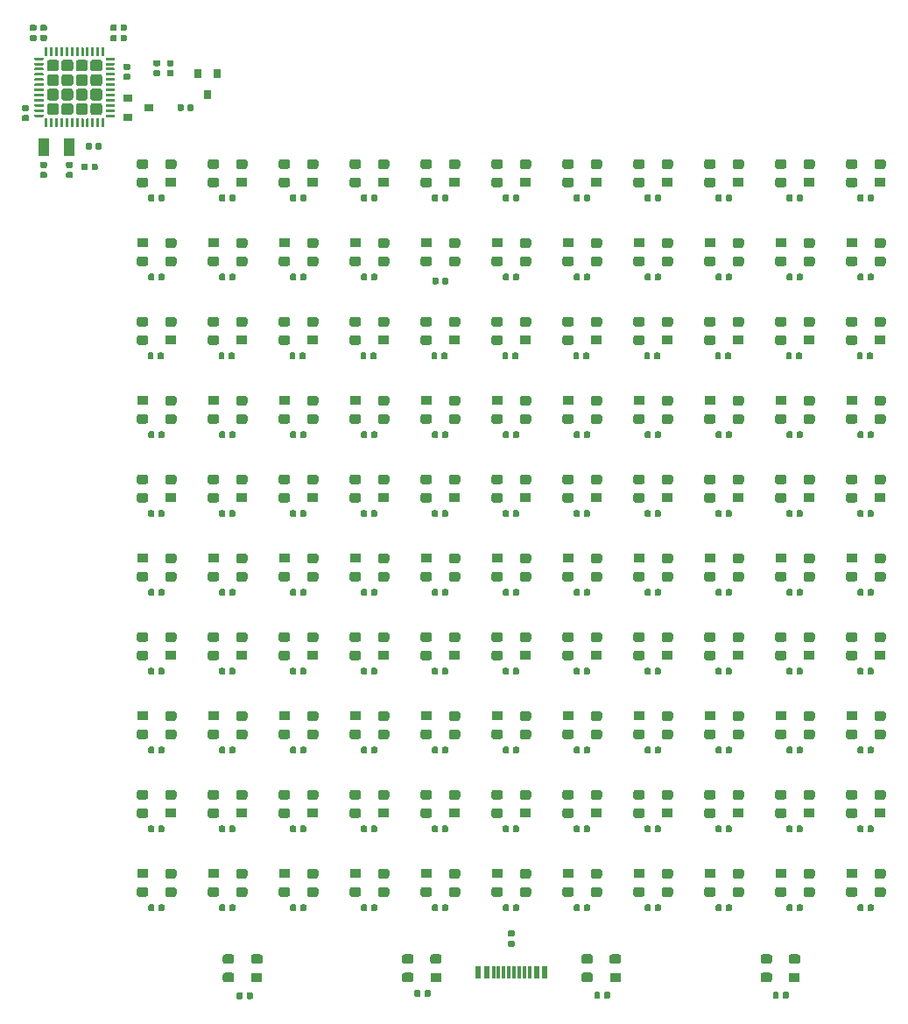
<source format=gbr>
G04 #@! TF.GenerationSoftware,KiCad,Pcbnew,(5.1.5)-2*
G04 #@! TF.CreationDate,2019-12-12T13:13:42-05:00*
G04 #@! TF.ProjectId,main,6d61696e-2e6b-4696-9361-645f70636258,rev?*
G04 #@! TF.SameCoordinates,Original*
G04 #@! TF.FileFunction,Paste,Top*
G04 #@! TF.FilePolarity,Positive*
%FSLAX46Y46*%
G04 Gerber Fmt 4.6, Leading zero omitted, Abs format (unit mm)*
G04 Created by KiCad (PCBNEW (5.1.5)-2) date 2019-12-12 13:13:42*
%MOMM*%
%LPD*%
G04 APERTURE LIST*
%ADD10C,0.100000*%
%ADD11R,1.100000X0.900000*%
%ADD12R,0.600000X1.150000*%
%ADD13R,0.300000X1.150000*%
%ADD14R,0.900000X0.800000*%
%ADD15R,0.800000X0.900000*%
%ADD16R,1.000000X1.800000*%
G04 APERTURE END LIST*
D10*
G36*
X74982054Y-93086083D02*
G01*
X75003895Y-93089323D01*
X75025314Y-93094688D01*
X75046104Y-93102127D01*
X75066064Y-93111568D01*
X75085003Y-93122919D01*
X75102738Y-93136073D01*
X75119099Y-93150901D01*
X75133927Y-93167262D01*
X75147081Y-93184997D01*
X75158432Y-93203936D01*
X75167873Y-93223896D01*
X75175312Y-93244686D01*
X75180677Y-93266105D01*
X75183917Y-93287946D01*
X75185000Y-93310000D01*
X75185000Y-93760000D01*
X75183917Y-93782054D01*
X75180677Y-93803895D01*
X75175312Y-93825314D01*
X75167873Y-93846104D01*
X75158432Y-93866064D01*
X75147081Y-93885003D01*
X75133927Y-93902738D01*
X75119099Y-93919099D01*
X75102738Y-93933927D01*
X75085003Y-93947081D01*
X75066064Y-93958432D01*
X75046104Y-93967873D01*
X75025314Y-93975312D01*
X75003895Y-93980677D01*
X74982054Y-93983917D01*
X74960000Y-93985000D01*
X74310000Y-93985000D01*
X74287946Y-93983917D01*
X74266105Y-93980677D01*
X74244686Y-93975312D01*
X74223896Y-93967873D01*
X74203936Y-93958432D01*
X74184997Y-93947081D01*
X74167262Y-93933927D01*
X74150901Y-93919099D01*
X74136073Y-93902738D01*
X74122919Y-93885003D01*
X74111568Y-93866064D01*
X74102127Y-93846104D01*
X74094688Y-93825314D01*
X74089323Y-93803895D01*
X74086083Y-93782054D01*
X74085000Y-93760000D01*
X74085000Y-93310000D01*
X74086083Y-93287946D01*
X74089323Y-93266105D01*
X74094688Y-93244686D01*
X74102127Y-93223896D01*
X74111568Y-93203936D01*
X74122919Y-93184997D01*
X74136073Y-93167262D01*
X74150901Y-93150901D01*
X74167262Y-93136073D01*
X74184997Y-93122919D01*
X74203936Y-93111568D01*
X74223896Y-93102127D01*
X74244686Y-93094688D01*
X74266105Y-93089323D01*
X74287946Y-93086083D01*
X74310000Y-93085000D01*
X74960000Y-93085000D01*
X74982054Y-93086083D01*
G37*
G36*
X74982054Y-91306083D02*
G01*
X75003895Y-91309323D01*
X75025314Y-91314688D01*
X75046104Y-91322127D01*
X75066064Y-91331568D01*
X75085003Y-91342919D01*
X75102738Y-91356073D01*
X75119099Y-91370901D01*
X75133927Y-91387262D01*
X75147081Y-91404997D01*
X75158432Y-91423936D01*
X75167873Y-91443896D01*
X75175312Y-91464686D01*
X75180677Y-91486105D01*
X75183917Y-91507946D01*
X75185000Y-91530000D01*
X75185000Y-91980000D01*
X75183917Y-92002054D01*
X75180677Y-92023895D01*
X75175312Y-92045314D01*
X75167873Y-92066104D01*
X75158432Y-92086064D01*
X75147081Y-92105003D01*
X75133927Y-92122738D01*
X75119099Y-92139099D01*
X75102738Y-92153927D01*
X75085003Y-92167081D01*
X75066064Y-92178432D01*
X75046104Y-92187873D01*
X75025314Y-92195312D01*
X75003895Y-92200677D01*
X74982054Y-92203917D01*
X74960000Y-92205000D01*
X74310000Y-92205000D01*
X74287946Y-92203917D01*
X74266105Y-92200677D01*
X74244686Y-92195312D01*
X74223896Y-92187873D01*
X74203936Y-92178432D01*
X74184997Y-92167081D01*
X74167262Y-92153927D01*
X74150901Y-92139099D01*
X74136073Y-92122738D01*
X74122919Y-92105003D01*
X74111568Y-92086064D01*
X74102127Y-92066104D01*
X74094688Y-92045314D01*
X74089323Y-92023895D01*
X74086083Y-92002054D01*
X74085000Y-91980000D01*
X74085000Y-91530000D01*
X74086083Y-91507946D01*
X74089323Y-91486105D01*
X74094688Y-91464686D01*
X74102127Y-91443896D01*
X74111568Y-91423936D01*
X74122919Y-91404997D01*
X74136073Y-91387262D01*
X74150901Y-91370901D01*
X74167262Y-91356073D01*
X74184997Y-91342919D01*
X74203936Y-91331568D01*
X74223896Y-91322127D01*
X74244686Y-91314688D01*
X74266105Y-91309323D01*
X74287946Y-91306083D01*
X74310000Y-91305000D01*
X74960000Y-91305000D01*
X74982054Y-91306083D01*
G37*
G36*
X77712054Y-91306083D02*
G01*
X77733895Y-91309323D01*
X77755314Y-91314688D01*
X77776104Y-91322127D01*
X77796064Y-91331568D01*
X77815003Y-91342919D01*
X77832738Y-91356073D01*
X77849099Y-91370901D01*
X77863927Y-91387262D01*
X77877081Y-91404997D01*
X77888432Y-91423936D01*
X77897873Y-91443896D01*
X77905312Y-91464686D01*
X77910677Y-91486105D01*
X77913917Y-91507946D01*
X77915000Y-91530000D01*
X77915000Y-91980000D01*
X77913917Y-92002054D01*
X77910677Y-92023895D01*
X77905312Y-92045314D01*
X77897873Y-92066104D01*
X77888432Y-92086064D01*
X77877081Y-92105003D01*
X77863927Y-92122738D01*
X77849099Y-92139099D01*
X77832738Y-92153927D01*
X77815003Y-92167081D01*
X77796064Y-92178432D01*
X77776104Y-92187873D01*
X77755314Y-92195312D01*
X77733895Y-92200677D01*
X77712054Y-92203917D01*
X77690000Y-92205000D01*
X77040000Y-92205000D01*
X77017946Y-92203917D01*
X76996105Y-92200677D01*
X76974686Y-92195312D01*
X76953896Y-92187873D01*
X76933936Y-92178432D01*
X76914997Y-92167081D01*
X76897262Y-92153927D01*
X76880901Y-92139099D01*
X76866073Y-92122738D01*
X76852919Y-92105003D01*
X76841568Y-92086064D01*
X76832127Y-92066104D01*
X76824688Y-92045314D01*
X76819323Y-92023895D01*
X76816083Y-92002054D01*
X76815000Y-91980000D01*
X76815000Y-91530000D01*
X76816083Y-91507946D01*
X76819323Y-91486105D01*
X76824688Y-91464686D01*
X76832127Y-91443896D01*
X76841568Y-91423936D01*
X76852919Y-91404997D01*
X76866073Y-91387262D01*
X76880901Y-91370901D01*
X76897262Y-91356073D01*
X76914997Y-91342919D01*
X76933936Y-91331568D01*
X76953896Y-91322127D01*
X76974686Y-91314688D01*
X76996105Y-91309323D01*
X77017946Y-91306083D01*
X77040000Y-91305000D01*
X77690000Y-91305000D01*
X77712054Y-91306083D01*
G37*
D11*
X77365000Y-93535000D03*
D10*
G36*
X57648720Y-93086083D02*
G01*
X57670561Y-93089323D01*
X57691980Y-93094688D01*
X57712770Y-93102127D01*
X57732730Y-93111568D01*
X57751669Y-93122919D01*
X57769404Y-93136073D01*
X57785765Y-93150901D01*
X57800593Y-93167262D01*
X57813747Y-93184997D01*
X57825098Y-93203936D01*
X57834539Y-93223896D01*
X57841978Y-93244686D01*
X57847343Y-93266105D01*
X57850583Y-93287946D01*
X57851666Y-93310000D01*
X57851666Y-93760000D01*
X57850583Y-93782054D01*
X57847343Y-93803895D01*
X57841978Y-93825314D01*
X57834539Y-93846104D01*
X57825098Y-93866064D01*
X57813747Y-93885003D01*
X57800593Y-93902738D01*
X57785765Y-93919099D01*
X57769404Y-93933927D01*
X57751669Y-93947081D01*
X57732730Y-93958432D01*
X57712770Y-93967873D01*
X57691980Y-93975312D01*
X57670561Y-93980677D01*
X57648720Y-93983917D01*
X57626666Y-93985000D01*
X56976666Y-93985000D01*
X56954612Y-93983917D01*
X56932771Y-93980677D01*
X56911352Y-93975312D01*
X56890562Y-93967873D01*
X56870602Y-93958432D01*
X56851663Y-93947081D01*
X56833928Y-93933927D01*
X56817567Y-93919099D01*
X56802739Y-93902738D01*
X56789585Y-93885003D01*
X56778234Y-93866064D01*
X56768793Y-93846104D01*
X56761354Y-93825314D01*
X56755989Y-93803895D01*
X56752749Y-93782054D01*
X56751666Y-93760000D01*
X56751666Y-93310000D01*
X56752749Y-93287946D01*
X56755989Y-93266105D01*
X56761354Y-93244686D01*
X56768793Y-93223896D01*
X56778234Y-93203936D01*
X56789585Y-93184997D01*
X56802739Y-93167262D01*
X56817567Y-93150901D01*
X56833928Y-93136073D01*
X56851663Y-93122919D01*
X56870602Y-93111568D01*
X56890562Y-93102127D01*
X56911352Y-93094688D01*
X56932771Y-93089323D01*
X56954612Y-93086083D01*
X56976666Y-93085000D01*
X57626666Y-93085000D01*
X57648720Y-93086083D01*
G37*
G36*
X57648720Y-91306083D02*
G01*
X57670561Y-91309323D01*
X57691980Y-91314688D01*
X57712770Y-91322127D01*
X57732730Y-91331568D01*
X57751669Y-91342919D01*
X57769404Y-91356073D01*
X57785765Y-91370901D01*
X57800593Y-91387262D01*
X57813747Y-91404997D01*
X57825098Y-91423936D01*
X57834539Y-91443896D01*
X57841978Y-91464686D01*
X57847343Y-91486105D01*
X57850583Y-91507946D01*
X57851666Y-91530000D01*
X57851666Y-91980000D01*
X57850583Y-92002054D01*
X57847343Y-92023895D01*
X57841978Y-92045314D01*
X57834539Y-92066104D01*
X57825098Y-92086064D01*
X57813747Y-92105003D01*
X57800593Y-92122738D01*
X57785765Y-92139099D01*
X57769404Y-92153927D01*
X57751669Y-92167081D01*
X57732730Y-92178432D01*
X57712770Y-92187873D01*
X57691980Y-92195312D01*
X57670561Y-92200677D01*
X57648720Y-92203917D01*
X57626666Y-92205000D01*
X56976666Y-92205000D01*
X56954612Y-92203917D01*
X56932771Y-92200677D01*
X56911352Y-92195312D01*
X56890562Y-92187873D01*
X56870602Y-92178432D01*
X56851663Y-92167081D01*
X56833928Y-92153927D01*
X56817567Y-92139099D01*
X56802739Y-92122738D01*
X56789585Y-92105003D01*
X56778234Y-92086064D01*
X56768793Y-92066104D01*
X56761354Y-92045314D01*
X56755989Y-92023895D01*
X56752749Y-92002054D01*
X56751666Y-91980000D01*
X56751666Y-91530000D01*
X56752749Y-91507946D01*
X56755989Y-91486105D01*
X56761354Y-91464686D01*
X56768793Y-91443896D01*
X56778234Y-91423936D01*
X56789585Y-91404997D01*
X56802739Y-91387262D01*
X56817567Y-91370901D01*
X56833928Y-91356073D01*
X56851663Y-91342919D01*
X56870602Y-91331568D01*
X56890562Y-91322127D01*
X56911352Y-91314688D01*
X56932771Y-91309323D01*
X56954612Y-91306083D01*
X56976666Y-91305000D01*
X57626666Y-91305000D01*
X57648720Y-91306083D01*
G37*
G36*
X60378720Y-91306083D02*
G01*
X60400561Y-91309323D01*
X60421980Y-91314688D01*
X60442770Y-91322127D01*
X60462730Y-91331568D01*
X60481669Y-91342919D01*
X60499404Y-91356073D01*
X60515765Y-91370901D01*
X60530593Y-91387262D01*
X60543747Y-91404997D01*
X60555098Y-91423936D01*
X60564539Y-91443896D01*
X60571978Y-91464686D01*
X60577343Y-91486105D01*
X60580583Y-91507946D01*
X60581666Y-91530000D01*
X60581666Y-91980000D01*
X60580583Y-92002054D01*
X60577343Y-92023895D01*
X60571978Y-92045314D01*
X60564539Y-92066104D01*
X60555098Y-92086064D01*
X60543747Y-92105003D01*
X60530593Y-92122738D01*
X60515765Y-92139099D01*
X60499404Y-92153927D01*
X60481669Y-92167081D01*
X60462730Y-92178432D01*
X60442770Y-92187873D01*
X60421980Y-92195312D01*
X60400561Y-92200677D01*
X60378720Y-92203917D01*
X60356666Y-92205000D01*
X59706666Y-92205000D01*
X59684612Y-92203917D01*
X59662771Y-92200677D01*
X59641352Y-92195312D01*
X59620562Y-92187873D01*
X59600602Y-92178432D01*
X59581663Y-92167081D01*
X59563928Y-92153927D01*
X59547567Y-92139099D01*
X59532739Y-92122738D01*
X59519585Y-92105003D01*
X59508234Y-92086064D01*
X59498793Y-92066104D01*
X59491354Y-92045314D01*
X59485989Y-92023895D01*
X59482749Y-92002054D01*
X59481666Y-91980000D01*
X59481666Y-91530000D01*
X59482749Y-91507946D01*
X59485989Y-91486105D01*
X59491354Y-91464686D01*
X59498793Y-91443896D01*
X59508234Y-91423936D01*
X59519585Y-91404997D01*
X59532739Y-91387262D01*
X59547567Y-91370901D01*
X59563928Y-91356073D01*
X59581663Y-91342919D01*
X59600602Y-91331568D01*
X59620562Y-91322127D01*
X59641352Y-91314688D01*
X59662771Y-91309323D01*
X59684612Y-91306083D01*
X59706666Y-91305000D01*
X60356666Y-91305000D01*
X60378720Y-91306083D01*
G37*
D11*
X60031666Y-93535000D03*
D10*
G36*
X40315387Y-93086083D02*
G01*
X40337228Y-93089323D01*
X40358647Y-93094688D01*
X40379437Y-93102127D01*
X40399397Y-93111568D01*
X40418336Y-93122919D01*
X40436071Y-93136073D01*
X40452432Y-93150901D01*
X40467260Y-93167262D01*
X40480414Y-93184997D01*
X40491765Y-93203936D01*
X40501206Y-93223896D01*
X40508645Y-93244686D01*
X40514010Y-93266105D01*
X40517250Y-93287946D01*
X40518333Y-93310000D01*
X40518333Y-93760000D01*
X40517250Y-93782054D01*
X40514010Y-93803895D01*
X40508645Y-93825314D01*
X40501206Y-93846104D01*
X40491765Y-93866064D01*
X40480414Y-93885003D01*
X40467260Y-93902738D01*
X40452432Y-93919099D01*
X40436071Y-93933927D01*
X40418336Y-93947081D01*
X40399397Y-93958432D01*
X40379437Y-93967873D01*
X40358647Y-93975312D01*
X40337228Y-93980677D01*
X40315387Y-93983917D01*
X40293333Y-93985000D01*
X39643333Y-93985000D01*
X39621279Y-93983917D01*
X39599438Y-93980677D01*
X39578019Y-93975312D01*
X39557229Y-93967873D01*
X39537269Y-93958432D01*
X39518330Y-93947081D01*
X39500595Y-93933927D01*
X39484234Y-93919099D01*
X39469406Y-93902738D01*
X39456252Y-93885003D01*
X39444901Y-93866064D01*
X39435460Y-93846104D01*
X39428021Y-93825314D01*
X39422656Y-93803895D01*
X39419416Y-93782054D01*
X39418333Y-93760000D01*
X39418333Y-93310000D01*
X39419416Y-93287946D01*
X39422656Y-93266105D01*
X39428021Y-93244686D01*
X39435460Y-93223896D01*
X39444901Y-93203936D01*
X39456252Y-93184997D01*
X39469406Y-93167262D01*
X39484234Y-93150901D01*
X39500595Y-93136073D01*
X39518330Y-93122919D01*
X39537269Y-93111568D01*
X39557229Y-93102127D01*
X39578019Y-93094688D01*
X39599438Y-93089323D01*
X39621279Y-93086083D01*
X39643333Y-93085000D01*
X40293333Y-93085000D01*
X40315387Y-93086083D01*
G37*
G36*
X40315387Y-91306083D02*
G01*
X40337228Y-91309323D01*
X40358647Y-91314688D01*
X40379437Y-91322127D01*
X40399397Y-91331568D01*
X40418336Y-91342919D01*
X40436071Y-91356073D01*
X40452432Y-91370901D01*
X40467260Y-91387262D01*
X40480414Y-91404997D01*
X40491765Y-91423936D01*
X40501206Y-91443896D01*
X40508645Y-91464686D01*
X40514010Y-91486105D01*
X40517250Y-91507946D01*
X40518333Y-91530000D01*
X40518333Y-91980000D01*
X40517250Y-92002054D01*
X40514010Y-92023895D01*
X40508645Y-92045314D01*
X40501206Y-92066104D01*
X40491765Y-92086064D01*
X40480414Y-92105003D01*
X40467260Y-92122738D01*
X40452432Y-92139099D01*
X40436071Y-92153927D01*
X40418336Y-92167081D01*
X40399397Y-92178432D01*
X40379437Y-92187873D01*
X40358647Y-92195312D01*
X40337228Y-92200677D01*
X40315387Y-92203917D01*
X40293333Y-92205000D01*
X39643333Y-92205000D01*
X39621279Y-92203917D01*
X39599438Y-92200677D01*
X39578019Y-92195312D01*
X39557229Y-92187873D01*
X39537269Y-92178432D01*
X39518330Y-92167081D01*
X39500595Y-92153927D01*
X39484234Y-92139099D01*
X39469406Y-92122738D01*
X39456252Y-92105003D01*
X39444901Y-92086064D01*
X39435460Y-92066104D01*
X39428021Y-92045314D01*
X39422656Y-92023895D01*
X39419416Y-92002054D01*
X39418333Y-91980000D01*
X39418333Y-91530000D01*
X39419416Y-91507946D01*
X39422656Y-91486105D01*
X39428021Y-91464686D01*
X39435460Y-91443896D01*
X39444901Y-91423936D01*
X39456252Y-91404997D01*
X39469406Y-91387262D01*
X39484234Y-91370901D01*
X39500595Y-91356073D01*
X39518330Y-91342919D01*
X39537269Y-91331568D01*
X39557229Y-91322127D01*
X39578019Y-91314688D01*
X39599438Y-91309323D01*
X39621279Y-91306083D01*
X39643333Y-91305000D01*
X40293333Y-91305000D01*
X40315387Y-91306083D01*
G37*
G36*
X43045387Y-91306083D02*
G01*
X43067228Y-91309323D01*
X43088647Y-91314688D01*
X43109437Y-91322127D01*
X43129397Y-91331568D01*
X43148336Y-91342919D01*
X43166071Y-91356073D01*
X43182432Y-91370901D01*
X43197260Y-91387262D01*
X43210414Y-91404997D01*
X43221765Y-91423936D01*
X43231206Y-91443896D01*
X43238645Y-91464686D01*
X43244010Y-91486105D01*
X43247250Y-91507946D01*
X43248333Y-91530000D01*
X43248333Y-91980000D01*
X43247250Y-92002054D01*
X43244010Y-92023895D01*
X43238645Y-92045314D01*
X43231206Y-92066104D01*
X43221765Y-92086064D01*
X43210414Y-92105003D01*
X43197260Y-92122738D01*
X43182432Y-92139099D01*
X43166071Y-92153927D01*
X43148336Y-92167081D01*
X43129397Y-92178432D01*
X43109437Y-92187873D01*
X43088647Y-92195312D01*
X43067228Y-92200677D01*
X43045387Y-92203917D01*
X43023333Y-92205000D01*
X42373333Y-92205000D01*
X42351279Y-92203917D01*
X42329438Y-92200677D01*
X42308019Y-92195312D01*
X42287229Y-92187873D01*
X42267269Y-92178432D01*
X42248330Y-92167081D01*
X42230595Y-92153927D01*
X42214234Y-92139099D01*
X42199406Y-92122738D01*
X42186252Y-92105003D01*
X42174901Y-92086064D01*
X42165460Y-92066104D01*
X42158021Y-92045314D01*
X42152656Y-92023895D01*
X42149416Y-92002054D01*
X42148333Y-91980000D01*
X42148333Y-91530000D01*
X42149416Y-91507946D01*
X42152656Y-91486105D01*
X42158021Y-91464686D01*
X42165460Y-91443896D01*
X42174901Y-91423936D01*
X42186252Y-91404997D01*
X42199406Y-91387262D01*
X42214234Y-91370901D01*
X42230595Y-91356073D01*
X42248330Y-91342919D01*
X42267269Y-91331568D01*
X42287229Y-91322127D01*
X42308019Y-91314688D01*
X42329438Y-91309323D01*
X42351279Y-91306083D01*
X42373333Y-91305000D01*
X43023333Y-91305000D01*
X43045387Y-91306083D01*
G37*
D11*
X42698333Y-93535000D03*
D10*
G36*
X22982054Y-93086083D02*
G01*
X23003895Y-93089323D01*
X23025314Y-93094688D01*
X23046104Y-93102127D01*
X23066064Y-93111568D01*
X23085003Y-93122919D01*
X23102738Y-93136073D01*
X23119099Y-93150901D01*
X23133927Y-93167262D01*
X23147081Y-93184997D01*
X23158432Y-93203936D01*
X23167873Y-93223896D01*
X23175312Y-93244686D01*
X23180677Y-93266105D01*
X23183917Y-93287946D01*
X23185000Y-93310000D01*
X23185000Y-93760000D01*
X23183917Y-93782054D01*
X23180677Y-93803895D01*
X23175312Y-93825314D01*
X23167873Y-93846104D01*
X23158432Y-93866064D01*
X23147081Y-93885003D01*
X23133927Y-93902738D01*
X23119099Y-93919099D01*
X23102738Y-93933927D01*
X23085003Y-93947081D01*
X23066064Y-93958432D01*
X23046104Y-93967873D01*
X23025314Y-93975312D01*
X23003895Y-93980677D01*
X22982054Y-93983917D01*
X22960000Y-93985000D01*
X22310000Y-93985000D01*
X22287946Y-93983917D01*
X22266105Y-93980677D01*
X22244686Y-93975312D01*
X22223896Y-93967873D01*
X22203936Y-93958432D01*
X22184997Y-93947081D01*
X22167262Y-93933927D01*
X22150901Y-93919099D01*
X22136073Y-93902738D01*
X22122919Y-93885003D01*
X22111568Y-93866064D01*
X22102127Y-93846104D01*
X22094688Y-93825314D01*
X22089323Y-93803895D01*
X22086083Y-93782054D01*
X22085000Y-93760000D01*
X22085000Y-93310000D01*
X22086083Y-93287946D01*
X22089323Y-93266105D01*
X22094688Y-93244686D01*
X22102127Y-93223896D01*
X22111568Y-93203936D01*
X22122919Y-93184997D01*
X22136073Y-93167262D01*
X22150901Y-93150901D01*
X22167262Y-93136073D01*
X22184997Y-93122919D01*
X22203936Y-93111568D01*
X22223896Y-93102127D01*
X22244686Y-93094688D01*
X22266105Y-93089323D01*
X22287946Y-93086083D01*
X22310000Y-93085000D01*
X22960000Y-93085000D01*
X22982054Y-93086083D01*
G37*
G36*
X22982054Y-91306083D02*
G01*
X23003895Y-91309323D01*
X23025314Y-91314688D01*
X23046104Y-91322127D01*
X23066064Y-91331568D01*
X23085003Y-91342919D01*
X23102738Y-91356073D01*
X23119099Y-91370901D01*
X23133927Y-91387262D01*
X23147081Y-91404997D01*
X23158432Y-91423936D01*
X23167873Y-91443896D01*
X23175312Y-91464686D01*
X23180677Y-91486105D01*
X23183917Y-91507946D01*
X23185000Y-91530000D01*
X23185000Y-91980000D01*
X23183917Y-92002054D01*
X23180677Y-92023895D01*
X23175312Y-92045314D01*
X23167873Y-92066104D01*
X23158432Y-92086064D01*
X23147081Y-92105003D01*
X23133927Y-92122738D01*
X23119099Y-92139099D01*
X23102738Y-92153927D01*
X23085003Y-92167081D01*
X23066064Y-92178432D01*
X23046104Y-92187873D01*
X23025314Y-92195312D01*
X23003895Y-92200677D01*
X22982054Y-92203917D01*
X22960000Y-92205000D01*
X22310000Y-92205000D01*
X22287946Y-92203917D01*
X22266105Y-92200677D01*
X22244686Y-92195312D01*
X22223896Y-92187873D01*
X22203936Y-92178432D01*
X22184997Y-92167081D01*
X22167262Y-92153927D01*
X22150901Y-92139099D01*
X22136073Y-92122738D01*
X22122919Y-92105003D01*
X22111568Y-92086064D01*
X22102127Y-92066104D01*
X22094688Y-92045314D01*
X22089323Y-92023895D01*
X22086083Y-92002054D01*
X22085000Y-91980000D01*
X22085000Y-91530000D01*
X22086083Y-91507946D01*
X22089323Y-91486105D01*
X22094688Y-91464686D01*
X22102127Y-91443896D01*
X22111568Y-91423936D01*
X22122919Y-91404997D01*
X22136073Y-91387262D01*
X22150901Y-91370901D01*
X22167262Y-91356073D01*
X22184997Y-91342919D01*
X22203936Y-91331568D01*
X22223896Y-91322127D01*
X22244686Y-91314688D01*
X22266105Y-91309323D01*
X22287946Y-91306083D01*
X22310000Y-91305000D01*
X22960000Y-91305000D01*
X22982054Y-91306083D01*
G37*
G36*
X25712054Y-91306083D02*
G01*
X25733895Y-91309323D01*
X25755314Y-91314688D01*
X25776104Y-91322127D01*
X25796064Y-91331568D01*
X25815003Y-91342919D01*
X25832738Y-91356073D01*
X25849099Y-91370901D01*
X25863927Y-91387262D01*
X25877081Y-91404997D01*
X25888432Y-91423936D01*
X25897873Y-91443896D01*
X25905312Y-91464686D01*
X25910677Y-91486105D01*
X25913917Y-91507946D01*
X25915000Y-91530000D01*
X25915000Y-91980000D01*
X25913917Y-92002054D01*
X25910677Y-92023895D01*
X25905312Y-92045314D01*
X25897873Y-92066104D01*
X25888432Y-92086064D01*
X25877081Y-92105003D01*
X25863927Y-92122738D01*
X25849099Y-92139099D01*
X25832738Y-92153927D01*
X25815003Y-92167081D01*
X25796064Y-92178432D01*
X25776104Y-92187873D01*
X25755314Y-92195312D01*
X25733895Y-92200677D01*
X25712054Y-92203917D01*
X25690000Y-92205000D01*
X25040000Y-92205000D01*
X25017946Y-92203917D01*
X24996105Y-92200677D01*
X24974686Y-92195312D01*
X24953896Y-92187873D01*
X24933936Y-92178432D01*
X24914997Y-92167081D01*
X24897262Y-92153927D01*
X24880901Y-92139099D01*
X24866073Y-92122738D01*
X24852919Y-92105003D01*
X24841568Y-92086064D01*
X24832127Y-92066104D01*
X24824688Y-92045314D01*
X24819323Y-92023895D01*
X24816083Y-92002054D01*
X24815000Y-91980000D01*
X24815000Y-91530000D01*
X24816083Y-91507946D01*
X24819323Y-91486105D01*
X24824688Y-91464686D01*
X24832127Y-91443896D01*
X24841568Y-91423936D01*
X24852919Y-91404997D01*
X24866073Y-91387262D01*
X24880901Y-91370901D01*
X24897262Y-91356073D01*
X24914997Y-91342919D01*
X24933936Y-91331568D01*
X24953896Y-91322127D01*
X24974686Y-91314688D01*
X24996105Y-91309323D01*
X25017946Y-91306083D01*
X25040000Y-91305000D01*
X25690000Y-91305000D01*
X25712054Y-91306083D01*
G37*
D11*
X25365000Y-93535000D03*
D10*
G36*
X76685358Y-94941910D02*
G01*
X76699676Y-94944034D01*
X76713717Y-94947551D01*
X76727346Y-94952428D01*
X76740431Y-94958617D01*
X76752847Y-94966058D01*
X76764473Y-94974681D01*
X76775198Y-94984402D01*
X76784919Y-94995127D01*
X76793542Y-95006753D01*
X76800983Y-95019169D01*
X76807172Y-95032254D01*
X76812049Y-95045883D01*
X76815566Y-95059924D01*
X76817690Y-95074242D01*
X76818400Y-95088700D01*
X76818400Y-95433700D01*
X76817690Y-95448158D01*
X76815566Y-95462476D01*
X76812049Y-95476517D01*
X76807172Y-95490146D01*
X76800983Y-95503231D01*
X76793542Y-95515647D01*
X76784919Y-95527273D01*
X76775198Y-95537998D01*
X76764473Y-95547719D01*
X76752847Y-95556342D01*
X76740431Y-95563783D01*
X76727346Y-95569972D01*
X76713717Y-95574849D01*
X76699676Y-95578366D01*
X76685358Y-95580490D01*
X76670900Y-95581200D01*
X76375900Y-95581200D01*
X76361442Y-95580490D01*
X76347124Y-95578366D01*
X76333083Y-95574849D01*
X76319454Y-95569972D01*
X76306369Y-95563783D01*
X76293953Y-95556342D01*
X76282327Y-95547719D01*
X76271602Y-95537998D01*
X76261881Y-95527273D01*
X76253258Y-95515647D01*
X76245817Y-95503231D01*
X76239628Y-95490146D01*
X76234751Y-95476517D01*
X76231234Y-95462476D01*
X76229110Y-95448158D01*
X76228400Y-95433700D01*
X76228400Y-95088700D01*
X76229110Y-95074242D01*
X76231234Y-95059924D01*
X76234751Y-95045883D01*
X76239628Y-95032254D01*
X76245817Y-95019169D01*
X76253258Y-95006753D01*
X76261881Y-94995127D01*
X76271602Y-94984402D01*
X76282327Y-94974681D01*
X76293953Y-94966058D01*
X76306369Y-94958617D01*
X76319454Y-94952428D01*
X76333083Y-94947551D01*
X76347124Y-94944034D01*
X76361442Y-94941910D01*
X76375900Y-94941200D01*
X76670900Y-94941200D01*
X76685358Y-94941910D01*
G37*
G36*
X75715358Y-94941910D02*
G01*
X75729676Y-94944034D01*
X75743717Y-94947551D01*
X75757346Y-94952428D01*
X75770431Y-94958617D01*
X75782847Y-94966058D01*
X75794473Y-94974681D01*
X75805198Y-94984402D01*
X75814919Y-94995127D01*
X75823542Y-95006753D01*
X75830983Y-95019169D01*
X75837172Y-95032254D01*
X75842049Y-95045883D01*
X75845566Y-95059924D01*
X75847690Y-95074242D01*
X75848400Y-95088700D01*
X75848400Y-95433700D01*
X75847690Y-95448158D01*
X75845566Y-95462476D01*
X75842049Y-95476517D01*
X75837172Y-95490146D01*
X75830983Y-95503231D01*
X75823542Y-95515647D01*
X75814919Y-95527273D01*
X75805198Y-95537998D01*
X75794473Y-95547719D01*
X75782847Y-95556342D01*
X75770431Y-95563783D01*
X75757346Y-95569972D01*
X75743717Y-95574849D01*
X75729676Y-95578366D01*
X75715358Y-95580490D01*
X75700900Y-95581200D01*
X75405900Y-95581200D01*
X75391442Y-95580490D01*
X75377124Y-95578366D01*
X75363083Y-95574849D01*
X75349454Y-95569972D01*
X75336369Y-95563783D01*
X75323953Y-95556342D01*
X75312327Y-95547719D01*
X75301602Y-95537998D01*
X75291881Y-95527273D01*
X75283258Y-95515647D01*
X75275817Y-95503231D01*
X75269628Y-95490146D01*
X75264751Y-95476517D01*
X75261234Y-95462476D01*
X75259110Y-95448158D01*
X75258400Y-95433700D01*
X75258400Y-95088700D01*
X75259110Y-95074242D01*
X75261234Y-95059924D01*
X75264751Y-95045883D01*
X75269628Y-95032254D01*
X75275817Y-95019169D01*
X75283258Y-95006753D01*
X75291881Y-94995127D01*
X75301602Y-94984402D01*
X75312327Y-94974681D01*
X75323953Y-94966058D01*
X75336369Y-94958617D01*
X75349454Y-94952428D01*
X75363083Y-94947551D01*
X75377124Y-94944034D01*
X75391442Y-94941910D01*
X75405900Y-94941200D01*
X75700900Y-94941200D01*
X75715358Y-94941910D01*
G37*
G36*
X59413358Y-94941910D02*
G01*
X59427676Y-94944034D01*
X59441717Y-94947551D01*
X59455346Y-94952428D01*
X59468431Y-94958617D01*
X59480847Y-94966058D01*
X59492473Y-94974681D01*
X59503198Y-94984402D01*
X59512919Y-94995127D01*
X59521542Y-95006753D01*
X59528983Y-95019169D01*
X59535172Y-95032254D01*
X59540049Y-95045883D01*
X59543566Y-95059924D01*
X59545690Y-95074242D01*
X59546400Y-95088700D01*
X59546400Y-95433700D01*
X59545690Y-95448158D01*
X59543566Y-95462476D01*
X59540049Y-95476517D01*
X59535172Y-95490146D01*
X59528983Y-95503231D01*
X59521542Y-95515647D01*
X59512919Y-95527273D01*
X59503198Y-95537998D01*
X59492473Y-95547719D01*
X59480847Y-95556342D01*
X59468431Y-95563783D01*
X59455346Y-95569972D01*
X59441717Y-95574849D01*
X59427676Y-95578366D01*
X59413358Y-95580490D01*
X59398900Y-95581200D01*
X59103900Y-95581200D01*
X59089442Y-95580490D01*
X59075124Y-95578366D01*
X59061083Y-95574849D01*
X59047454Y-95569972D01*
X59034369Y-95563783D01*
X59021953Y-95556342D01*
X59010327Y-95547719D01*
X58999602Y-95537998D01*
X58989881Y-95527273D01*
X58981258Y-95515647D01*
X58973817Y-95503231D01*
X58967628Y-95490146D01*
X58962751Y-95476517D01*
X58959234Y-95462476D01*
X58957110Y-95448158D01*
X58956400Y-95433700D01*
X58956400Y-95088700D01*
X58957110Y-95074242D01*
X58959234Y-95059924D01*
X58962751Y-95045883D01*
X58967628Y-95032254D01*
X58973817Y-95019169D01*
X58981258Y-95006753D01*
X58989881Y-94995127D01*
X58999602Y-94984402D01*
X59010327Y-94974681D01*
X59021953Y-94966058D01*
X59034369Y-94958617D01*
X59047454Y-94952428D01*
X59061083Y-94947551D01*
X59075124Y-94944034D01*
X59089442Y-94941910D01*
X59103900Y-94941200D01*
X59398900Y-94941200D01*
X59413358Y-94941910D01*
G37*
G36*
X58443358Y-94941910D02*
G01*
X58457676Y-94944034D01*
X58471717Y-94947551D01*
X58485346Y-94952428D01*
X58498431Y-94958617D01*
X58510847Y-94966058D01*
X58522473Y-94974681D01*
X58533198Y-94984402D01*
X58542919Y-94995127D01*
X58551542Y-95006753D01*
X58558983Y-95019169D01*
X58565172Y-95032254D01*
X58570049Y-95045883D01*
X58573566Y-95059924D01*
X58575690Y-95074242D01*
X58576400Y-95088700D01*
X58576400Y-95433700D01*
X58575690Y-95448158D01*
X58573566Y-95462476D01*
X58570049Y-95476517D01*
X58565172Y-95490146D01*
X58558983Y-95503231D01*
X58551542Y-95515647D01*
X58542919Y-95527273D01*
X58533198Y-95537998D01*
X58522473Y-95547719D01*
X58510847Y-95556342D01*
X58498431Y-95563783D01*
X58485346Y-95569972D01*
X58471717Y-95574849D01*
X58457676Y-95578366D01*
X58443358Y-95580490D01*
X58428900Y-95581200D01*
X58133900Y-95581200D01*
X58119442Y-95580490D01*
X58105124Y-95578366D01*
X58091083Y-95574849D01*
X58077454Y-95569972D01*
X58064369Y-95563783D01*
X58051953Y-95556342D01*
X58040327Y-95547719D01*
X58029602Y-95537998D01*
X58019881Y-95527273D01*
X58011258Y-95515647D01*
X58003817Y-95503231D01*
X57997628Y-95490146D01*
X57992751Y-95476517D01*
X57989234Y-95462476D01*
X57987110Y-95448158D01*
X57986400Y-95433700D01*
X57986400Y-95088700D01*
X57987110Y-95074242D01*
X57989234Y-95059924D01*
X57992751Y-95045883D01*
X57997628Y-95032254D01*
X58003817Y-95019169D01*
X58011258Y-95006753D01*
X58019881Y-94995127D01*
X58029602Y-94984402D01*
X58040327Y-94974681D01*
X58051953Y-94966058D01*
X58064369Y-94958617D01*
X58077454Y-94952428D01*
X58091083Y-94947551D01*
X58105124Y-94944034D01*
X58119442Y-94941910D01*
X58133900Y-94941200D01*
X58428900Y-94941200D01*
X58443358Y-94941910D01*
G37*
G36*
X42039758Y-94764110D02*
G01*
X42054076Y-94766234D01*
X42068117Y-94769751D01*
X42081746Y-94774628D01*
X42094831Y-94780817D01*
X42107247Y-94788258D01*
X42118873Y-94796881D01*
X42129598Y-94806602D01*
X42139319Y-94817327D01*
X42147942Y-94828953D01*
X42155383Y-94841369D01*
X42161572Y-94854454D01*
X42166449Y-94868083D01*
X42169966Y-94882124D01*
X42172090Y-94896442D01*
X42172800Y-94910900D01*
X42172800Y-95255900D01*
X42172090Y-95270358D01*
X42169966Y-95284676D01*
X42166449Y-95298717D01*
X42161572Y-95312346D01*
X42155383Y-95325431D01*
X42147942Y-95337847D01*
X42139319Y-95349473D01*
X42129598Y-95360198D01*
X42118873Y-95369919D01*
X42107247Y-95378542D01*
X42094831Y-95385983D01*
X42081746Y-95392172D01*
X42068117Y-95397049D01*
X42054076Y-95400566D01*
X42039758Y-95402690D01*
X42025300Y-95403400D01*
X41730300Y-95403400D01*
X41715842Y-95402690D01*
X41701524Y-95400566D01*
X41687483Y-95397049D01*
X41673854Y-95392172D01*
X41660769Y-95385983D01*
X41648353Y-95378542D01*
X41636727Y-95369919D01*
X41626002Y-95360198D01*
X41616281Y-95349473D01*
X41607658Y-95337847D01*
X41600217Y-95325431D01*
X41594028Y-95312346D01*
X41589151Y-95298717D01*
X41585634Y-95284676D01*
X41583510Y-95270358D01*
X41582800Y-95255900D01*
X41582800Y-94910900D01*
X41583510Y-94896442D01*
X41585634Y-94882124D01*
X41589151Y-94868083D01*
X41594028Y-94854454D01*
X41600217Y-94841369D01*
X41607658Y-94828953D01*
X41616281Y-94817327D01*
X41626002Y-94806602D01*
X41636727Y-94796881D01*
X41648353Y-94788258D01*
X41660769Y-94780817D01*
X41673854Y-94774628D01*
X41687483Y-94769751D01*
X41701524Y-94766234D01*
X41715842Y-94764110D01*
X41730300Y-94763400D01*
X42025300Y-94763400D01*
X42039758Y-94764110D01*
G37*
G36*
X41069758Y-94764110D02*
G01*
X41084076Y-94766234D01*
X41098117Y-94769751D01*
X41111746Y-94774628D01*
X41124831Y-94780817D01*
X41137247Y-94788258D01*
X41148873Y-94796881D01*
X41159598Y-94806602D01*
X41169319Y-94817327D01*
X41177942Y-94828953D01*
X41185383Y-94841369D01*
X41191572Y-94854454D01*
X41196449Y-94868083D01*
X41199966Y-94882124D01*
X41202090Y-94896442D01*
X41202800Y-94910900D01*
X41202800Y-95255900D01*
X41202090Y-95270358D01*
X41199966Y-95284676D01*
X41196449Y-95298717D01*
X41191572Y-95312346D01*
X41185383Y-95325431D01*
X41177942Y-95337847D01*
X41169319Y-95349473D01*
X41159598Y-95360198D01*
X41148873Y-95369919D01*
X41137247Y-95378542D01*
X41124831Y-95385983D01*
X41111746Y-95392172D01*
X41098117Y-95397049D01*
X41084076Y-95400566D01*
X41069758Y-95402690D01*
X41055300Y-95403400D01*
X40760300Y-95403400D01*
X40745842Y-95402690D01*
X40731524Y-95400566D01*
X40717483Y-95397049D01*
X40703854Y-95392172D01*
X40690769Y-95385983D01*
X40678353Y-95378542D01*
X40666727Y-95369919D01*
X40656002Y-95360198D01*
X40646281Y-95349473D01*
X40637658Y-95337847D01*
X40630217Y-95325431D01*
X40624028Y-95312346D01*
X40619151Y-95298717D01*
X40615634Y-95284676D01*
X40613510Y-95270358D01*
X40612800Y-95255900D01*
X40612800Y-94910900D01*
X40613510Y-94896442D01*
X40615634Y-94882124D01*
X40619151Y-94868083D01*
X40624028Y-94854454D01*
X40630217Y-94841369D01*
X40637658Y-94828953D01*
X40646281Y-94817327D01*
X40656002Y-94806602D01*
X40666727Y-94796881D01*
X40678353Y-94788258D01*
X40690769Y-94780817D01*
X40703854Y-94774628D01*
X40717483Y-94769751D01*
X40731524Y-94766234D01*
X40745842Y-94764110D01*
X40760300Y-94763400D01*
X41055300Y-94763400D01*
X41069758Y-94764110D01*
G37*
G36*
X24843958Y-94992710D02*
G01*
X24858276Y-94994834D01*
X24872317Y-94998351D01*
X24885946Y-95003228D01*
X24899031Y-95009417D01*
X24911447Y-95016858D01*
X24923073Y-95025481D01*
X24933798Y-95035202D01*
X24943519Y-95045927D01*
X24952142Y-95057553D01*
X24959583Y-95069969D01*
X24965772Y-95083054D01*
X24970649Y-95096683D01*
X24974166Y-95110724D01*
X24976290Y-95125042D01*
X24977000Y-95139500D01*
X24977000Y-95484500D01*
X24976290Y-95498958D01*
X24974166Y-95513276D01*
X24970649Y-95527317D01*
X24965772Y-95540946D01*
X24959583Y-95554031D01*
X24952142Y-95566447D01*
X24943519Y-95578073D01*
X24933798Y-95588798D01*
X24923073Y-95598519D01*
X24911447Y-95607142D01*
X24899031Y-95614583D01*
X24885946Y-95620772D01*
X24872317Y-95625649D01*
X24858276Y-95629166D01*
X24843958Y-95631290D01*
X24829500Y-95632000D01*
X24534500Y-95632000D01*
X24520042Y-95631290D01*
X24505724Y-95629166D01*
X24491683Y-95625649D01*
X24478054Y-95620772D01*
X24464969Y-95614583D01*
X24452553Y-95607142D01*
X24440927Y-95598519D01*
X24430202Y-95588798D01*
X24420481Y-95578073D01*
X24411858Y-95566447D01*
X24404417Y-95554031D01*
X24398228Y-95540946D01*
X24393351Y-95527317D01*
X24389834Y-95513276D01*
X24387710Y-95498958D01*
X24387000Y-95484500D01*
X24387000Y-95139500D01*
X24387710Y-95125042D01*
X24389834Y-95110724D01*
X24393351Y-95096683D01*
X24398228Y-95083054D01*
X24404417Y-95069969D01*
X24411858Y-95057553D01*
X24420481Y-95045927D01*
X24430202Y-95035202D01*
X24440927Y-95025481D01*
X24452553Y-95016858D01*
X24464969Y-95009417D01*
X24478054Y-95003228D01*
X24491683Y-94998351D01*
X24505724Y-94994834D01*
X24520042Y-94992710D01*
X24534500Y-94992000D01*
X24829500Y-94992000D01*
X24843958Y-94992710D01*
G37*
G36*
X23873958Y-94992710D02*
G01*
X23888276Y-94994834D01*
X23902317Y-94998351D01*
X23915946Y-95003228D01*
X23929031Y-95009417D01*
X23941447Y-95016858D01*
X23953073Y-95025481D01*
X23963798Y-95035202D01*
X23973519Y-95045927D01*
X23982142Y-95057553D01*
X23989583Y-95069969D01*
X23995772Y-95083054D01*
X24000649Y-95096683D01*
X24004166Y-95110724D01*
X24006290Y-95125042D01*
X24007000Y-95139500D01*
X24007000Y-95484500D01*
X24006290Y-95498958D01*
X24004166Y-95513276D01*
X24000649Y-95527317D01*
X23995772Y-95540946D01*
X23989583Y-95554031D01*
X23982142Y-95566447D01*
X23973519Y-95578073D01*
X23963798Y-95588798D01*
X23953073Y-95598519D01*
X23941447Y-95607142D01*
X23929031Y-95614583D01*
X23915946Y-95620772D01*
X23902317Y-95625649D01*
X23888276Y-95629166D01*
X23873958Y-95631290D01*
X23859500Y-95632000D01*
X23564500Y-95632000D01*
X23550042Y-95631290D01*
X23535724Y-95629166D01*
X23521683Y-95625649D01*
X23508054Y-95620772D01*
X23494969Y-95614583D01*
X23482553Y-95607142D01*
X23470927Y-95598519D01*
X23460202Y-95588798D01*
X23450481Y-95578073D01*
X23441858Y-95566447D01*
X23434417Y-95554031D01*
X23428228Y-95540946D01*
X23423351Y-95527317D01*
X23419834Y-95513276D01*
X23417710Y-95498958D01*
X23417000Y-95484500D01*
X23417000Y-95139500D01*
X23417710Y-95125042D01*
X23419834Y-95110724D01*
X23423351Y-95096683D01*
X23428228Y-95083054D01*
X23434417Y-95069969D01*
X23441858Y-95057553D01*
X23450481Y-95045927D01*
X23460202Y-95035202D01*
X23470927Y-95025481D01*
X23482553Y-95016858D01*
X23494969Y-95009417D01*
X23508054Y-95003228D01*
X23521683Y-94998351D01*
X23535724Y-94994834D01*
X23550042Y-94992710D01*
X23564500Y-94992000D01*
X23859500Y-94992000D01*
X23873958Y-94992710D01*
G37*
G36*
X85980054Y-83051083D02*
G01*
X86001895Y-83054323D01*
X86023314Y-83059688D01*
X86044104Y-83067127D01*
X86064064Y-83076568D01*
X86083003Y-83087919D01*
X86100738Y-83101073D01*
X86117099Y-83115901D01*
X86131927Y-83132262D01*
X86145081Y-83149997D01*
X86156432Y-83168936D01*
X86165873Y-83188896D01*
X86173312Y-83209686D01*
X86178677Y-83231105D01*
X86181917Y-83252946D01*
X86183000Y-83275000D01*
X86183000Y-83725000D01*
X86181917Y-83747054D01*
X86178677Y-83768895D01*
X86173312Y-83790314D01*
X86165873Y-83811104D01*
X86156432Y-83831064D01*
X86145081Y-83850003D01*
X86131927Y-83867738D01*
X86117099Y-83884099D01*
X86100738Y-83898927D01*
X86083003Y-83912081D01*
X86064064Y-83923432D01*
X86044104Y-83932873D01*
X86023314Y-83940312D01*
X86001895Y-83945677D01*
X85980054Y-83948917D01*
X85958000Y-83950000D01*
X85308000Y-83950000D01*
X85285946Y-83948917D01*
X85264105Y-83945677D01*
X85242686Y-83940312D01*
X85221896Y-83932873D01*
X85201936Y-83923432D01*
X85182997Y-83912081D01*
X85165262Y-83898927D01*
X85148901Y-83884099D01*
X85134073Y-83867738D01*
X85120919Y-83850003D01*
X85109568Y-83831064D01*
X85100127Y-83811104D01*
X85092688Y-83790314D01*
X85087323Y-83768895D01*
X85084083Y-83747054D01*
X85083000Y-83725000D01*
X85083000Y-83275000D01*
X85084083Y-83252946D01*
X85087323Y-83231105D01*
X85092688Y-83209686D01*
X85100127Y-83188896D01*
X85109568Y-83168936D01*
X85120919Y-83149997D01*
X85134073Y-83132262D01*
X85148901Y-83115901D01*
X85165262Y-83101073D01*
X85182997Y-83087919D01*
X85201936Y-83076568D01*
X85221896Y-83067127D01*
X85242686Y-83059688D01*
X85264105Y-83054323D01*
X85285946Y-83051083D01*
X85308000Y-83050000D01*
X85958000Y-83050000D01*
X85980054Y-83051083D01*
G37*
G36*
X85980054Y-84831083D02*
G01*
X86001895Y-84834323D01*
X86023314Y-84839688D01*
X86044104Y-84847127D01*
X86064064Y-84856568D01*
X86083003Y-84867919D01*
X86100738Y-84881073D01*
X86117099Y-84895901D01*
X86131927Y-84912262D01*
X86145081Y-84929997D01*
X86156432Y-84948936D01*
X86165873Y-84968896D01*
X86173312Y-84989686D01*
X86178677Y-85011105D01*
X86181917Y-85032946D01*
X86183000Y-85055000D01*
X86183000Y-85505000D01*
X86181917Y-85527054D01*
X86178677Y-85548895D01*
X86173312Y-85570314D01*
X86165873Y-85591104D01*
X86156432Y-85611064D01*
X86145081Y-85630003D01*
X86131927Y-85647738D01*
X86117099Y-85664099D01*
X86100738Y-85678927D01*
X86083003Y-85692081D01*
X86064064Y-85703432D01*
X86044104Y-85712873D01*
X86023314Y-85720312D01*
X86001895Y-85725677D01*
X85980054Y-85728917D01*
X85958000Y-85730000D01*
X85308000Y-85730000D01*
X85285946Y-85728917D01*
X85264105Y-85725677D01*
X85242686Y-85720312D01*
X85221896Y-85712873D01*
X85201936Y-85703432D01*
X85182997Y-85692081D01*
X85165262Y-85678927D01*
X85148901Y-85664099D01*
X85134073Y-85647738D01*
X85120919Y-85630003D01*
X85109568Y-85611064D01*
X85100127Y-85591104D01*
X85092688Y-85570314D01*
X85087323Y-85548895D01*
X85084083Y-85527054D01*
X85083000Y-85505000D01*
X85083000Y-85055000D01*
X85084083Y-85032946D01*
X85087323Y-85011105D01*
X85092688Y-84989686D01*
X85100127Y-84968896D01*
X85109568Y-84948936D01*
X85120919Y-84929997D01*
X85134073Y-84912262D01*
X85148901Y-84895901D01*
X85165262Y-84881073D01*
X85182997Y-84867919D01*
X85201936Y-84856568D01*
X85221896Y-84847127D01*
X85242686Y-84839688D01*
X85264105Y-84834323D01*
X85285946Y-84831083D01*
X85308000Y-84830000D01*
X85958000Y-84830000D01*
X85980054Y-84831083D01*
G37*
G36*
X83250054Y-84831083D02*
G01*
X83271895Y-84834323D01*
X83293314Y-84839688D01*
X83314104Y-84847127D01*
X83334064Y-84856568D01*
X83353003Y-84867919D01*
X83370738Y-84881073D01*
X83387099Y-84895901D01*
X83401927Y-84912262D01*
X83415081Y-84929997D01*
X83426432Y-84948936D01*
X83435873Y-84968896D01*
X83443312Y-84989686D01*
X83448677Y-85011105D01*
X83451917Y-85032946D01*
X83453000Y-85055000D01*
X83453000Y-85505000D01*
X83451917Y-85527054D01*
X83448677Y-85548895D01*
X83443312Y-85570314D01*
X83435873Y-85591104D01*
X83426432Y-85611064D01*
X83415081Y-85630003D01*
X83401927Y-85647738D01*
X83387099Y-85664099D01*
X83370738Y-85678927D01*
X83353003Y-85692081D01*
X83334064Y-85703432D01*
X83314104Y-85712873D01*
X83293314Y-85720312D01*
X83271895Y-85725677D01*
X83250054Y-85728917D01*
X83228000Y-85730000D01*
X82578000Y-85730000D01*
X82555946Y-85728917D01*
X82534105Y-85725677D01*
X82512686Y-85720312D01*
X82491896Y-85712873D01*
X82471936Y-85703432D01*
X82452997Y-85692081D01*
X82435262Y-85678927D01*
X82418901Y-85664099D01*
X82404073Y-85647738D01*
X82390919Y-85630003D01*
X82379568Y-85611064D01*
X82370127Y-85591104D01*
X82362688Y-85570314D01*
X82357323Y-85548895D01*
X82354083Y-85527054D01*
X82353000Y-85505000D01*
X82353000Y-85055000D01*
X82354083Y-85032946D01*
X82357323Y-85011105D01*
X82362688Y-84989686D01*
X82370127Y-84968896D01*
X82379568Y-84948936D01*
X82390919Y-84929997D01*
X82404073Y-84912262D01*
X82418901Y-84895901D01*
X82435262Y-84881073D01*
X82452997Y-84867919D01*
X82471936Y-84856568D01*
X82491896Y-84847127D01*
X82512686Y-84839688D01*
X82534105Y-84834323D01*
X82555946Y-84831083D01*
X82578000Y-84830000D01*
X83228000Y-84830000D01*
X83250054Y-84831083D01*
G37*
D11*
X82903000Y-83500000D03*
D10*
G36*
X83250054Y-77211083D02*
G01*
X83271895Y-77214323D01*
X83293314Y-77219688D01*
X83314104Y-77227127D01*
X83334064Y-77236568D01*
X83353003Y-77247919D01*
X83370738Y-77261073D01*
X83387099Y-77275901D01*
X83401927Y-77292262D01*
X83415081Y-77309997D01*
X83426432Y-77328936D01*
X83435873Y-77348896D01*
X83443312Y-77369686D01*
X83448677Y-77391105D01*
X83451917Y-77412946D01*
X83453000Y-77435000D01*
X83453000Y-77885000D01*
X83451917Y-77907054D01*
X83448677Y-77928895D01*
X83443312Y-77950314D01*
X83435873Y-77971104D01*
X83426432Y-77991064D01*
X83415081Y-78010003D01*
X83401927Y-78027738D01*
X83387099Y-78044099D01*
X83370738Y-78058927D01*
X83353003Y-78072081D01*
X83334064Y-78083432D01*
X83314104Y-78092873D01*
X83293314Y-78100312D01*
X83271895Y-78105677D01*
X83250054Y-78108917D01*
X83228000Y-78110000D01*
X82578000Y-78110000D01*
X82555946Y-78108917D01*
X82534105Y-78105677D01*
X82512686Y-78100312D01*
X82491896Y-78092873D01*
X82471936Y-78083432D01*
X82452997Y-78072081D01*
X82435262Y-78058927D01*
X82418901Y-78044099D01*
X82404073Y-78027738D01*
X82390919Y-78010003D01*
X82379568Y-77991064D01*
X82370127Y-77971104D01*
X82362688Y-77950314D01*
X82357323Y-77928895D01*
X82354083Y-77907054D01*
X82353000Y-77885000D01*
X82353000Y-77435000D01*
X82354083Y-77412946D01*
X82357323Y-77391105D01*
X82362688Y-77369686D01*
X82370127Y-77348896D01*
X82379568Y-77328936D01*
X82390919Y-77309997D01*
X82404073Y-77292262D01*
X82418901Y-77275901D01*
X82435262Y-77261073D01*
X82452997Y-77247919D01*
X82471936Y-77236568D01*
X82491896Y-77227127D01*
X82512686Y-77219688D01*
X82534105Y-77214323D01*
X82555946Y-77211083D01*
X82578000Y-77210000D01*
X83228000Y-77210000D01*
X83250054Y-77211083D01*
G37*
G36*
X83250054Y-75431083D02*
G01*
X83271895Y-75434323D01*
X83293314Y-75439688D01*
X83314104Y-75447127D01*
X83334064Y-75456568D01*
X83353003Y-75467919D01*
X83370738Y-75481073D01*
X83387099Y-75495901D01*
X83401927Y-75512262D01*
X83415081Y-75529997D01*
X83426432Y-75548936D01*
X83435873Y-75568896D01*
X83443312Y-75589686D01*
X83448677Y-75611105D01*
X83451917Y-75632946D01*
X83453000Y-75655000D01*
X83453000Y-76105000D01*
X83451917Y-76127054D01*
X83448677Y-76148895D01*
X83443312Y-76170314D01*
X83435873Y-76191104D01*
X83426432Y-76211064D01*
X83415081Y-76230003D01*
X83401927Y-76247738D01*
X83387099Y-76264099D01*
X83370738Y-76278927D01*
X83353003Y-76292081D01*
X83334064Y-76303432D01*
X83314104Y-76312873D01*
X83293314Y-76320312D01*
X83271895Y-76325677D01*
X83250054Y-76328917D01*
X83228000Y-76330000D01*
X82578000Y-76330000D01*
X82555946Y-76328917D01*
X82534105Y-76325677D01*
X82512686Y-76320312D01*
X82491896Y-76312873D01*
X82471936Y-76303432D01*
X82452997Y-76292081D01*
X82435262Y-76278927D01*
X82418901Y-76264099D01*
X82404073Y-76247738D01*
X82390919Y-76230003D01*
X82379568Y-76211064D01*
X82370127Y-76191104D01*
X82362688Y-76170314D01*
X82357323Y-76148895D01*
X82354083Y-76127054D01*
X82353000Y-76105000D01*
X82353000Y-75655000D01*
X82354083Y-75632946D01*
X82357323Y-75611105D01*
X82362688Y-75589686D01*
X82370127Y-75568896D01*
X82379568Y-75548936D01*
X82390919Y-75529997D01*
X82404073Y-75512262D01*
X82418901Y-75495901D01*
X82435262Y-75481073D01*
X82452997Y-75467919D01*
X82471936Y-75456568D01*
X82491896Y-75447127D01*
X82512686Y-75439688D01*
X82534105Y-75434323D01*
X82555946Y-75431083D01*
X82578000Y-75430000D01*
X83228000Y-75430000D01*
X83250054Y-75431083D01*
G37*
G36*
X85980054Y-75431083D02*
G01*
X86001895Y-75434323D01*
X86023314Y-75439688D01*
X86044104Y-75447127D01*
X86064064Y-75456568D01*
X86083003Y-75467919D01*
X86100738Y-75481073D01*
X86117099Y-75495901D01*
X86131927Y-75512262D01*
X86145081Y-75529997D01*
X86156432Y-75548936D01*
X86165873Y-75568896D01*
X86173312Y-75589686D01*
X86178677Y-75611105D01*
X86181917Y-75632946D01*
X86183000Y-75655000D01*
X86183000Y-76105000D01*
X86181917Y-76127054D01*
X86178677Y-76148895D01*
X86173312Y-76170314D01*
X86165873Y-76191104D01*
X86156432Y-76211064D01*
X86145081Y-76230003D01*
X86131927Y-76247738D01*
X86117099Y-76264099D01*
X86100738Y-76278927D01*
X86083003Y-76292081D01*
X86064064Y-76303432D01*
X86044104Y-76312873D01*
X86023314Y-76320312D01*
X86001895Y-76325677D01*
X85980054Y-76328917D01*
X85958000Y-76330000D01*
X85308000Y-76330000D01*
X85285946Y-76328917D01*
X85264105Y-76325677D01*
X85242686Y-76320312D01*
X85221896Y-76312873D01*
X85201936Y-76303432D01*
X85182997Y-76292081D01*
X85165262Y-76278927D01*
X85148901Y-76264099D01*
X85134073Y-76247738D01*
X85120919Y-76230003D01*
X85109568Y-76211064D01*
X85100127Y-76191104D01*
X85092688Y-76170314D01*
X85087323Y-76148895D01*
X85084083Y-76127054D01*
X85083000Y-76105000D01*
X85083000Y-75655000D01*
X85084083Y-75632946D01*
X85087323Y-75611105D01*
X85092688Y-75589686D01*
X85100127Y-75568896D01*
X85109568Y-75548936D01*
X85120919Y-75529997D01*
X85134073Y-75512262D01*
X85148901Y-75495901D01*
X85165262Y-75481073D01*
X85182997Y-75467919D01*
X85201936Y-75456568D01*
X85221896Y-75447127D01*
X85242686Y-75439688D01*
X85264105Y-75434323D01*
X85285946Y-75431083D01*
X85308000Y-75430000D01*
X85958000Y-75430000D01*
X85980054Y-75431083D01*
G37*
D11*
X85633000Y-77660000D03*
D10*
G36*
X85980054Y-67811083D02*
G01*
X86001895Y-67814323D01*
X86023314Y-67819688D01*
X86044104Y-67827127D01*
X86064064Y-67836568D01*
X86083003Y-67847919D01*
X86100738Y-67861073D01*
X86117099Y-67875901D01*
X86131927Y-67892262D01*
X86145081Y-67909997D01*
X86156432Y-67928936D01*
X86165873Y-67948896D01*
X86173312Y-67969686D01*
X86178677Y-67991105D01*
X86181917Y-68012946D01*
X86183000Y-68035000D01*
X86183000Y-68485000D01*
X86181917Y-68507054D01*
X86178677Y-68528895D01*
X86173312Y-68550314D01*
X86165873Y-68571104D01*
X86156432Y-68591064D01*
X86145081Y-68610003D01*
X86131927Y-68627738D01*
X86117099Y-68644099D01*
X86100738Y-68658927D01*
X86083003Y-68672081D01*
X86064064Y-68683432D01*
X86044104Y-68692873D01*
X86023314Y-68700312D01*
X86001895Y-68705677D01*
X85980054Y-68708917D01*
X85958000Y-68710000D01*
X85308000Y-68710000D01*
X85285946Y-68708917D01*
X85264105Y-68705677D01*
X85242686Y-68700312D01*
X85221896Y-68692873D01*
X85201936Y-68683432D01*
X85182997Y-68672081D01*
X85165262Y-68658927D01*
X85148901Y-68644099D01*
X85134073Y-68627738D01*
X85120919Y-68610003D01*
X85109568Y-68591064D01*
X85100127Y-68571104D01*
X85092688Y-68550314D01*
X85087323Y-68528895D01*
X85084083Y-68507054D01*
X85083000Y-68485000D01*
X85083000Y-68035000D01*
X85084083Y-68012946D01*
X85087323Y-67991105D01*
X85092688Y-67969686D01*
X85100127Y-67948896D01*
X85109568Y-67928936D01*
X85120919Y-67909997D01*
X85134073Y-67892262D01*
X85148901Y-67875901D01*
X85165262Y-67861073D01*
X85182997Y-67847919D01*
X85201936Y-67836568D01*
X85221896Y-67827127D01*
X85242686Y-67819688D01*
X85264105Y-67814323D01*
X85285946Y-67811083D01*
X85308000Y-67810000D01*
X85958000Y-67810000D01*
X85980054Y-67811083D01*
G37*
G36*
X85980054Y-69591083D02*
G01*
X86001895Y-69594323D01*
X86023314Y-69599688D01*
X86044104Y-69607127D01*
X86064064Y-69616568D01*
X86083003Y-69627919D01*
X86100738Y-69641073D01*
X86117099Y-69655901D01*
X86131927Y-69672262D01*
X86145081Y-69689997D01*
X86156432Y-69708936D01*
X86165873Y-69728896D01*
X86173312Y-69749686D01*
X86178677Y-69771105D01*
X86181917Y-69792946D01*
X86183000Y-69815000D01*
X86183000Y-70265000D01*
X86181917Y-70287054D01*
X86178677Y-70308895D01*
X86173312Y-70330314D01*
X86165873Y-70351104D01*
X86156432Y-70371064D01*
X86145081Y-70390003D01*
X86131927Y-70407738D01*
X86117099Y-70424099D01*
X86100738Y-70438927D01*
X86083003Y-70452081D01*
X86064064Y-70463432D01*
X86044104Y-70472873D01*
X86023314Y-70480312D01*
X86001895Y-70485677D01*
X85980054Y-70488917D01*
X85958000Y-70490000D01*
X85308000Y-70490000D01*
X85285946Y-70488917D01*
X85264105Y-70485677D01*
X85242686Y-70480312D01*
X85221896Y-70472873D01*
X85201936Y-70463432D01*
X85182997Y-70452081D01*
X85165262Y-70438927D01*
X85148901Y-70424099D01*
X85134073Y-70407738D01*
X85120919Y-70390003D01*
X85109568Y-70371064D01*
X85100127Y-70351104D01*
X85092688Y-70330314D01*
X85087323Y-70308895D01*
X85084083Y-70287054D01*
X85083000Y-70265000D01*
X85083000Y-69815000D01*
X85084083Y-69792946D01*
X85087323Y-69771105D01*
X85092688Y-69749686D01*
X85100127Y-69728896D01*
X85109568Y-69708936D01*
X85120919Y-69689997D01*
X85134073Y-69672262D01*
X85148901Y-69655901D01*
X85165262Y-69641073D01*
X85182997Y-69627919D01*
X85201936Y-69616568D01*
X85221896Y-69607127D01*
X85242686Y-69599688D01*
X85264105Y-69594323D01*
X85285946Y-69591083D01*
X85308000Y-69590000D01*
X85958000Y-69590000D01*
X85980054Y-69591083D01*
G37*
G36*
X83250054Y-69591083D02*
G01*
X83271895Y-69594323D01*
X83293314Y-69599688D01*
X83314104Y-69607127D01*
X83334064Y-69616568D01*
X83353003Y-69627919D01*
X83370738Y-69641073D01*
X83387099Y-69655901D01*
X83401927Y-69672262D01*
X83415081Y-69689997D01*
X83426432Y-69708936D01*
X83435873Y-69728896D01*
X83443312Y-69749686D01*
X83448677Y-69771105D01*
X83451917Y-69792946D01*
X83453000Y-69815000D01*
X83453000Y-70265000D01*
X83451917Y-70287054D01*
X83448677Y-70308895D01*
X83443312Y-70330314D01*
X83435873Y-70351104D01*
X83426432Y-70371064D01*
X83415081Y-70390003D01*
X83401927Y-70407738D01*
X83387099Y-70424099D01*
X83370738Y-70438927D01*
X83353003Y-70452081D01*
X83334064Y-70463432D01*
X83314104Y-70472873D01*
X83293314Y-70480312D01*
X83271895Y-70485677D01*
X83250054Y-70488917D01*
X83228000Y-70490000D01*
X82578000Y-70490000D01*
X82555946Y-70488917D01*
X82534105Y-70485677D01*
X82512686Y-70480312D01*
X82491896Y-70472873D01*
X82471936Y-70463432D01*
X82452997Y-70452081D01*
X82435262Y-70438927D01*
X82418901Y-70424099D01*
X82404073Y-70407738D01*
X82390919Y-70390003D01*
X82379568Y-70371064D01*
X82370127Y-70351104D01*
X82362688Y-70330314D01*
X82357323Y-70308895D01*
X82354083Y-70287054D01*
X82353000Y-70265000D01*
X82353000Y-69815000D01*
X82354083Y-69792946D01*
X82357323Y-69771105D01*
X82362688Y-69749686D01*
X82370127Y-69728896D01*
X82379568Y-69708936D01*
X82390919Y-69689997D01*
X82404073Y-69672262D01*
X82418901Y-69655901D01*
X82435262Y-69641073D01*
X82452997Y-69627919D01*
X82471936Y-69616568D01*
X82491896Y-69607127D01*
X82512686Y-69599688D01*
X82534105Y-69594323D01*
X82555946Y-69591083D01*
X82578000Y-69590000D01*
X83228000Y-69590000D01*
X83250054Y-69591083D01*
G37*
D11*
X82903000Y-68260000D03*
D10*
G36*
X83250054Y-61971083D02*
G01*
X83271895Y-61974323D01*
X83293314Y-61979688D01*
X83314104Y-61987127D01*
X83334064Y-61996568D01*
X83353003Y-62007919D01*
X83370738Y-62021073D01*
X83387099Y-62035901D01*
X83401927Y-62052262D01*
X83415081Y-62069997D01*
X83426432Y-62088936D01*
X83435873Y-62108896D01*
X83443312Y-62129686D01*
X83448677Y-62151105D01*
X83451917Y-62172946D01*
X83453000Y-62195000D01*
X83453000Y-62645000D01*
X83451917Y-62667054D01*
X83448677Y-62688895D01*
X83443312Y-62710314D01*
X83435873Y-62731104D01*
X83426432Y-62751064D01*
X83415081Y-62770003D01*
X83401927Y-62787738D01*
X83387099Y-62804099D01*
X83370738Y-62818927D01*
X83353003Y-62832081D01*
X83334064Y-62843432D01*
X83314104Y-62852873D01*
X83293314Y-62860312D01*
X83271895Y-62865677D01*
X83250054Y-62868917D01*
X83228000Y-62870000D01*
X82578000Y-62870000D01*
X82555946Y-62868917D01*
X82534105Y-62865677D01*
X82512686Y-62860312D01*
X82491896Y-62852873D01*
X82471936Y-62843432D01*
X82452997Y-62832081D01*
X82435262Y-62818927D01*
X82418901Y-62804099D01*
X82404073Y-62787738D01*
X82390919Y-62770003D01*
X82379568Y-62751064D01*
X82370127Y-62731104D01*
X82362688Y-62710314D01*
X82357323Y-62688895D01*
X82354083Y-62667054D01*
X82353000Y-62645000D01*
X82353000Y-62195000D01*
X82354083Y-62172946D01*
X82357323Y-62151105D01*
X82362688Y-62129686D01*
X82370127Y-62108896D01*
X82379568Y-62088936D01*
X82390919Y-62069997D01*
X82404073Y-62052262D01*
X82418901Y-62035901D01*
X82435262Y-62021073D01*
X82452997Y-62007919D01*
X82471936Y-61996568D01*
X82491896Y-61987127D01*
X82512686Y-61979688D01*
X82534105Y-61974323D01*
X82555946Y-61971083D01*
X82578000Y-61970000D01*
X83228000Y-61970000D01*
X83250054Y-61971083D01*
G37*
G36*
X83250054Y-60191083D02*
G01*
X83271895Y-60194323D01*
X83293314Y-60199688D01*
X83314104Y-60207127D01*
X83334064Y-60216568D01*
X83353003Y-60227919D01*
X83370738Y-60241073D01*
X83387099Y-60255901D01*
X83401927Y-60272262D01*
X83415081Y-60289997D01*
X83426432Y-60308936D01*
X83435873Y-60328896D01*
X83443312Y-60349686D01*
X83448677Y-60371105D01*
X83451917Y-60392946D01*
X83453000Y-60415000D01*
X83453000Y-60865000D01*
X83451917Y-60887054D01*
X83448677Y-60908895D01*
X83443312Y-60930314D01*
X83435873Y-60951104D01*
X83426432Y-60971064D01*
X83415081Y-60990003D01*
X83401927Y-61007738D01*
X83387099Y-61024099D01*
X83370738Y-61038927D01*
X83353003Y-61052081D01*
X83334064Y-61063432D01*
X83314104Y-61072873D01*
X83293314Y-61080312D01*
X83271895Y-61085677D01*
X83250054Y-61088917D01*
X83228000Y-61090000D01*
X82578000Y-61090000D01*
X82555946Y-61088917D01*
X82534105Y-61085677D01*
X82512686Y-61080312D01*
X82491896Y-61072873D01*
X82471936Y-61063432D01*
X82452997Y-61052081D01*
X82435262Y-61038927D01*
X82418901Y-61024099D01*
X82404073Y-61007738D01*
X82390919Y-60990003D01*
X82379568Y-60971064D01*
X82370127Y-60951104D01*
X82362688Y-60930314D01*
X82357323Y-60908895D01*
X82354083Y-60887054D01*
X82353000Y-60865000D01*
X82353000Y-60415000D01*
X82354083Y-60392946D01*
X82357323Y-60371105D01*
X82362688Y-60349686D01*
X82370127Y-60328896D01*
X82379568Y-60308936D01*
X82390919Y-60289997D01*
X82404073Y-60272262D01*
X82418901Y-60255901D01*
X82435262Y-60241073D01*
X82452997Y-60227919D01*
X82471936Y-60216568D01*
X82491896Y-60207127D01*
X82512686Y-60199688D01*
X82534105Y-60194323D01*
X82555946Y-60191083D01*
X82578000Y-60190000D01*
X83228000Y-60190000D01*
X83250054Y-60191083D01*
G37*
G36*
X85980054Y-60191083D02*
G01*
X86001895Y-60194323D01*
X86023314Y-60199688D01*
X86044104Y-60207127D01*
X86064064Y-60216568D01*
X86083003Y-60227919D01*
X86100738Y-60241073D01*
X86117099Y-60255901D01*
X86131927Y-60272262D01*
X86145081Y-60289997D01*
X86156432Y-60308936D01*
X86165873Y-60328896D01*
X86173312Y-60349686D01*
X86178677Y-60371105D01*
X86181917Y-60392946D01*
X86183000Y-60415000D01*
X86183000Y-60865000D01*
X86181917Y-60887054D01*
X86178677Y-60908895D01*
X86173312Y-60930314D01*
X86165873Y-60951104D01*
X86156432Y-60971064D01*
X86145081Y-60990003D01*
X86131927Y-61007738D01*
X86117099Y-61024099D01*
X86100738Y-61038927D01*
X86083003Y-61052081D01*
X86064064Y-61063432D01*
X86044104Y-61072873D01*
X86023314Y-61080312D01*
X86001895Y-61085677D01*
X85980054Y-61088917D01*
X85958000Y-61090000D01*
X85308000Y-61090000D01*
X85285946Y-61088917D01*
X85264105Y-61085677D01*
X85242686Y-61080312D01*
X85221896Y-61072873D01*
X85201936Y-61063432D01*
X85182997Y-61052081D01*
X85165262Y-61038927D01*
X85148901Y-61024099D01*
X85134073Y-61007738D01*
X85120919Y-60990003D01*
X85109568Y-60971064D01*
X85100127Y-60951104D01*
X85092688Y-60930314D01*
X85087323Y-60908895D01*
X85084083Y-60887054D01*
X85083000Y-60865000D01*
X85083000Y-60415000D01*
X85084083Y-60392946D01*
X85087323Y-60371105D01*
X85092688Y-60349686D01*
X85100127Y-60328896D01*
X85109568Y-60308936D01*
X85120919Y-60289997D01*
X85134073Y-60272262D01*
X85148901Y-60255901D01*
X85165262Y-60241073D01*
X85182997Y-60227919D01*
X85201936Y-60216568D01*
X85221896Y-60207127D01*
X85242686Y-60199688D01*
X85264105Y-60194323D01*
X85285946Y-60191083D01*
X85308000Y-60190000D01*
X85958000Y-60190000D01*
X85980054Y-60191083D01*
G37*
D11*
X85633000Y-62420000D03*
D10*
G36*
X85980054Y-52571083D02*
G01*
X86001895Y-52574323D01*
X86023314Y-52579688D01*
X86044104Y-52587127D01*
X86064064Y-52596568D01*
X86083003Y-52607919D01*
X86100738Y-52621073D01*
X86117099Y-52635901D01*
X86131927Y-52652262D01*
X86145081Y-52669997D01*
X86156432Y-52688936D01*
X86165873Y-52708896D01*
X86173312Y-52729686D01*
X86178677Y-52751105D01*
X86181917Y-52772946D01*
X86183000Y-52795000D01*
X86183000Y-53245000D01*
X86181917Y-53267054D01*
X86178677Y-53288895D01*
X86173312Y-53310314D01*
X86165873Y-53331104D01*
X86156432Y-53351064D01*
X86145081Y-53370003D01*
X86131927Y-53387738D01*
X86117099Y-53404099D01*
X86100738Y-53418927D01*
X86083003Y-53432081D01*
X86064064Y-53443432D01*
X86044104Y-53452873D01*
X86023314Y-53460312D01*
X86001895Y-53465677D01*
X85980054Y-53468917D01*
X85958000Y-53470000D01*
X85308000Y-53470000D01*
X85285946Y-53468917D01*
X85264105Y-53465677D01*
X85242686Y-53460312D01*
X85221896Y-53452873D01*
X85201936Y-53443432D01*
X85182997Y-53432081D01*
X85165262Y-53418927D01*
X85148901Y-53404099D01*
X85134073Y-53387738D01*
X85120919Y-53370003D01*
X85109568Y-53351064D01*
X85100127Y-53331104D01*
X85092688Y-53310314D01*
X85087323Y-53288895D01*
X85084083Y-53267054D01*
X85083000Y-53245000D01*
X85083000Y-52795000D01*
X85084083Y-52772946D01*
X85087323Y-52751105D01*
X85092688Y-52729686D01*
X85100127Y-52708896D01*
X85109568Y-52688936D01*
X85120919Y-52669997D01*
X85134073Y-52652262D01*
X85148901Y-52635901D01*
X85165262Y-52621073D01*
X85182997Y-52607919D01*
X85201936Y-52596568D01*
X85221896Y-52587127D01*
X85242686Y-52579688D01*
X85264105Y-52574323D01*
X85285946Y-52571083D01*
X85308000Y-52570000D01*
X85958000Y-52570000D01*
X85980054Y-52571083D01*
G37*
G36*
X85980054Y-54351083D02*
G01*
X86001895Y-54354323D01*
X86023314Y-54359688D01*
X86044104Y-54367127D01*
X86064064Y-54376568D01*
X86083003Y-54387919D01*
X86100738Y-54401073D01*
X86117099Y-54415901D01*
X86131927Y-54432262D01*
X86145081Y-54449997D01*
X86156432Y-54468936D01*
X86165873Y-54488896D01*
X86173312Y-54509686D01*
X86178677Y-54531105D01*
X86181917Y-54552946D01*
X86183000Y-54575000D01*
X86183000Y-55025000D01*
X86181917Y-55047054D01*
X86178677Y-55068895D01*
X86173312Y-55090314D01*
X86165873Y-55111104D01*
X86156432Y-55131064D01*
X86145081Y-55150003D01*
X86131927Y-55167738D01*
X86117099Y-55184099D01*
X86100738Y-55198927D01*
X86083003Y-55212081D01*
X86064064Y-55223432D01*
X86044104Y-55232873D01*
X86023314Y-55240312D01*
X86001895Y-55245677D01*
X85980054Y-55248917D01*
X85958000Y-55250000D01*
X85308000Y-55250000D01*
X85285946Y-55248917D01*
X85264105Y-55245677D01*
X85242686Y-55240312D01*
X85221896Y-55232873D01*
X85201936Y-55223432D01*
X85182997Y-55212081D01*
X85165262Y-55198927D01*
X85148901Y-55184099D01*
X85134073Y-55167738D01*
X85120919Y-55150003D01*
X85109568Y-55131064D01*
X85100127Y-55111104D01*
X85092688Y-55090314D01*
X85087323Y-55068895D01*
X85084083Y-55047054D01*
X85083000Y-55025000D01*
X85083000Y-54575000D01*
X85084083Y-54552946D01*
X85087323Y-54531105D01*
X85092688Y-54509686D01*
X85100127Y-54488896D01*
X85109568Y-54468936D01*
X85120919Y-54449997D01*
X85134073Y-54432262D01*
X85148901Y-54415901D01*
X85165262Y-54401073D01*
X85182997Y-54387919D01*
X85201936Y-54376568D01*
X85221896Y-54367127D01*
X85242686Y-54359688D01*
X85264105Y-54354323D01*
X85285946Y-54351083D01*
X85308000Y-54350000D01*
X85958000Y-54350000D01*
X85980054Y-54351083D01*
G37*
G36*
X83250054Y-54351083D02*
G01*
X83271895Y-54354323D01*
X83293314Y-54359688D01*
X83314104Y-54367127D01*
X83334064Y-54376568D01*
X83353003Y-54387919D01*
X83370738Y-54401073D01*
X83387099Y-54415901D01*
X83401927Y-54432262D01*
X83415081Y-54449997D01*
X83426432Y-54468936D01*
X83435873Y-54488896D01*
X83443312Y-54509686D01*
X83448677Y-54531105D01*
X83451917Y-54552946D01*
X83453000Y-54575000D01*
X83453000Y-55025000D01*
X83451917Y-55047054D01*
X83448677Y-55068895D01*
X83443312Y-55090314D01*
X83435873Y-55111104D01*
X83426432Y-55131064D01*
X83415081Y-55150003D01*
X83401927Y-55167738D01*
X83387099Y-55184099D01*
X83370738Y-55198927D01*
X83353003Y-55212081D01*
X83334064Y-55223432D01*
X83314104Y-55232873D01*
X83293314Y-55240312D01*
X83271895Y-55245677D01*
X83250054Y-55248917D01*
X83228000Y-55250000D01*
X82578000Y-55250000D01*
X82555946Y-55248917D01*
X82534105Y-55245677D01*
X82512686Y-55240312D01*
X82491896Y-55232873D01*
X82471936Y-55223432D01*
X82452997Y-55212081D01*
X82435262Y-55198927D01*
X82418901Y-55184099D01*
X82404073Y-55167738D01*
X82390919Y-55150003D01*
X82379568Y-55131064D01*
X82370127Y-55111104D01*
X82362688Y-55090314D01*
X82357323Y-55068895D01*
X82354083Y-55047054D01*
X82353000Y-55025000D01*
X82353000Y-54575000D01*
X82354083Y-54552946D01*
X82357323Y-54531105D01*
X82362688Y-54509686D01*
X82370127Y-54488896D01*
X82379568Y-54468936D01*
X82390919Y-54449997D01*
X82404073Y-54432262D01*
X82418901Y-54415901D01*
X82435262Y-54401073D01*
X82452997Y-54387919D01*
X82471936Y-54376568D01*
X82491896Y-54367127D01*
X82512686Y-54359688D01*
X82534105Y-54354323D01*
X82555946Y-54351083D01*
X82578000Y-54350000D01*
X83228000Y-54350000D01*
X83250054Y-54351083D01*
G37*
D11*
X82903000Y-53020000D03*
D10*
G36*
X83250054Y-46731083D02*
G01*
X83271895Y-46734323D01*
X83293314Y-46739688D01*
X83314104Y-46747127D01*
X83334064Y-46756568D01*
X83353003Y-46767919D01*
X83370738Y-46781073D01*
X83387099Y-46795901D01*
X83401927Y-46812262D01*
X83415081Y-46829997D01*
X83426432Y-46848936D01*
X83435873Y-46868896D01*
X83443312Y-46889686D01*
X83448677Y-46911105D01*
X83451917Y-46932946D01*
X83453000Y-46955000D01*
X83453000Y-47405000D01*
X83451917Y-47427054D01*
X83448677Y-47448895D01*
X83443312Y-47470314D01*
X83435873Y-47491104D01*
X83426432Y-47511064D01*
X83415081Y-47530003D01*
X83401927Y-47547738D01*
X83387099Y-47564099D01*
X83370738Y-47578927D01*
X83353003Y-47592081D01*
X83334064Y-47603432D01*
X83314104Y-47612873D01*
X83293314Y-47620312D01*
X83271895Y-47625677D01*
X83250054Y-47628917D01*
X83228000Y-47630000D01*
X82578000Y-47630000D01*
X82555946Y-47628917D01*
X82534105Y-47625677D01*
X82512686Y-47620312D01*
X82491896Y-47612873D01*
X82471936Y-47603432D01*
X82452997Y-47592081D01*
X82435262Y-47578927D01*
X82418901Y-47564099D01*
X82404073Y-47547738D01*
X82390919Y-47530003D01*
X82379568Y-47511064D01*
X82370127Y-47491104D01*
X82362688Y-47470314D01*
X82357323Y-47448895D01*
X82354083Y-47427054D01*
X82353000Y-47405000D01*
X82353000Y-46955000D01*
X82354083Y-46932946D01*
X82357323Y-46911105D01*
X82362688Y-46889686D01*
X82370127Y-46868896D01*
X82379568Y-46848936D01*
X82390919Y-46829997D01*
X82404073Y-46812262D01*
X82418901Y-46795901D01*
X82435262Y-46781073D01*
X82452997Y-46767919D01*
X82471936Y-46756568D01*
X82491896Y-46747127D01*
X82512686Y-46739688D01*
X82534105Y-46734323D01*
X82555946Y-46731083D01*
X82578000Y-46730000D01*
X83228000Y-46730000D01*
X83250054Y-46731083D01*
G37*
G36*
X83250054Y-44951083D02*
G01*
X83271895Y-44954323D01*
X83293314Y-44959688D01*
X83314104Y-44967127D01*
X83334064Y-44976568D01*
X83353003Y-44987919D01*
X83370738Y-45001073D01*
X83387099Y-45015901D01*
X83401927Y-45032262D01*
X83415081Y-45049997D01*
X83426432Y-45068936D01*
X83435873Y-45088896D01*
X83443312Y-45109686D01*
X83448677Y-45131105D01*
X83451917Y-45152946D01*
X83453000Y-45175000D01*
X83453000Y-45625000D01*
X83451917Y-45647054D01*
X83448677Y-45668895D01*
X83443312Y-45690314D01*
X83435873Y-45711104D01*
X83426432Y-45731064D01*
X83415081Y-45750003D01*
X83401927Y-45767738D01*
X83387099Y-45784099D01*
X83370738Y-45798927D01*
X83353003Y-45812081D01*
X83334064Y-45823432D01*
X83314104Y-45832873D01*
X83293314Y-45840312D01*
X83271895Y-45845677D01*
X83250054Y-45848917D01*
X83228000Y-45850000D01*
X82578000Y-45850000D01*
X82555946Y-45848917D01*
X82534105Y-45845677D01*
X82512686Y-45840312D01*
X82491896Y-45832873D01*
X82471936Y-45823432D01*
X82452997Y-45812081D01*
X82435262Y-45798927D01*
X82418901Y-45784099D01*
X82404073Y-45767738D01*
X82390919Y-45750003D01*
X82379568Y-45731064D01*
X82370127Y-45711104D01*
X82362688Y-45690314D01*
X82357323Y-45668895D01*
X82354083Y-45647054D01*
X82353000Y-45625000D01*
X82353000Y-45175000D01*
X82354083Y-45152946D01*
X82357323Y-45131105D01*
X82362688Y-45109686D01*
X82370127Y-45088896D01*
X82379568Y-45068936D01*
X82390919Y-45049997D01*
X82404073Y-45032262D01*
X82418901Y-45015901D01*
X82435262Y-45001073D01*
X82452997Y-44987919D01*
X82471936Y-44976568D01*
X82491896Y-44967127D01*
X82512686Y-44959688D01*
X82534105Y-44954323D01*
X82555946Y-44951083D01*
X82578000Y-44950000D01*
X83228000Y-44950000D01*
X83250054Y-44951083D01*
G37*
G36*
X85980054Y-44951083D02*
G01*
X86001895Y-44954323D01*
X86023314Y-44959688D01*
X86044104Y-44967127D01*
X86064064Y-44976568D01*
X86083003Y-44987919D01*
X86100738Y-45001073D01*
X86117099Y-45015901D01*
X86131927Y-45032262D01*
X86145081Y-45049997D01*
X86156432Y-45068936D01*
X86165873Y-45088896D01*
X86173312Y-45109686D01*
X86178677Y-45131105D01*
X86181917Y-45152946D01*
X86183000Y-45175000D01*
X86183000Y-45625000D01*
X86181917Y-45647054D01*
X86178677Y-45668895D01*
X86173312Y-45690314D01*
X86165873Y-45711104D01*
X86156432Y-45731064D01*
X86145081Y-45750003D01*
X86131927Y-45767738D01*
X86117099Y-45784099D01*
X86100738Y-45798927D01*
X86083003Y-45812081D01*
X86064064Y-45823432D01*
X86044104Y-45832873D01*
X86023314Y-45840312D01*
X86001895Y-45845677D01*
X85980054Y-45848917D01*
X85958000Y-45850000D01*
X85308000Y-45850000D01*
X85285946Y-45848917D01*
X85264105Y-45845677D01*
X85242686Y-45840312D01*
X85221896Y-45832873D01*
X85201936Y-45823432D01*
X85182997Y-45812081D01*
X85165262Y-45798927D01*
X85148901Y-45784099D01*
X85134073Y-45767738D01*
X85120919Y-45750003D01*
X85109568Y-45731064D01*
X85100127Y-45711104D01*
X85092688Y-45690314D01*
X85087323Y-45668895D01*
X85084083Y-45647054D01*
X85083000Y-45625000D01*
X85083000Y-45175000D01*
X85084083Y-45152946D01*
X85087323Y-45131105D01*
X85092688Y-45109686D01*
X85100127Y-45088896D01*
X85109568Y-45068936D01*
X85120919Y-45049997D01*
X85134073Y-45032262D01*
X85148901Y-45015901D01*
X85165262Y-45001073D01*
X85182997Y-44987919D01*
X85201936Y-44976568D01*
X85221896Y-44967127D01*
X85242686Y-44959688D01*
X85264105Y-44954323D01*
X85285946Y-44951083D01*
X85308000Y-44950000D01*
X85958000Y-44950000D01*
X85980054Y-44951083D01*
G37*
D11*
X85633000Y-47180000D03*
D10*
G36*
X85980054Y-37331083D02*
G01*
X86001895Y-37334323D01*
X86023314Y-37339688D01*
X86044104Y-37347127D01*
X86064064Y-37356568D01*
X86083003Y-37367919D01*
X86100738Y-37381073D01*
X86117099Y-37395901D01*
X86131927Y-37412262D01*
X86145081Y-37429997D01*
X86156432Y-37448936D01*
X86165873Y-37468896D01*
X86173312Y-37489686D01*
X86178677Y-37511105D01*
X86181917Y-37532946D01*
X86183000Y-37555000D01*
X86183000Y-38005000D01*
X86181917Y-38027054D01*
X86178677Y-38048895D01*
X86173312Y-38070314D01*
X86165873Y-38091104D01*
X86156432Y-38111064D01*
X86145081Y-38130003D01*
X86131927Y-38147738D01*
X86117099Y-38164099D01*
X86100738Y-38178927D01*
X86083003Y-38192081D01*
X86064064Y-38203432D01*
X86044104Y-38212873D01*
X86023314Y-38220312D01*
X86001895Y-38225677D01*
X85980054Y-38228917D01*
X85958000Y-38230000D01*
X85308000Y-38230000D01*
X85285946Y-38228917D01*
X85264105Y-38225677D01*
X85242686Y-38220312D01*
X85221896Y-38212873D01*
X85201936Y-38203432D01*
X85182997Y-38192081D01*
X85165262Y-38178927D01*
X85148901Y-38164099D01*
X85134073Y-38147738D01*
X85120919Y-38130003D01*
X85109568Y-38111064D01*
X85100127Y-38091104D01*
X85092688Y-38070314D01*
X85087323Y-38048895D01*
X85084083Y-38027054D01*
X85083000Y-38005000D01*
X85083000Y-37555000D01*
X85084083Y-37532946D01*
X85087323Y-37511105D01*
X85092688Y-37489686D01*
X85100127Y-37468896D01*
X85109568Y-37448936D01*
X85120919Y-37429997D01*
X85134073Y-37412262D01*
X85148901Y-37395901D01*
X85165262Y-37381073D01*
X85182997Y-37367919D01*
X85201936Y-37356568D01*
X85221896Y-37347127D01*
X85242686Y-37339688D01*
X85264105Y-37334323D01*
X85285946Y-37331083D01*
X85308000Y-37330000D01*
X85958000Y-37330000D01*
X85980054Y-37331083D01*
G37*
G36*
X85980054Y-39111083D02*
G01*
X86001895Y-39114323D01*
X86023314Y-39119688D01*
X86044104Y-39127127D01*
X86064064Y-39136568D01*
X86083003Y-39147919D01*
X86100738Y-39161073D01*
X86117099Y-39175901D01*
X86131927Y-39192262D01*
X86145081Y-39209997D01*
X86156432Y-39228936D01*
X86165873Y-39248896D01*
X86173312Y-39269686D01*
X86178677Y-39291105D01*
X86181917Y-39312946D01*
X86183000Y-39335000D01*
X86183000Y-39785000D01*
X86181917Y-39807054D01*
X86178677Y-39828895D01*
X86173312Y-39850314D01*
X86165873Y-39871104D01*
X86156432Y-39891064D01*
X86145081Y-39910003D01*
X86131927Y-39927738D01*
X86117099Y-39944099D01*
X86100738Y-39958927D01*
X86083003Y-39972081D01*
X86064064Y-39983432D01*
X86044104Y-39992873D01*
X86023314Y-40000312D01*
X86001895Y-40005677D01*
X85980054Y-40008917D01*
X85958000Y-40010000D01*
X85308000Y-40010000D01*
X85285946Y-40008917D01*
X85264105Y-40005677D01*
X85242686Y-40000312D01*
X85221896Y-39992873D01*
X85201936Y-39983432D01*
X85182997Y-39972081D01*
X85165262Y-39958927D01*
X85148901Y-39944099D01*
X85134073Y-39927738D01*
X85120919Y-39910003D01*
X85109568Y-39891064D01*
X85100127Y-39871104D01*
X85092688Y-39850314D01*
X85087323Y-39828895D01*
X85084083Y-39807054D01*
X85083000Y-39785000D01*
X85083000Y-39335000D01*
X85084083Y-39312946D01*
X85087323Y-39291105D01*
X85092688Y-39269686D01*
X85100127Y-39248896D01*
X85109568Y-39228936D01*
X85120919Y-39209997D01*
X85134073Y-39192262D01*
X85148901Y-39175901D01*
X85165262Y-39161073D01*
X85182997Y-39147919D01*
X85201936Y-39136568D01*
X85221896Y-39127127D01*
X85242686Y-39119688D01*
X85264105Y-39114323D01*
X85285946Y-39111083D01*
X85308000Y-39110000D01*
X85958000Y-39110000D01*
X85980054Y-39111083D01*
G37*
G36*
X83250054Y-39111083D02*
G01*
X83271895Y-39114323D01*
X83293314Y-39119688D01*
X83314104Y-39127127D01*
X83334064Y-39136568D01*
X83353003Y-39147919D01*
X83370738Y-39161073D01*
X83387099Y-39175901D01*
X83401927Y-39192262D01*
X83415081Y-39209997D01*
X83426432Y-39228936D01*
X83435873Y-39248896D01*
X83443312Y-39269686D01*
X83448677Y-39291105D01*
X83451917Y-39312946D01*
X83453000Y-39335000D01*
X83453000Y-39785000D01*
X83451917Y-39807054D01*
X83448677Y-39828895D01*
X83443312Y-39850314D01*
X83435873Y-39871104D01*
X83426432Y-39891064D01*
X83415081Y-39910003D01*
X83401927Y-39927738D01*
X83387099Y-39944099D01*
X83370738Y-39958927D01*
X83353003Y-39972081D01*
X83334064Y-39983432D01*
X83314104Y-39992873D01*
X83293314Y-40000312D01*
X83271895Y-40005677D01*
X83250054Y-40008917D01*
X83228000Y-40010000D01*
X82578000Y-40010000D01*
X82555946Y-40008917D01*
X82534105Y-40005677D01*
X82512686Y-40000312D01*
X82491896Y-39992873D01*
X82471936Y-39983432D01*
X82452997Y-39972081D01*
X82435262Y-39958927D01*
X82418901Y-39944099D01*
X82404073Y-39927738D01*
X82390919Y-39910003D01*
X82379568Y-39891064D01*
X82370127Y-39871104D01*
X82362688Y-39850314D01*
X82357323Y-39828895D01*
X82354083Y-39807054D01*
X82353000Y-39785000D01*
X82353000Y-39335000D01*
X82354083Y-39312946D01*
X82357323Y-39291105D01*
X82362688Y-39269686D01*
X82370127Y-39248896D01*
X82379568Y-39228936D01*
X82390919Y-39209997D01*
X82404073Y-39192262D01*
X82418901Y-39175901D01*
X82435262Y-39161073D01*
X82452997Y-39147919D01*
X82471936Y-39136568D01*
X82491896Y-39127127D01*
X82512686Y-39119688D01*
X82534105Y-39114323D01*
X82555946Y-39111083D01*
X82578000Y-39110000D01*
X83228000Y-39110000D01*
X83250054Y-39111083D01*
G37*
D11*
X82903000Y-37780000D03*
D10*
G36*
X83250054Y-31491083D02*
G01*
X83271895Y-31494323D01*
X83293314Y-31499688D01*
X83314104Y-31507127D01*
X83334064Y-31516568D01*
X83353003Y-31527919D01*
X83370738Y-31541073D01*
X83387099Y-31555901D01*
X83401927Y-31572262D01*
X83415081Y-31589997D01*
X83426432Y-31608936D01*
X83435873Y-31628896D01*
X83443312Y-31649686D01*
X83448677Y-31671105D01*
X83451917Y-31692946D01*
X83453000Y-31715000D01*
X83453000Y-32165000D01*
X83451917Y-32187054D01*
X83448677Y-32208895D01*
X83443312Y-32230314D01*
X83435873Y-32251104D01*
X83426432Y-32271064D01*
X83415081Y-32290003D01*
X83401927Y-32307738D01*
X83387099Y-32324099D01*
X83370738Y-32338927D01*
X83353003Y-32352081D01*
X83334064Y-32363432D01*
X83314104Y-32372873D01*
X83293314Y-32380312D01*
X83271895Y-32385677D01*
X83250054Y-32388917D01*
X83228000Y-32390000D01*
X82578000Y-32390000D01*
X82555946Y-32388917D01*
X82534105Y-32385677D01*
X82512686Y-32380312D01*
X82491896Y-32372873D01*
X82471936Y-32363432D01*
X82452997Y-32352081D01*
X82435262Y-32338927D01*
X82418901Y-32324099D01*
X82404073Y-32307738D01*
X82390919Y-32290003D01*
X82379568Y-32271064D01*
X82370127Y-32251104D01*
X82362688Y-32230314D01*
X82357323Y-32208895D01*
X82354083Y-32187054D01*
X82353000Y-32165000D01*
X82353000Y-31715000D01*
X82354083Y-31692946D01*
X82357323Y-31671105D01*
X82362688Y-31649686D01*
X82370127Y-31628896D01*
X82379568Y-31608936D01*
X82390919Y-31589997D01*
X82404073Y-31572262D01*
X82418901Y-31555901D01*
X82435262Y-31541073D01*
X82452997Y-31527919D01*
X82471936Y-31516568D01*
X82491896Y-31507127D01*
X82512686Y-31499688D01*
X82534105Y-31494323D01*
X82555946Y-31491083D01*
X82578000Y-31490000D01*
X83228000Y-31490000D01*
X83250054Y-31491083D01*
G37*
G36*
X83250054Y-29711083D02*
G01*
X83271895Y-29714323D01*
X83293314Y-29719688D01*
X83314104Y-29727127D01*
X83334064Y-29736568D01*
X83353003Y-29747919D01*
X83370738Y-29761073D01*
X83387099Y-29775901D01*
X83401927Y-29792262D01*
X83415081Y-29809997D01*
X83426432Y-29828936D01*
X83435873Y-29848896D01*
X83443312Y-29869686D01*
X83448677Y-29891105D01*
X83451917Y-29912946D01*
X83453000Y-29935000D01*
X83453000Y-30385000D01*
X83451917Y-30407054D01*
X83448677Y-30428895D01*
X83443312Y-30450314D01*
X83435873Y-30471104D01*
X83426432Y-30491064D01*
X83415081Y-30510003D01*
X83401927Y-30527738D01*
X83387099Y-30544099D01*
X83370738Y-30558927D01*
X83353003Y-30572081D01*
X83334064Y-30583432D01*
X83314104Y-30592873D01*
X83293314Y-30600312D01*
X83271895Y-30605677D01*
X83250054Y-30608917D01*
X83228000Y-30610000D01*
X82578000Y-30610000D01*
X82555946Y-30608917D01*
X82534105Y-30605677D01*
X82512686Y-30600312D01*
X82491896Y-30592873D01*
X82471936Y-30583432D01*
X82452997Y-30572081D01*
X82435262Y-30558927D01*
X82418901Y-30544099D01*
X82404073Y-30527738D01*
X82390919Y-30510003D01*
X82379568Y-30491064D01*
X82370127Y-30471104D01*
X82362688Y-30450314D01*
X82357323Y-30428895D01*
X82354083Y-30407054D01*
X82353000Y-30385000D01*
X82353000Y-29935000D01*
X82354083Y-29912946D01*
X82357323Y-29891105D01*
X82362688Y-29869686D01*
X82370127Y-29848896D01*
X82379568Y-29828936D01*
X82390919Y-29809997D01*
X82404073Y-29792262D01*
X82418901Y-29775901D01*
X82435262Y-29761073D01*
X82452997Y-29747919D01*
X82471936Y-29736568D01*
X82491896Y-29727127D01*
X82512686Y-29719688D01*
X82534105Y-29714323D01*
X82555946Y-29711083D01*
X82578000Y-29710000D01*
X83228000Y-29710000D01*
X83250054Y-29711083D01*
G37*
G36*
X85980054Y-29711083D02*
G01*
X86001895Y-29714323D01*
X86023314Y-29719688D01*
X86044104Y-29727127D01*
X86064064Y-29736568D01*
X86083003Y-29747919D01*
X86100738Y-29761073D01*
X86117099Y-29775901D01*
X86131927Y-29792262D01*
X86145081Y-29809997D01*
X86156432Y-29828936D01*
X86165873Y-29848896D01*
X86173312Y-29869686D01*
X86178677Y-29891105D01*
X86181917Y-29912946D01*
X86183000Y-29935000D01*
X86183000Y-30385000D01*
X86181917Y-30407054D01*
X86178677Y-30428895D01*
X86173312Y-30450314D01*
X86165873Y-30471104D01*
X86156432Y-30491064D01*
X86145081Y-30510003D01*
X86131927Y-30527738D01*
X86117099Y-30544099D01*
X86100738Y-30558927D01*
X86083003Y-30572081D01*
X86064064Y-30583432D01*
X86044104Y-30592873D01*
X86023314Y-30600312D01*
X86001895Y-30605677D01*
X85980054Y-30608917D01*
X85958000Y-30610000D01*
X85308000Y-30610000D01*
X85285946Y-30608917D01*
X85264105Y-30605677D01*
X85242686Y-30600312D01*
X85221896Y-30592873D01*
X85201936Y-30583432D01*
X85182997Y-30572081D01*
X85165262Y-30558927D01*
X85148901Y-30544099D01*
X85134073Y-30527738D01*
X85120919Y-30510003D01*
X85109568Y-30491064D01*
X85100127Y-30471104D01*
X85092688Y-30450314D01*
X85087323Y-30428895D01*
X85084083Y-30407054D01*
X85083000Y-30385000D01*
X85083000Y-29935000D01*
X85084083Y-29912946D01*
X85087323Y-29891105D01*
X85092688Y-29869686D01*
X85100127Y-29848896D01*
X85109568Y-29828936D01*
X85120919Y-29809997D01*
X85134073Y-29792262D01*
X85148901Y-29775901D01*
X85165262Y-29761073D01*
X85182997Y-29747919D01*
X85201936Y-29736568D01*
X85221896Y-29727127D01*
X85242686Y-29719688D01*
X85264105Y-29714323D01*
X85285946Y-29711083D01*
X85308000Y-29710000D01*
X85958000Y-29710000D01*
X85980054Y-29711083D01*
G37*
D11*
X85633000Y-31940000D03*
D10*
G36*
X85980054Y-22091083D02*
G01*
X86001895Y-22094323D01*
X86023314Y-22099688D01*
X86044104Y-22107127D01*
X86064064Y-22116568D01*
X86083003Y-22127919D01*
X86100738Y-22141073D01*
X86117099Y-22155901D01*
X86131927Y-22172262D01*
X86145081Y-22189997D01*
X86156432Y-22208936D01*
X86165873Y-22228896D01*
X86173312Y-22249686D01*
X86178677Y-22271105D01*
X86181917Y-22292946D01*
X86183000Y-22315000D01*
X86183000Y-22765000D01*
X86181917Y-22787054D01*
X86178677Y-22808895D01*
X86173312Y-22830314D01*
X86165873Y-22851104D01*
X86156432Y-22871064D01*
X86145081Y-22890003D01*
X86131927Y-22907738D01*
X86117099Y-22924099D01*
X86100738Y-22938927D01*
X86083003Y-22952081D01*
X86064064Y-22963432D01*
X86044104Y-22972873D01*
X86023314Y-22980312D01*
X86001895Y-22985677D01*
X85980054Y-22988917D01*
X85958000Y-22990000D01*
X85308000Y-22990000D01*
X85285946Y-22988917D01*
X85264105Y-22985677D01*
X85242686Y-22980312D01*
X85221896Y-22972873D01*
X85201936Y-22963432D01*
X85182997Y-22952081D01*
X85165262Y-22938927D01*
X85148901Y-22924099D01*
X85134073Y-22907738D01*
X85120919Y-22890003D01*
X85109568Y-22871064D01*
X85100127Y-22851104D01*
X85092688Y-22830314D01*
X85087323Y-22808895D01*
X85084083Y-22787054D01*
X85083000Y-22765000D01*
X85083000Y-22315000D01*
X85084083Y-22292946D01*
X85087323Y-22271105D01*
X85092688Y-22249686D01*
X85100127Y-22228896D01*
X85109568Y-22208936D01*
X85120919Y-22189997D01*
X85134073Y-22172262D01*
X85148901Y-22155901D01*
X85165262Y-22141073D01*
X85182997Y-22127919D01*
X85201936Y-22116568D01*
X85221896Y-22107127D01*
X85242686Y-22099688D01*
X85264105Y-22094323D01*
X85285946Y-22091083D01*
X85308000Y-22090000D01*
X85958000Y-22090000D01*
X85980054Y-22091083D01*
G37*
G36*
X85980054Y-23871083D02*
G01*
X86001895Y-23874323D01*
X86023314Y-23879688D01*
X86044104Y-23887127D01*
X86064064Y-23896568D01*
X86083003Y-23907919D01*
X86100738Y-23921073D01*
X86117099Y-23935901D01*
X86131927Y-23952262D01*
X86145081Y-23969997D01*
X86156432Y-23988936D01*
X86165873Y-24008896D01*
X86173312Y-24029686D01*
X86178677Y-24051105D01*
X86181917Y-24072946D01*
X86183000Y-24095000D01*
X86183000Y-24545000D01*
X86181917Y-24567054D01*
X86178677Y-24588895D01*
X86173312Y-24610314D01*
X86165873Y-24631104D01*
X86156432Y-24651064D01*
X86145081Y-24670003D01*
X86131927Y-24687738D01*
X86117099Y-24704099D01*
X86100738Y-24718927D01*
X86083003Y-24732081D01*
X86064064Y-24743432D01*
X86044104Y-24752873D01*
X86023314Y-24760312D01*
X86001895Y-24765677D01*
X85980054Y-24768917D01*
X85958000Y-24770000D01*
X85308000Y-24770000D01*
X85285946Y-24768917D01*
X85264105Y-24765677D01*
X85242686Y-24760312D01*
X85221896Y-24752873D01*
X85201936Y-24743432D01*
X85182997Y-24732081D01*
X85165262Y-24718927D01*
X85148901Y-24704099D01*
X85134073Y-24687738D01*
X85120919Y-24670003D01*
X85109568Y-24651064D01*
X85100127Y-24631104D01*
X85092688Y-24610314D01*
X85087323Y-24588895D01*
X85084083Y-24567054D01*
X85083000Y-24545000D01*
X85083000Y-24095000D01*
X85084083Y-24072946D01*
X85087323Y-24051105D01*
X85092688Y-24029686D01*
X85100127Y-24008896D01*
X85109568Y-23988936D01*
X85120919Y-23969997D01*
X85134073Y-23952262D01*
X85148901Y-23935901D01*
X85165262Y-23921073D01*
X85182997Y-23907919D01*
X85201936Y-23896568D01*
X85221896Y-23887127D01*
X85242686Y-23879688D01*
X85264105Y-23874323D01*
X85285946Y-23871083D01*
X85308000Y-23870000D01*
X85958000Y-23870000D01*
X85980054Y-23871083D01*
G37*
G36*
X83250054Y-23871083D02*
G01*
X83271895Y-23874323D01*
X83293314Y-23879688D01*
X83314104Y-23887127D01*
X83334064Y-23896568D01*
X83353003Y-23907919D01*
X83370738Y-23921073D01*
X83387099Y-23935901D01*
X83401927Y-23952262D01*
X83415081Y-23969997D01*
X83426432Y-23988936D01*
X83435873Y-24008896D01*
X83443312Y-24029686D01*
X83448677Y-24051105D01*
X83451917Y-24072946D01*
X83453000Y-24095000D01*
X83453000Y-24545000D01*
X83451917Y-24567054D01*
X83448677Y-24588895D01*
X83443312Y-24610314D01*
X83435873Y-24631104D01*
X83426432Y-24651064D01*
X83415081Y-24670003D01*
X83401927Y-24687738D01*
X83387099Y-24704099D01*
X83370738Y-24718927D01*
X83353003Y-24732081D01*
X83334064Y-24743432D01*
X83314104Y-24752873D01*
X83293314Y-24760312D01*
X83271895Y-24765677D01*
X83250054Y-24768917D01*
X83228000Y-24770000D01*
X82578000Y-24770000D01*
X82555946Y-24768917D01*
X82534105Y-24765677D01*
X82512686Y-24760312D01*
X82491896Y-24752873D01*
X82471936Y-24743432D01*
X82452997Y-24732081D01*
X82435262Y-24718927D01*
X82418901Y-24704099D01*
X82404073Y-24687738D01*
X82390919Y-24670003D01*
X82379568Y-24651064D01*
X82370127Y-24631104D01*
X82362688Y-24610314D01*
X82357323Y-24588895D01*
X82354083Y-24567054D01*
X82353000Y-24545000D01*
X82353000Y-24095000D01*
X82354083Y-24072946D01*
X82357323Y-24051105D01*
X82362688Y-24029686D01*
X82370127Y-24008896D01*
X82379568Y-23988936D01*
X82390919Y-23969997D01*
X82404073Y-23952262D01*
X82418901Y-23935901D01*
X82435262Y-23921073D01*
X82452997Y-23907919D01*
X82471936Y-23896568D01*
X82491896Y-23887127D01*
X82512686Y-23879688D01*
X82534105Y-23874323D01*
X82555946Y-23871083D01*
X82578000Y-23870000D01*
X83228000Y-23870000D01*
X83250054Y-23871083D01*
G37*
D11*
X82903000Y-22540000D03*
D10*
G36*
X83250054Y-16251083D02*
G01*
X83271895Y-16254323D01*
X83293314Y-16259688D01*
X83314104Y-16267127D01*
X83334064Y-16276568D01*
X83353003Y-16287919D01*
X83370738Y-16301073D01*
X83387099Y-16315901D01*
X83401927Y-16332262D01*
X83415081Y-16349997D01*
X83426432Y-16368936D01*
X83435873Y-16388896D01*
X83443312Y-16409686D01*
X83448677Y-16431105D01*
X83451917Y-16452946D01*
X83453000Y-16475000D01*
X83453000Y-16925000D01*
X83451917Y-16947054D01*
X83448677Y-16968895D01*
X83443312Y-16990314D01*
X83435873Y-17011104D01*
X83426432Y-17031064D01*
X83415081Y-17050003D01*
X83401927Y-17067738D01*
X83387099Y-17084099D01*
X83370738Y-17098927D01*
X83353003Y-17112081D01*
X83334064Y-17123432D01*
X83314104Y-17132873D01*
X83293314Y-17140312D01*
X83271895Y-17145677D01*
X83250054Y-17148917D01*
X83228000Y-17150000D01*
X82578000Y-17150000D01*
X82555946Y-17148917D01*
X82534105Y-17145677D01*
X82512686Y-17140312D01*
X82491896Y-17132873D01*
X82471936Y-17123432D01*
X82452997Y-17112081D01*
X82435262Y-17098927D01*
X82418901Y-17084099D01*
X82404073Y-17067738D01*
X82390919Y-17050003D01*
X82379568Y-17031064D01*
X82370127Y-17011104D01*
X82362688Y-16990314D01*
X82357323Y-16968895D01*
X82354083Y-16947054D01*
X82353000Y-16925000D01*
X82353000Y-16475000D01*
X82354083Y-16452946D01*
X82357323Y-16431105D01*
X82362688Y-16409686D01*
X82370127Y-16388896D01*
X82379568Y-16368936D01*
X82390919Y-16349997D01*
X82404073Y-16332262D01*
X82418901Y-16315901D01*
X82435262Y-16301073D01*
X82452997Y-16287919D01*
X82471936Y-16276568D01*
X82491896Y-16267127D01*
X82512686Y-16259688D01*
X82534105Y-16254323D01*
X82555946Y-16251083D01*
X82578000Y-16250000D01*
X83228000Y-16250000D01*
X83250054Y-16251083D01*
G37*
G36*
X83250054Y-14471083D02*
G01*
X83271895Y-14474323D01*
X83293314Y-14479688D01*
X83314104Y-14487127D01*
X83334064Y-14496568D01*
X83353003Y-14507919D01*
X83370738Y-14521073D01*
X83387099Y-14535901D01*
X83401927Y-14552262D01*
X83415081Y-14569997D01*
X83426432Y-14588936D01*
X83435873Y-14608896D01*
X83443312Y-14629686D01*
X83448677Y-14651105D01*
X83451917Y-14672946D01*
X83453000Y-14695000D01*
X83453000Y-15145000D01*
X83451917Y-15167054D01*
X83448677Y-15188895D01*
X83443312Y-15210314D01*
X83435873Y-15231104D01*
X83426432Y-15251064D01*
X83415081Y-15270003D01*
X83401927Y-15287738D01*
X83387099Y-15304099D01*
X83370738Y-15318927D01*
X83353003Y-15332081D01*
X83334064Y-15343432D01*
X83314104Y-15352873D01*
X83293314Y-15360312D01*
X83271895Y-15365677D01*
X83250054Y-15368917D01*
X83228000Y-15370000D01*
X82578000Y-15370000D01*
X82555946Y-15368917D01*
X82534105Y-15365677D01*
X82512686Y-15360312D01*
X82491896Y-15352873D01*
X82471936Y-15343432D01*
X82452997Y-15332081D01*
X82435262Y-15318927D01*
X82418901Y-15304099D01*
X82404073Y-15287738D01*
X82390919Y-15270003D01*
X82379568Y-15251064D01*
X82370127Y-15231104D01*
X82362688Y-15210314D01*
X82357323Y-15188895D01*
X82354083Y-15167054D01*
X82353000Y-15145000D01*
X82353000Y-14695000D01*
X82354083Y-14672946D01*
X82357323Y-14651105D01*
X82362688Y-14629686D01*
X82370127Y-14608896D01*
X82379568Y-14588936D01*
X82390919Y-14569997D01*
X82404073Y-14552262D01*
X82418901Y-14535901D01*
X82435262Y-14521073D01*
X82452997Y-14507919D01*
X82471936Y-14496568D01*
X82491896Y-14487127D01*
X82512686Y-14479688D01*
X82534105Y-14474323D01*
X82555946Y-14471083D01*
X82578000Y-14470000D01*
X83228000Y-14470000D01*
X83250054Y-14471083D01*
G37*
G36*
X85980054Y-14471083D02*
G01*
X86001895Y-14474323D01*
X86023314Y-14479688D01*
X86044104Y-14487127D01*
X86064064Y-14496568D01*
X86083003Y-14507919D01*
X86100738Y-14521073D01*
X86117099Y-14535901D01*
X86131927Y-14552262D01*
X86145081Y-14569997D01*
X86156432Y-14588936D01*
X86165873Y-14608896D01*
X86173312Y-14629686D01*
X86178677Y-14651105D01*
X86181917Y-14672946D01*
X86183000Y-14695000D01*
X86183000Y-15145000D01*
X86181917Y-15167054D01*
X86178677Y-15188895D01*
X86173312Y-15210314D01*
X86165873Y-15231104D01*
X86156432Y-15251064D01*
X86145081Y-15270003D01*
X86131927Y-15287738D01*
X86117099Y-15304099D01*
X86100738Y-15318927D01*
X86083003Y-15332081D01*
X86064064Y-15343432D01*
X86044104Y-15352873D01*
X86023314Y-15360312D01*
X86001895Y-15365677D01*
X85980054Y-15368917D01*
X85958000Y-15370000D01*
X85308000Y-15370000D01*
X85285946Y-15368917D01*
X85264105Y-15365677D01*
X85242686Y-15360312D01*
X85221896Y-15352873D01*
X85201936Y-15343432D01*
X85182997Y-15332081D01*
X85165262Y-15318927D01*
X85148901Y-15304099D01*
X85134073Y-15287738D01*
X85120919Y-15270003D01*
X85109568Y-15251064D01*
X85100127Y-15231104D01*
X85092688Y-15210314D01*
X85087323Y-15188895D01*
X85084083Y-15167054D01*
X85083000Y-15145000D01*
X85083000Y-14695000D01*
X85084083Y-14672946D01*
X85087323Y-14651105D01*
X85092688Y-14629686D01*
X85100127Y-14608896D01*
X85109568Y-14588936D01*
X85120919Y-14569997D01*
X85134073Y-14552262D01*
X85148901Y-14535901D01*
X85165262Y-14521073D01*
X85182997Y-14507919D01*
X85201936Y-14496568D01*
X85221896Y-14487127D01*
X85242686Y-14479688D01*
X85264105Y-14474323D01*
X85285946Y-14471083D01*
X85308000Y-14470000D01*
X85958000Y-14470000D01*
X85980054Y-14471083D01*
G37*
D11*
X85633000Y-16700000D03*
D10*
G36*
X79122054Y-83051083D02*
G01*
X79143895Y-83054323D01*
X79165314Y-83059688D01*
X79186104Y-83067127D01*
X79206064Y-83076568D01*
X79225003Y-83087919D01*
X79242738Y-83101073D01*
X79259099Y-83115901D01*
X79273927Y-83132262D01*
X79287081Y-83149997D01*
X79298432Y-83168936D01*
X79307873Y-83188896D01*
X79315312Y-83209686D01*
X79320677Y-83231105D01*
X79323917Y-83252946D01*
X79325000Y-83275000D01*
X79325000Y-83725000D01*
X79323917Y-83747054D01*
X79320677Y-83768895D01*
X79315312Y-83790314D01*
X79307873Y-83811104D01*
X79298432Y-83831064D01*
X79287081Y-83850003D01*
X79273927Y-83867738D01*
X79259099Y-83884099D01*
X79242738Y-83898927D01*
X79225003Y-83912081D01*
X79206064Y-83923432D01*
X79186104Y-83932873D01*
X79165314Y-83940312D01*
X79143895Y-83945677D01*
X79122054Y-83948917D01*
X79100000Y-83950000D01*
X78450000Y-83950000D01*
X78427946Y-83948917D01*
X78406105Y-83945677D01*
X78384686Y-83940312D01*
X78363896Y-83932873D01*
X78343936Y-83923432D01*
X78324997Y-83912081D01*
X78307262Y-83898927D01*
X78290901Y-83884099D01*
X78276073Y-83867738D01*
X78262919Y-83850003D01*
X78251568Y-83831064D01*
X78242127Y-83811104D01*
X78234688Y-83790314D01*
X78229323Y-83768895D01*
X78226083Y-83747054D01*
X78225000Y-83725000D01*
X78225000Y-83275000D01*
X78226083Y-83252946D01*
X78229323Y-83231105D01*
X78234688Y-83209686D01*
X78242127Y-83188896D01*
X78251568Y-83168936D01*
X78262919Y-83149997D01*
X78276073Y-83132262D01*
X78290901Y-83115901D01*
X78307262Y-83101073D01*
X78324997Y-83087919D01*
X78343936Y-83076568D01*
X78363896Y-83067127D01*
X78384686Y-83059688D01*
X78406105Y-83054323D01*
X78427946Y-83051083D01*
X78450000Y-83050000D01*
X79100000Y-83050000D01*
X79122054Y-83051083D01*
G37*
G36*
X79122054Y-84831083D02*
G01*
X79143895Y-84834323D01*
X79165314Y-84839688D01*
X79186104Y-84847127D01*
X79206064Y-84856568D01*
X79225003Y-84867919D01*
X79242738Y-84881073D01*
X79259099Y-84895901D01*
X79273927Y-84912262D01*
X79287081Y-84929997D01*
X79298432Y-84948936D01*
X79307873Y-84968896D01*
X79315312Y-84989686D01*
X79320677Y-85011105D01*
X79323917Y-85032946D01*
X79325000Y-85055000D01*
X79325000Y-85505000D01*
X79323917Y-85527054D01*
X79320677Y-85548895D01*
X79315312Y-85570314D01*
X79307873Y-85591104D01*
X79298432Y-85611064D01*
X79287081Y-85630003D01*
X79273927Y-85647738D01*
X79259099Y-85664099D01*
X79242738Y-85678927D01*
X79225003Y-85692081D01*
X79206064Y-85703432D01*
X79186104Y-85712873D01*
X79165314Y-85720312D01*
X79143895Y-85725677D01*
X79122054Y-85728917D01*
X79100000Y-85730000D01*
X78450000Y-85730000D01*
X78427946Y-85728917D01*
X78406105Y-85725677D01*
X78384686Y-85720312D01*
X78363896Y-85712873D01*
X78343936Y-85703432D01*
X78324997Y-85692081D01*
X78307262Y-85678927D01*
X78290901Y-85664099D01*
X78276073Y-85647738D01*
X78262919Y-85630003D01*
X78251568Y-85611064D01*
X78242127Y-85591104D01*
X78234688Y-85570314D01*
X78229323Y-85548895D01*
X78226083Y-85527054D01*
X78225000Y-85505000D01*
X78225000Y-85055000D01*
X78226083Y-85032946D01*
X78229323Y-85011105D01*
X78234688Y-84989686D01*
X78242127Y-84968896D01*
X78251568Y-84948936D01*
X78262919Y-84929997D01*
X78276073Y-84912262D01*
X78290901Y-84895901D01*
X78307262Y-84881073D01*
X78324997Y-84867919D01*
X78343936Y-84856568D01*
X78363896Y-84847127D01*
X78384686Y-84839688D01*
X78406105Y-84834323D01*
X78427946Y-84831083D01*
X78450000Y-84830000D01*
X79100000Y-84830000D01*
X79122054Y-84831083D01*
G37*
G36*
X76392054Y-84831083D02*
G01*
X76413895Y-84834323D01*
X76435314Y-84839688D01*
X76456104Y-84847127D01*
X76476064Y-84856568D01*
X76495003Y-84867919D01*
X76512738Y-84881073D01*
X76529099Y-84895901D01*
X76543927Y-84912262D01*
X76557081Y-84929997D01*
X76568432Y-84948936D01*
X76577873Y-84968896D01*
X76585312Y-84989686D01*
X76590677Y-85011105D01*
X76593917Y-85032946D01*
X76595000Y-85055000D01*
X76595000Y-85505000D01*
X76593917Y-85527054D01*
X76590677Y-85548895D01*
X76585312Y-85570314D01*
X76577873Y-85591104D01*
X76568432Y-85611064D01*
X76557081Y-85630003D01*
X76543927Y-85647738D01*
X76529099Y-85664099D01*
X76512738Y-85678927D01*
X76495003Y-85692081D01*
X76476064Y-85703432D01*
X76456104Y-85712873D01*
X76435314Y-85720312D01*
X76413895Y-85725677D01*
X76392054Y-85728917D01*
X76370000Y-85730000D01*
X75720000Y-85730000D01*
X75697946Y-85728917D01*
X75676105Y-85725677D01*
X75654686Y-85720312D01*
X75633896Y-85712873D01*
X75613936Y-85703432D01*
X75594997Y-85692081D01*
X75577262Y-85678927D01*
X75560901Y-85664099D01*
X75546073Y-85647738D01*
X75532919Y-85630003D01*
X75521568Y-85611064D01*
X75512127Y-85591104D01*
X75504688Y-85570314D01*
X75499323Y-85548895D01*
X75496083Y-85527054D01*
X75495000Y-85505000D01*
X75495000Y-85055000D01*
X75496083Y-85032946D01*
X75499323Y-85011105D01*
X75504688Y-84989686D01*
X75512127Y-84968896D01*
X75521568Y-84948936D01*
X75532919Y-84929997D01*
X75546073Y-84912262D01*
X75560901Y-84895901D01*
X75577262Y-84881073D01*
X75594997Y-84867919D01*
X75613936Y-84856568D01*
X75633896Y-84847127D01*
X75654686Y-84839688D01*
X75676105Y-84834323D01*
X75697946Y-84831083D01*
X75720000Y-84830000D01*
X76370000Y-84830000D01*
X76392054Y-84831083D01*
G37*
D11*
X76045000Y-83500000D03*
D10*
G36*
X76392054Y-77211083D02*
G01*
X76413895Y-77214323D01*
X76435314Y-77219688D01*
X76456104Y-77227127D01*
X76476064Y-77236568D01*
X76495003Y-77247919D01*
X76512738Y-77261073D01*
X76529099Y-77275901D01*
X76543927Y-77292262D01*
X76557081Y-77309997D01*
X76568432Y-77328936D01*
X76577873Y-77348896D01*
X76585312Y-77369686D01*
X76590677Y-77391105D01*
X76593917Y-77412946D01*
X76595000Y-77435000D01*
X76595000Y-77885000D01*
X76593917Y-77907054D01*
X76590677Y-77928895D01*
X76585312Y-77950314D01*
X76577873Y-77971104D01*
X76568432Y-77991064D01*
X76557081Y-78010003D01*
X76543927Y-78027738D01*
X76529099Y-78044099D01*
X76512738Y-78058927D01*
X76495003Y-78072081D01*
X76476064Y-78083432D01*
X76456104Y-78092873D01*
X76435314Y-78100312D01*
X76413895Y-78105677D01*
X76392054Y-78108917D01*
X76370000Y-78110000D01*
X75720000Y-78110000D01*
X75697946Y-78108917D01*
X75676105Y-78105677D01*
X75654686Y-78100312D01*
X75633896Y-78092873D01*
X75613936Y-78083432D01*
X75594997Y-78072081D01*
X75577262Y-78058927D01*
X75560901Y-78044099D01*
X75546073Y-78027738D01*
X75532919Y-78010003D01*
X75521568Y-77991064D01*
X75512127Y-77971104D01*
X75504688Y-77950314D01*
X75499323Y-77928895D01*
X75496083Y-77907054D01*
X75495000Y-77885000D01*
X75495000Y-77435000D01*
X75496083Y-77412946D01*
X75499323Y-77391105D01*
X75504688Y-77369686D01*
X75512127Y-77348896D01*
X75521568Y-77328936D01*
X75532919Y-77309997D01*
X75546073Y-77292262D01*
X75560901Y-77275901D01*
X75577262Y-77261073D01*
X75594997Y-77247919D01*
X75613936Y-77236568D01*
X75633896Y-77227127D01*
X75654686Y-77219688D01*
X75676105Y-77214323D01*
X75697946Y-77211083D01*
X75720000Y-77210000D01*
X76370000Y-77210000D01*
X76392054Y-77211083D01*
G37*
G36*
X76392054Y-75431083D02*
G01*
X76413895Y-75434323D01*
X76435314Y-75439688D01*
X76456104Y-75447127D01*
X76476064Y-75456568D01*
X76495003Y-75467919D01*
X76512738Y-75481073D01*
X76529099Y-75495901D01*
X76543927Y-75512262D01*
X76557081Y-75529997D01*
X76568432Y-75548936D01*
X76577873Y-75568896D01*
X76585312Y-75589686D01*
X76590677Y-75611105D01*
X76593917Y-75632946D01*
X76595000Y-75655000D01*
X76595000Y-76105000D01*
X76593917Y-76127054D01*
X76590677Y-76148895D01*
X76585312Y-76170314D01*
X76577873Y-76191104D01*
X76568432Y-76211064D01*
X76557081Y-76230003D01*
X76543927Y-76247738D01*
X76529099Y-76264099D01*
X76512738Y-76278927D01*
X76495003Y-76292081D01*
X76476064Y-76303432D01*
X76456104Y-76312873D01*
X76435314Y-76320312D01*
X76413895Y-76325677D01*
X76392054Y-76328917D01*
X76370000Y-76330000D01*
X75720000Y-76330000D01*
X75697946Y-76328917D01*
X75676105Y-76325677D01*
X75654686Y-76320312D01*
X75633896Y-76312873D01*
X75613936Y-76303432D01*
X75594997Y-76292081D01*
X75577262Y-76278927D01*
X75560901Y-76264099D01*
X75546073Y-76247738D01*
X75532919Y-76230003D01*
X75521568Y-76211064D01*
X75512127Y-76191104D01*
X75504688Y-76170314D01*
X75499323Y-76148895D01*
X75496083Y-76127054D01*
X75495000Y-76105000D01*
X75495000Y-75655000D01*
X75496083Y-75632946D01*
X75499323Y-75611105D01*
X75504688Y-75589686D01*
X75512127Y-75568896D01*
X75521568Y-75548936D01*
X75532919Y-75529997D01*
X75546073Y-75512262D01*
X75560901Y-75495901D01*
X75577262Y-75481073D01*
X75594997Y-75467919D01*
X75613936Y-75456568D01*
X75633896Y-75447127D01*
X75654686Y-75439688D01*
X75676105Y-75434323D01*
X75697946Y-75431083D01*
X75720000Y-75430000D01*
X76370000Y-75430000D01*
X76392054Y-75431083D01*
G37*
G36*
X79122054Y-75431083D02*
G01*
X79143895Y-75434323D01*
X79165314Y-75439688D01*
X79186104Y-75447127D01*
X79206064Y-75456568D01*
X79225003Y-75467919D01*
X79242738Y-75481073D01*
X79259099Y-75495901D01*
X79273927Y-75512262D01*
X79287081Y-75529997D01*
X79298432Y-75548936D01*
X79307873Y-75568896D01*
X79315312Y-75589686D01*
X79320677Y-75611105D01*
X79323917Y-75632946D01*
X79325000Y-75655000D01*
X79325000Y-76105000D01*
X79323917Y-76127054D01*
X79320677Y-76148895D01*
X79315312Y-76170314D01*
X79307873Y-76191104D01*
X79298432Y-76211064D01*
X79287081Y-76230003D01*
X79273927Y-76247738D01*
X79259099Y-76264099D01*
X79242738Y-76278927D01*
X79225003Y-76292081D01*
X79206064Y-76303432D01*
X79186104Y-76312873D01*
X79165314Y-76320312D01*
X79143895Y-76325677D01*
X79122054Y-76328917D01*
X79100000Y-76330000D01*
X78450000Y-76330000D01*
X78427946Y-76328917D01*
X78406105Y-76325677D01*
X78384686Y-76320312D01*
X78363896Y-76312873D01*
X78343936Y-76303432D01*
X78324997Y-76292081D01*
X78307262Y-76278927D01*
X78290901Y-76264099D01*
X78276073Y-76247738D01*
X78262919Y-76230003D01*
X78251568Y-76211064D01*
X78242127Y-76191104D01*
X78234688Y-76170314D01*
X78229323Y-76148895D01*
X78226083Y-76127054D01*
X78225000Y-76105000D01*
X78225000Y-75655000D01*
X78226083Y-75632946D01*
X78229323Y-75611105D01*
X78234688Y-75589686D01*
X78242127Y-75568896D01*
X78251568Y-75548936D01*
X78262919Y-75529997D01*
X78276073Y-75512262D01*
X78290901Y-75495901D01*
X78307262Y-75481073D01*
X78324997Y-75467919D01*
X78343936Y-75456568D01*
X78363896Y-75447127D01*
X78384686Y-75439688D01*
X78406105Y-75434323D01*
X78427946Y-75431083D01*
X78450000Y-75430000D01*
X79100000Y-75430000D01*
X79122054Y-75431083D01*
G37*
D11*
X78775000Y-77660000D03*
D10*
G36*
X79122054Y-67811083D02*
G01*
X79143895Y-67814323D01*
X79165314Y-67819688D01*
X79186104Y-67827127D01*
X79206064Y-67836568D01*
X79225003Y-67847919D01*
X79242738Y-67861073D01*
X79259099Y-67875901D01*
X79273927Y-67892262D01*
X79287081Y-67909997D01*
X79298432Y-67928936D01*
X79307873Y-67948896D01*
X79315312Y-67969686D01*
X79320677Y-67991105D01*
X79323917Y-68012946D01*
X79325000Y-68035000D01*
X79325000Y-68485000D01*
X79323917Y-68507054D01*
X79320677Y-68528895D01*
X79315312Y-68550314D01*
X79307873Y-68571104D01*
X79298432Y-68591064D01*
X79287081Y-68610003D01*
X79273927Y-68627738D01*
X79259099Y-68644099D01*
X79242738Y-68658927D01*
X79225003Y-68672081D01*
X79206064Y-68683432D01*
X79186104Y-68692873D01*
X79165314Y-68700312D01*
X79143895Y-68705677D01*
X79122054Y-68708917D01*
X79100000Y-68710000D01*
X78450000Y-68710000D01*
X78427946Y-68708917D01*
X78406105Y-68705677D01*
X78384686Y-68700312D01*
X78363896Y-68692873D01*
X78343936Y-68683432D01*
X78324997Y-68672081D01*
X78307262Y-68658927D01*
X78290901Y-68644099D01*
X78276073Y-68627738D01*
X78262919Y-68610003D01*
X78251568Y-68591064D01*
X78242127Y-68571104D01*
X78234688Y-68550314D01*
X78229323Y-68528895D01*
X78226083Y-68507054D01*
X78225000Y-68485000D01*
X78225000Y-68035000D01*
X78226083Y-68012946D01*
X78229323Y-67991105D01*
X78234688Y-67969686D01*
X78242127Y-67948896D01*
X78251568Y-67928936D01*
X78262919Y-67909997D01*
X78276073Y-67892262D01*
X78290901Y-67875901D01*
X78307262Y-67861073D01*
X78324997Y-67847919D01*
X78343936Y-67836568D01*
X78363896Y-67827127D01*
X78384686Y-67819688D01*
X78406105Y-67814323D01*
X78427946Y-67811083D01*
X78450000Y-67810000D01*
X79100000Y-67810000D01*
X79122054Y-67811083D01*
G37*
G36*
X79122054Y-69591083D02*
G01*
X79143895Y-69594323D01*
X79165314Y-69599688D01*
X79186104Y-69607127D01*
X79206064Y-69616568D01*
X79225003Y-69627919D01*
X79242738Y-69641073D01*
X79259099Y-69655901D01*
X79273927Y-69672262D01*
X79287081Y-69689997D01*
X79298432Y-69708936D01*
X79307873Y-69728896D01*
X79315312Y-69749686D01*
X79320677Y-69771105D01*
X79323917Y-69792946D01*
X79325000Y-69815000D01*
X79325000Y-70265000D01*
X79323917Y-70287054D01*
X79320677Y-70308895D01*
X79315312Y-70330314D01*
X79307873Y-70351104D01*
X79298432Y-70371064D01*
X79287081Y-70390003D01*
X79273927Y-70407738D01*
X79259099Y-70424099D01*
X79242738Y-70438927D01*
X79225003Y-70452081D01*
X79206064Y-70463432D01*
X79186104Y-70472873D01*
X79165314Y-70480312D01*
X79143895Y-70485677D01*
X79122054Y-70488917D01*
X79100000Y-70490000D01*
X78450000Y-70490000D01*
X78427946Y-70488917D01*
X78406105Y-70485677D01*
X78384686Y-70480312D01*
X78363896Y-70472873D01*
X78343936Y-70463432D01*
X78324997Y-70452081D01*
X78307262Y-70438927D01*
X78290901Y-70424099D01*
X78276073Y-70407738D01*
X78262919Y-70390003D01*
X78251568Y-70371064D01*
X78242127Y-70351104D01*
X78234688Y-70330314D01*
X78229323Y-70308895D01*
X78226083Y-70287054D01*
X78225000Y-70265000D01*
X78225000Y-69815000D01*
X78226083Y-69792946D01*
X78229323Y-69771105D01*
X78234688Y-69749686D01*
X78242127Y-69728896D01*
X78251568Y-69708936D01*
X78262919Y-69689997D01*
X78276073Y-69672262D01*
X78290901Y-69655901D01*
X78307262Y-69641073D01*
X78324997Y-69627919D01*
X78343936Y-69616568D01*
X78363896Y-69607127D01*
X78384686Y-69599688D01*
X78406105Y-69594323D01*
X78427946Y-69591083D01*
X78450000Y-69590000D01*
X79100000Y-69590000D01*
X79122054Y-69591083D01*
G37*
G36*
X76392054Y-69591083D02*
G01*
X76413895Y-69594323D01*
X76435314Y-69599688D01*
X76456104Y-69607127D01*
X76476064Y-69616568D01*
X76495003Y-69627919D01*
X76512738Y-69641073D01*
X76529099Y-69655901D01*
X76543927Y-69672262D01*
X76557081Y-69689997D01*
X76568432Y-69708936D01*
X76577873Y-69728896D01*
X76585312Y-69749686D01*
X76590677Y-69771105D01*
X76593917Y-69792946D01*
X76595000Y-69815000D01*
X76595000Y-70265000D01*
X76593917Y-70287054D01*
X76590677Y-70308895D01*
X76585312Y-70330314D01*
X76577873Y-70351104D01*
X76568432Y-70371064D01*
X76557081Y-70390003D01*
X76543927Y-70407738D01*
X76529099Y-70424099D01*
X76512738Y-70438927D01*
X76495003Y-70452081D01*
X76476064Y-70463432D01*
X76456104Y-70472873D01*
X76435314Y-70480312D01*
X76413895Y-70485677D01*
X76392054Y-70488917D01*
X76370000Y-70490000D01*
X75720000Y-70490000D01*
X75697946Y-70488917D01*
X75676105Y-70485677D01*
X75654686Y-70480312D01*
X75633896Y-70472873D01*
X75613936Y-70463432D01*
X75594997Y-70452081D01*
X75577262Y-70438927D01*
X75560901Y-70424099D01*
X75546073Y-70407738D01*
X75532919Y-70390003D01*
X75521568Y-70371064D01*
X75512127Y-70351104D01*
X75504688Y-70330314D01*
X75499323Y-70308895D01*
X75496083Y-70287054D01*
X75495000Y-70265000D01*
X75495000Y-69815000D01*
X75496083Y-69792946D01*
X75499323Y-69771105D01*
X75504688Y-69749686D01*
X75512127Y-69728896D01*
X75521568Y-69708936D01*
X75532919Y-69689997D01*
X75546073Y-69672262D01*
X75560901Y-69655901D01*
X75577262Y-69641073D01*
X75594997Y-69627919D01*
X75613936Y-69616568D01*
X75633896Y-69607127D01*
X75654686Y-69599688D01*
X75676105Y-69594323D01*
X75697946Y-69591083D01*
X75720000Y-69590000D01*
X76370000Y-69590000D01*
X76392054Y-69591083D01*
G37*
D11*
X76045000Y-68260000D03*
D10*
G36*
X76392054Y-61971083D02*
G01*
X76413895Y-61974323D01*
X76435314Y-61979688D01*
X76456104Y-61987127D01*
X76476064Y-61996568D01*
X76495003Y-62007919D01*
X76512738Y-62021073D01*
X76529099Y-62035901D01*
X76543927Y-62052262D01*
X76557081Y-62069997D01*
X76568432Y-62088936D01*
X76577873Y-62108896D01*
X76585312Y-62129686D01*
X76590677Y-62151105D01*
X76593917Y-62172946D01*
X76595000Y-62195000D01*
X76595000Y-62645000D01*
X76593917Y-62667054D01*
X76590677Y-62688895D01*
X76585312Y-62710314D01*
X76577873Y-62731104D01*
X76568432Y-62751064D01*
X76557081Y-62770003D01*
X76543927Y-62787738D01*
X76529099Y-62804099D01*
X76512738Y-62818927D01*
X76495003Y-62832081D01*
X76476064Y-62843432D01*
X76456104Y-62852873D01*
X76435314Y-62860312D01*
X76413895Y-62865677D01*
X76392054Y-62868917D01*
X76370000Y-62870000D01*
X75720000Y-62870000D01*
X75697946Y-62868917D01*
X75676105Y-62865677D01*
X75654686Y-62860312D01*
X75633896Y-62852873D01*
X75613936Y-62843432D01*
X75594997Y-62832081D01*
X75577262Y-62818927D01*
X75560901Y-62804099D01*
X75546073Y-62787738D01*
X75532919Y-62770003D01*
X75521568Y-62751064D01*
X75512127Y-62731104D01*
X75504688Y-62710314D01*
X75499323Y-62688895D01*
X75496083Y-62667054D01*
X75495000Y-62645000D01*
X75495000Y-62195000D01*
X75496083Y-62172946D01*
X75499323Y-62151105D01*
X75504688Y-62129686D01*
X75512127Y-62108896D01*
X75521568Y-62088936D01*
X75532919Y-62069997D01*
X75546073Y-62052262D01*
X75560901Y-62035901D01*
X75577262Y-62021073D01*
X75594997Y-62007919D01*
X75613936Y-61996568D01*
X75633896Y-61987127D01*
X75654686Y-61979688D01*
X75676105Y-61974323D01*
X75697946Y-61971083D01*
X75720000Y-61970000D01*
X76370000Y-61970000D01*
X76392054Y-61971083D01*
G37*
G36*
X76392054Y-60191083D02*
G01*
X76413895Y-60194323D01*
X76435314Y-60199688D01*
X76456104Y-60207127D01*
X76476064Y-60216568D01*
X76495003Y-60227919D01*
X76512738Y-60241073D01*
X76529099Y-60255901D01*
X76543927Y-60272262D01*
X76557081Y-60289997D01*
X76568432Y-60308936D01*
X76577873Y-60328896D01*
X76585312Y-60349686D01*
X76590677Y-60371105D01*
X76593917Y-60392946D01*
X76595000Y-60415000D01*
X76595000Y-60865000D01*
X76593917Y-60887054D01*
X76590677Y-60908895D01*
X76585312Y-60930314D01*
X76577873Y-60951104D01*
X76568432Y-60971064D01*
X76557081Y-60990003D01*
X76543927Y-61007738D01*
X76529099Y-61024099D01*
X76512738Y-61038927D01*
X76495003Y-61052081D01*
X76476064Y-61063432D01*
X76456104Y-61072873D01*
X76435314Y-61080312D01*
X76413895Y-61085677D01*
X76392054Y-61088917D01*
X76370000Y-61090000D01*
X75720000Y-61090000D01*
X75697946Y-61088917D01*
X75676105Y-61085677D01*
X75654686Y-61080312D01*
X75633896Y-61072873D01*
X75613936Y-61063432D01*
X75594997Y-61052081D01*
X75577262Y-61038927D01*
X75560901Y-61024099D01*
X75546073Y-61007738D01*
X75532919Y-60990003D01*
X75521568Y-60971064D01*
X75512127Y-60951104D01*
X75504688Y-60930314D01*
X75499323Y-60908895D01*
X75496083Y-60887054D01*
X75495000Y-60865000D01*
X75495000Y-60415000D01*
X75496083Y-60392946D01*
X75499323Y-60371105D01*
X75504688Y-60349686D01*
X75512127Y-60328896D01*
X75521568Y-60308936D01*
X75532919Y-60289997D01*
X75546073Y-60272262D01*
X75560901Y-60255901D01*
X75577262Y-60241073D01*
X75594997Y-60227919D01*
X75613936Y-60216568D01*
X75633896Y-60207127D01*
X75654686Y-60199688D01*
X75676105Y-60194323D01*
X75697946Y-60191083D01*
X75720000Y-60190000D01*
X76370000Y-60190000D01*
X76392054Y-60191083D01*
G37*
G36*
X79122054Y-60191083D02*
G01*
X79143895Y-60194323D01*
X79165314Y-60199688D01*
X79186104Y-60207127D01*
X79206064Y-60216568D01*
X79225003Y-60227919D01*
X79242738Y-60241073D01*
X79259099Y-60255901D01*
X79273927Y-60272262D01*
X79287081Y-60289997D01*
X79298432Y-60308936D01*
X79307873Y-60328896D01*
X79315312Y-60349686D01*
X79320677Y-60371105D01*
X79323917Y-60392946D01*
X79325000Y-60415000D01*
X79325000Y-60865000D01*
X79323917Y-60887054D01*
X79320677Y-60908895D01*
X79315312Y-60930314D01*
X79307873Y-60951104D01*
X79298432Y-60971064D01*
X79287081Y-60990003D01*
X79273927Y-61007738D01*
X79259099Y-61024099D01*
X79242738Y-61038927D01*
X79225003Y-61052081D01*
X79206064Y-61063432D01*
X79186104Y-61072873D01*
X79165314Y-61080312D01*
X79143895Y-61085677D01*
X79122054Y-61088917D01*
X79100000Y-61090000D01*
X78450000Y-61090000D01*
X78427946Y-61088917D01*
X78406105Y-61085677D01*
X78384686Y-61080312D01*
X78363896Y-61072873D01*
X78343936Y-61063432D01*
X78324997Y-61052081D01*
X78307262Y-61038927D01*
X78290901Y-61024099D01*
X78276073Y-61007738D01*
X78262919Y-60990003D01*
X78251568Y-60971064D01*
X78242127Y-60951104D01*
X78234688Y-60930314D01*
X78229323Y-60908895D01*
X78226083Y-60887054D01*
X78225000Y-60865000D01*
X78225000Y-60415000D01*
X78226083Y-60392946D01*
X78229323Y-60371105D01*
X78234688Y-60349686D01*
X78242127Y-60328896D01*
X78251568Y-60308936D01*
X78262919Y-60289997D01*
X78276073Y-60272262D01*
X78290901Y-60255901D01*
X78307262Y-60241073D01*
X78324997Y-60227919D01*
X78343936Y-60216568D01*
X78363896Y-60207127D01*
X78384686Y-60199688D01*
X78406105Y-60194323D01*
X78427946Y-60191083D01*
X78450000Y-60190000D01*
X79100000Y-60190000D01*
X79122054Y-60191083D01*
G37*
D11*
X78775000Y-62420000D03*
D10*
G36*
X79122054Y-52571083D02*
G01*
X79143895Y-52574323D01*
X79165314Y-52579688D01*
X79186104Y-52587127D01*
X79206064Y-52596568D01*
X79225003Y-52607919D01*
X79242738Y-52621073D01*
X79259099Y-52635901D01*
X79273927Y-52652262D01*
X79287081Y-52669997D01*
X79298432Y-52688936D01*
X79307873Y-52708896D01*
X79315312Y-52729686D01*
X79320677Y-52751105D01*
X79323917Y-52772946D01*
X79325000Y-52795000D01*
X79325000Y-53245000D01*
X79323917Y-53267054D01*
X79320677Y-53288895D01*
X79315312Y-53310314D01*
X79307873Y-53331104D01*
X79298432Y-53351064D01*
X79287081Y-53370003D01*
X79273927Y-53387738D01*
X79259099Y-53404099D01*
X79242738Y-53418927D01*
X79225003Y-53432081D01*
X79206064Y-53443432D01*
X79186104Y-53452873D01*
X79165314Y-53460312D01*
X79143895Y-53465677D01*
X79122054Y-53468917D01*
X79100000Y-53470000D01*
X78450000Y-53470000D01*
X78427946Y-53468917D01*
X78406105Y-53465677D01*
X78384686Y-53460312D01*
X78363896Y-53452873D01*
X78343936Y-53443432D01*
X78324997Y-53432081D01*
X78307262Y-53418927D01*
X78290901Y-53404099D01*
X78276073Y-53387738D01*
X78262919Y-53370003D01*
X78251568Y-53351064D01*
X78242127Y-53331104D01*
X78234688Y-53310314D01*
X78229323Y-53288895D01*
X78226083Y-53267054D01*
X78225000Y-53245000D01*
X78225000Y-52795000D01*
X78226083Y-52772946D01*
X78229323Y-52751105D01*
X78234688Y-52729686D01*
X78242127Y-52708896D01*
X78251568Y-52688936D01*
X78262919Y-52669997D01*
X78276073Y-52652262D01*
X78290901Y-52635901D01*
X78307262Y-52621073D01*
X78324997Y-52607919D01*
X78343936Y-52596568D01*
X78363896Y-52587127D01*
X78384686Y-52579688D01*
X78406105Y-52574323D01*
X78427946Y-52571083D01*
X78450000Y-52570000D01*
X79100000Y-52570000D01*
X79122054Y-52571083D01*
G37*
G36*
X79122054Y-54351083D02*
G01*
X79143895Y-54354323D01*
X79165314Y-54359688D01*
X79186104Y-54367127D01*
X79206064Y-54376568D01*
X79225003Y-54387919D01*
X79242738Y-54401073D01*
X79259099Y-54415901D01*
X79273927Y-54432262D01*
X79287081Y-54449997D01*
X79298432Y-54468936D01*
X79307873Y-54488896D01*
X79315312Y-54509686D01*
X79320677Y-54531105D01*
X79323917Y-54552946D01*
X79325000Y-54575000D01*
X79325000Y-55025000D01*
X79323917Y-55047054D01*
X79320677Y-55068895D01*
X79315312Y-55090314D01*
X79307873Y-55111104D01*
X79298432Y-55131064D01*
X79287081Y-55150003D01*
X79273927Y-55167738D01*
X79259099Y-55184099D01*
X79242738Y-55198927D01*
X79225003Y-55212081D01*
X79206064Y-55223432D01*
X79186104Y-55232873D01*
X79165314Y-55240312D01*
X79143895Y-55245677D01*
X79122054Y-55248917D01*
X79100000Y-55250000D01*
X78450000Y-55250000D01*
X78427946Y-55248917D01*
X78406105Y-55245677D01*
X78384686Y-55240312D01*
X78363896Y-55232873D01*
X78343936Y-55223432D01*
X78324997Y-55212081D01*
X78307262Y-55198927D01*
X78290901Y-55184099D01*
X78276073Y-55167738D01*
X78262919Y-55150003D01*
X78251568Y-55131064D01*
X78242127Y-55111104D01*
X78234688Y-55090314D01*
X78229323Y-55068895D01*
X78226083Y-55047054D01*
X78225000Y-55025000D01*
X78225000Y-54575000D01*
X78226083Y-54552946D01*
X78229323Y-54531105D01*
X78234688Y-54509686D01*
X78242127Y-54488896D01*
X78251568Y-54468936D01*
X78262919Y-54449997D01*
X78276073Y-54432262D01*
X78290901Y-54415901D01*
X78307262Y-54401073D01*
X78324997Y-54387919D01*
X78343936Y-54376568D01*
X78363896Y-54367127D01*
X78384686Y-54359688D01*
X78406105Y-54354323D01*
X78427946Y-54351083D01*
X78450000Y-54350000D01*
X79100000Y-54350000D01*
X79122054Y-54351083D01*
G37*
G36*
X76392054Y-54351083D02*
G01*
X76413895Y-54354323D01*
X76435314Y-54359688D01*
X76456104Y-54367127D01*
X76476064Y-54376568D01*
X76495003Y-54387919D01*
X76512738Y-54401073D01*
X76529099Y-54415901D01*
X76543927Y-54432262D01*
X76557081Y-54449997D01*
X76568432Y-54468936D01*
X76577873Y-54488896D01*
X76585312Y-54509686D01*
X76590677Y-54531105D01*
X76593917Y-54552946D01*
X76595000Y-54575000D01*
X76595000Y-55025000D01*
X76593917Y-55047054D01*
X76590677Y-55068895D01*
X76585312Y-55090314D01*
X76577873Y-55111104D01*
X76568432Y-55131064D01*
X76557081Y-55150003D01*
X76543927Y-55167738D01*
X76529099Y-55184099D01*
X76512738Y-55198927D01*
X76495003Y-55212081D01*
X76476064Y-55223432D01*
X76456104Y-55232873D01*
X76435314Y-55240312D01*
X76413895Y-55245677D01*
X76392054Y-55248917D01*
X76370000Y-55250000D01*
X75720000Y-55250000D01*
X75697946Y-55248917D01*
X75676105Y-55245677D01*
X75654686Y-55240312D01*
X75633896Y-55232873D01*
X75613936Y-55223432D01*
X75594997Y-55212081D01*
X75577262Y-55198927D01*
X75560901Y-55184099D01*
X75546073Y-55167738D01*
X75532919Y-55150003D01*
X75521568Y-55131064D01*
X75512127Y-55111104D01*
X75504688Y-55090314D01*
X75499323Y-55068895D01*
X75496083Y-55047054D01*
X75495000Y-55025000D01*
X75495000Y-54575000D01*
X75496083Y-54552946D01*
X75499323Y-54531105D01*
X75504688Y-54509686D01*
X75512127Y-54488896D01*
X75521568Y-54468936D01*
X75532919Y-54449997D01*
X75546073Y-54432262D01*
X75560901Y-54415901D01*
X75577262Y-54401073D01*
X75594997Y-54387919D01*
X75613936Y-54376568D01*
X75633896Y-54367127D01*
X75654686Y-54359688D01*
X75676105Y-54354323D01*
X75697946Y-54351083D01*
X75720000Y-54350000D01*
X76370000Y-54350000D01*
X76392054Y-54351083D01*
G37*
D11*
X76045000Y-53020000D03*
D10*
G36*
X76392054Y-46731083D02*
G01*
X76413895Y-46734323D01*
X76435314Y-46739688D01*
X76456104Y-46747127D01*
X76476064Y-46756568D01*
X76495003Y-46767919D01*
X76512738Y-46781073D01*
X76529099Y-46795901D01*
X76543927Y-46812262D01*
X76557081Y-46829997D01*
X76568432Y-46848936D01*
X76577873Y-46868896D01*
X76585312Y-46889686D01*
X76590677Y-46911105D01*
X76593917Y-46932946D01*
X76595000Y-46955000D01*
X76595000Y-47405000D01*
X76593917Y-47427054D01*
X76590677Y-47448895D01*
X76585312Y-47470314D01*
X76577873Y-47491104D01*
X76568432Y-47511064D01*
X76557081Y-47530003D01*
X76543927Y-47547738D01*
X76529099Y-47564099D01*
X76512738Y-47578927D01*
X76495003Y-47592081D01*
X76476064Y-47603432D01*
X76456104Y-47612873D01*
X76435314Y-47620312D01*
X76413895Y-47625677D01*
X76392054Y-47628917D01*
X76370000Y-47630000D01*
X75720000Y-47630000D01*
X75697946Y-47628917D01*
X75676105Y-47625677D01*
X75654686Y-47620312D01*
X75633896Y-47612873D01*
X75613936Y-47603432D01*
X75594997Y-47592081D01*
X75577262Y-47578927D01*
X75560901Y-47564099D01*
X75546073Y-47547738D01*
X75532919Y-47530003D01*
X75521568Y-47511064D01*
X75512127Y-47491104D01*
X75504688Y-47470314D01*
X75499323Y-47448895D01*
X75496083Y-47427054D01*
X75495000Y-47405000D01*
X75495000Y-46955000D01*
X75496083Y-46932946D01*
X75499323Y-46911105D01*
X75504688Y-46889686D01*
X75512127Y-46868896D01*
X75521568Y-46848936D01*
X75532919Y-46829997D01*
X75546073Y-46812262D01*
X75560901Y-46795901D01*
X75577262Y-46781073D01*
X75594997Y-46767919D01*
X75613936Y-46756568D01*
X75633896Y-46747127D01*
X75654686Y-46739688D01*
X75676105Y-46734323D01*
X75697946Y-46731083D01*
X75720000Y-46730000D01*
X76370000Y-46730000D01*
X76392054Y-46731083D01*
G37*
G36*
X76392054Y-44951083D02*
G01*
X76413895Y-44954323D01*
X76435314Y-44959688D01*
X76456104Y-44967127D01*
X76476064Y-44976568D01*
X76495003Y-44987919D01*
X76512738Y-45001073D01*
X76529099Y-45015901D01*
X76543927Y-45032262D01*
X76557081Y-45049997D01*
X76568432Y-45068936D01*
X76577873Y-45088896D01*
X76585312Y-45109686D01*
X76590677Y-45131105D01*
X76593917Y-45152946D01*
X76595000Y-45175000D01*
X76595000Y-45625000D01*
X76593917Y-45647054D01*
X76590677Y-45668895D01*
X76585312Y-45690314D01*
X76577873Y-45711104D01*
X76568432Y-45731064D01*
X76557081Y-45750003D01*
X76543927Y-45767738D01*
X76529099Y-45784099D01*
X76512738Y-45798927D01*
X76495003Y-45812081D01*
X76476064Y-45823432D01*
X76456104Y-45832873D01*
X76435314Y-45840312D01*
X76413895Y-45845677D01*
X76392054Y-45848917D01*
X76370000Y-45850000D01*
X75720000Y-45850000D01*
X75697946Y-45848917D01*
X75676105Y-45845677D01*
X75654686Y-45840312D01*
X75633896Y-45832873D01*
X75613936Y-45823432D01*
X75594997Y-45812081D01*
X75577262Y-45798927D01*
X75560901Y-45784099D01*
X75546073Y-45767738D01*
X75532919Y-45750003D01*
X75521568Y-45731064D01*
X75512127Y-45711104D01*
X75504688Y-45690314D01*
X75499323Y-45668895D01*
X75496083Y-45647054D01*
X75495000Y-45625000D01*
X75495000Y-45175000D01*
X75496083Y-45152946D01*
X75499323Y-45131105D01*
X75504688Y-45109686D01*
X75512127Y-45088896D01*
X75521568Y-45068936D01*
X75532919Y-45049997D01*
X75546073Y-45032262D01*
X75560901Y-45015901D01*
X75577262Y-45001073D01*
X75594997Y-44987919D01*
X75613936Y-44976568D01*
X75633896Y-44967127D01*
X75654686Y-44959688D01*
X75676105Y-44954323D01*
X75697946Y-44951083D01*
X75720000Y-44950000D01*
X76370000Y-44950000D01*
X76392054Y-44951083D01*
G37*
G36*
X79122054Y-44951083D02*
G01*
X79143895Y-44954323D01*
X79165314Y-44959688D01*
X79186104Y-44967127D01*
X79206064Y-44976568D01*
X79225003Y-44987919D01*
X79242738Y-45001073D01*
X79259099Y-45015901D01*
X79273927Y-45032262D01*
X79287081Y-45049997D01*
X79298432Y-45068936D01*
X79307873Y-45088896D01*
X79315312Y-45109686D01*
X79320677Y-45131105D01*
X79323917Y-45152946D01*
X79325000Y-45175000D01*
X79325000Y-45625000D01*
X79323917Y-45647054D01*
X79320677Y-45668895D01*
X79315312Y-45690314D01*
X79307873Y-45711104D01*
X79298432Y-45731064D01*
X79287081Y-45750003D01*
X79273927Y-45767738D01*
X79259099Y-45784099D01*
X79242738Y-45798927D01*
X79225003Y-45812081D01*
X79206064Y-45823432D01*
X79186104Y-45832873D01*
X79165314Y-45840312D01*
X79143895Y-45845677D01*
X79122054Y-45848917D01*
X79100000Y-45850000D01*
X78450000Y-45850000D01*
X78427946Y-45848917D01*
X78406105Y-45845677D01*
X78384686Y-45840312D01*
X78363896Y-45832873D01*
X78343936Y-45823432D01*
X78324997Y-45812081D01*
X78307262Y-45798927D01*
X78290901Y-45784099D01*
X78276073Y-45767738D01*
X78262919Y-45750003D01*
X78251568Y-45731064D01*
X78242127Y-45711104D01*
X78234688Y-45690314D01*
X78229323Y-45668895D01*
X78226083Y-45647054D01*
X78225000Y-45625000D01*
X78225000Y-45175000D01*
X78226083Y-45152946D01*
X78229323Y-45131105D01*
X78234688Y-45109686D01*
X78242127Y-45088896D01*
X78251568Y-45068936D01*
X78262919Y-45049997D01*
X78276073Y-45032262D01*
X78290901Y-45015901D01*
X78307262Y-45001073D01*
X78324997Y-44987919D01*
X78343936Y-44976568D01*
X78363896Y-44967127D01*
X78384686Y-44959688D01*
X78406105Y-44954323D01*
X78427946Y-44951083D01*
X78450000Y-44950000D01*
X79100000Y-44950000D01*
X79122054Y-44951083D01*
G37*
D11*
X78775000Y-47180000D03*
D10*
G36*
X79122054Y-37331083D02*
G01*
X79143895Y-37334323D01*
X79165314Y-37339688D01*
X79186104Y-37347127D01*
X79206064Y-37356568D01*
X79225003Y-37367919D01*
X79242738Y-37381073D01*
X79259099Y-37395901D01*
X79273927Y-37412262D01*
X79287081Y-37429997D01*
X79298432Y-37448936D01*
X79307873Y-37468896D01*
X79315312Y-37489686D01*
X79320677Y-37511105D01*
X79323917Y-37532946D01*
X79325000Y-37555000D01*
X79325000Y-38005000D01*
X79323917Y-38027054D01*
X79320677Y-38048895D01*
X79315312Y-38070314D01*
X79307873Y-38091104D01*
X79298432Y-38111064D01*
X79287081Y-38130003D01*
X79273927Y-38147738D01*
X79259099Y-38164099D01*
X79242738Y-38178927D01*
X79225003Y-38192081D01*
X79206064Y-38203432D01*
X79186104Y-38212873D01*
X79165314Y-38220312D01*
X79143895Y-38225677D01*
X79122054Y-38228917D01*
X79100000Y-38230000D01*
X78450000Y-38230000D01*
X78427946Y-38228917D01*
X78406105Y-38225677D01*
X78384686Y-38220312D01*
X78363896Y-38212873D01*
X78343936Y-38203432D01*
X78324997Y-38192081D01*
X78307262Y-38178927D01*
X78290901Y-38164099D01*
X78276073Y-38147738D01*
X78262919Y-38130003D01*
X78251568Y-38111064D01*
X78242127Y-38091104D01*
X78234688Y-38070314D01*
X78229323Y-38048895D01*
X78226083Y-38027054D01*
X78225000Y-38005000D01*
X78225000Y-37555000D01*
X78226083Y-37532946D01*
X78229323Y-37511105D01*
X78234688Y-37489686D01*
X78242127Y-37468896D01*
X78251568Y-37448936D01*
X78262919Y-37429997D01*
X78276073Y-37412262D01*
X78290901Y-37395901D01*
X78307262Y-37381073D01*
X78324997Y-37367919D01*
X78343936Y-37356568D01*
X78363896Y-37347127D01*
X78384686Y-37339688D01*
X78406105Y-37334323D01*
X78427946Y-37331083D01*
X78450000Y-37330000D01*
X79100000Y-37330000D01*
X79122054Y-37331083D01*
G37*
G36*
X79122054Y-39111083D02*
G01*
X79143895Y-39114323D01*
X79165314Y-39119688D01*
X79186104Y-39127127D01*
X79206064Y-39136568D01*
X79225003Y-39147919D01*
X79242738Y-39161073D01*
X79259099Y-39175901D01*
X79273927Y-39192262D01*
X79287081Y-39209997D01*
X79298432Y-39228936D01*
X79307873Y-39248896D01*
X79315312Y-39269686D01*
X79320677Y-39291105D01*
X79323917Y-39312946D01*
X79325000Y-39335000D01*
X79325000Y-39785000D01*
X79323917Y-39807054D01*
X79320677Y-39828895D01*
X79315312Y-39850314D01*
X79307873Y-39871104D01*
X79298432Y-39891064D01*
X79287081Y-39910003D01*
X79273927Y-39927738D01*
X79259099Y-39944099D01*
X79242738Y-39958927D01*
X79225003Y-39972081D01*
X79206064Y-39983432D01*
X79186104Y-39992873D01*
X79165314Y-40000312D01*
X79143895Y-40005677D01*
X79122054Y-40008917D01*
X79100000Y-40010000D01*
X78450000Y-40010000D01*
X78427946Y-40008917D01*
X78406105Y-40005677D01*
X78384686Y-40000312D01*
X78363896Y-39992873D01*
X78343936Y-39983432D01*
X78324997Y-39972081D01*
X78307262Y-39958927D01*
X78290901Y-39944099D01*
X78276073Y-39927738D01*
X78262919Y-39910003D01*
X78251568Y-39891064D01*
X78242127Y-39871104D01*
X78234688Y-39850314D01*
X78229323Y-39828895D01*
X78226083Y-39807054D01*
X78225000Y-39785000D01*
X78225000Y-39335000D01*
X78226083Y-39312946D01*
X78229323Y-39291105D01*
X78234688Y-39269686D01*
X78242127Y-39248896D01*
X78251568Y-39228936D01*
X78262919Y-39209997D01*
X78276073Y-39192262D01*
X78290901Y-39175901D01*
X78307262Y-39161073D01*
X78324997Y-39147919D01*
X78343936Y-39136568D01*
X78363896Y-39127127D01*
X78384686Y-39119688D01*
X78406105Y-39114323D01*
X78427946Y-39111083D01*
X78450000Y-39110000D01*
X79100000Y-39110000D01*
X79122054Y-39111083D01*
G37*
G36*
X76392054Y-39111083D02*
G01*
X76413895Y-39114323D01*
X76435314Y-39119688D01*
X76456104Y-39127127D01*
X76476064Y-39136568D01*
X76495003Y-39147919D01*
X76512738Y-39161073D01*
X76529099Y-39175901D01*
X76543927Y-39192262D01*
X76557081Y-39209997D01*
X76568432Y-39228936D01*
X76577873Y-39248896D01*
X76585312Y-39269686D01*
X76590677Y-39291105D01*
X76593917Y-39312946D01*
X76595000Y-39335000D01*
X76595000Y-39785000D01*
X76593917Y-39807054D01*
X76590677Y-39828895D01*
X76585312Y-39850314D01*
X76577873Y-39871104D01*
X76568432Y-39891064D01*
X76557081Y-39910003D01*
X76543927Y-39927738D01*
X76529099Y-39944099D01*
X76512738Y-39958927D01*
X76495003Y-39972081D01*
X76476064Y-39983432D01*
X76456104Y-39992873D01*
X76435314Y-40000312D01*
X76413895Y-40005677D01*
X76392054Y-40008917D01*
X76370000Y-40010000D01*
X75720000Y-40010000D01*
X75697946Y-40008917D01*
X75676105Y-40005677D01*
X75654686Y-40000312D01*
X75633896Y-39992873D01*
X75613936Y-39983432D01*
X75594997Y-39972081D01*
X75577262Y-39958927D01*
X75560901Y-39944099D01*
X75546073Y-39927738D01*
X75532919Y-39910003D01*
X75521568Y-39891064D01*
X75512127Y-39871104D01*
X75504688Y-39850314D01*
X75499323Y-39828895D01*
X75496083Y-39807054D01*
X75495000Y-39785000D01*
X75495000Y-39335000D01*
X75496083Y-39312946D01*
X75499323Y-39291105D01*
X75504688Y-39269686D01*
X75512127Y-39248896D01*
X75521568Y-39228936D01*
X75532919Y-39209997D01*
X75546073Y-39192262D01*
X75560901Y-39175901D01*
X75577262Y-39161073D01*
X75594997Y-39147919D01*
X75613936Y-39136568D01*
X75633896Y-39127127D01*
X75654686Y-39119688D01*
X75676105Y-39114323D01*
X75697946Y-39111083D01*
X75720000Y-39110000D01*
X76370000Y-39110000D01*
X76392054Y-39111083D01*
G37*
D11*
X76045000Y-37780000D03*
D10*
G36*
X76392054Y-31491083D02*
G01*
X76413895Y-31494323D01*
X76435314Y-31499688D01*
X76456104Y-31507127D01*
X76476064Y-31516568D01*
X76495003Y-31527919D01*
X76512738Y-31541073D01*
X76529099Y-31555901D01*
X76543927Y-31572262D01*
X76557081Y-31589997D01*
X76568432Y-31608936D01*
X76577873Y-31628896D01*
X76585312Y-31649686D01*
X76590677Y-31671105D01*
X76593917Y-31692946D01*
X76595000Y-31715000D01*
X76595000Y-32165000D01*
X76593917Y-32187054D01*
X76590677Y-32208895D01*
X76585312Y-32230314D01*
X76577873Y-32251104D01*
X76568432Y-32271064D01*
X76557081Y-32290003D01*
X76543927Y-32307738D01*
X76529099Y-32324099D01*
X76512738Y-32338927D01*
X76495003Y-32352081D01*
X76476064Y-32363432D01*
X76456104Y-32372873D01*
X76435314Y-32380312D01*
X76413895Y-32385677D01*
X76392054Y-32388917D01*
X76370000Y-32390000D01*
X75720000Y-32390000D01*
X75697946Y-32388917D01*
X75676105Y-32385677D01*
X75654686Y-32380312D01*
X75633896Y-32372873D01*
X75613936Y-32363432D01*
X75594997Y-32352081D01*
X75577262Y-32338927D01*
X75560901Y-32324099D01*
X75546073Y-32307738D01*
X75532919Y-32290003D01*
X75521568Y-32271064D01*
X75512127Y-32251104D01*
X75504688Y-32230314D01*
X75499323Y-32208895D01*
X75496083Y-32187054D01*
X75495000Y-32165000D01*
X75495000Y-31715000D01*
X75496083Y-31692946D01*
X75499323Y-31671105D01*
X75504688Y-31649686D01*
X75512127Y-31628896D01*
X75521568Y-31608936D01*
X75532919Y-31589997D01*
X75546073Y-31572262D01*
X75560901Y-31555901D01*
X75577262Y-31541073D01*
X75594997Y-31527919D01*
X75613936Y-31516568D01*
X75633896Y-31507127D01*
X75654686Y-31499688D01*
X75676105Y-31494323D01*
X75697946Y-31491083D01*
X75720000Y-31490000D01*
X76370000Y-31490000D01*
X76392054Y-31491083D01*
G37*
G36*
X76392054Y-29711083D02*
G01*
X76413895Y-29714323D01*
X76435314Y-29719688D01*
X76456104Y-29727127D01*
X76476064Y-29736568D01*
X76495003Y-29747919D01*
X76512738Y-29761073D01*
X76529099Y-29775901D01*
X76543927Y-29792262D01*
X76557081Y-29809997D01*
X76568432Y-29828936D01*
X76577873Y-29848896D01*
X76585312Y-29869686D01*
X76590677Y-29891105D01*
X76593917Y-29912946D01*
X76595000Y-29935000D01*
X76595000Y-30385000D01*
X76593917Y-30407054D01*
X76590677Y-30428895D01*
X76585312Y-30450314D01*
X76577873Y-30471104D01*
X76568432Y-30491064D01*
X76557081Y-30510003D01*
X76543927Y-30527738D01*
X76529099Y-30544099D01*
X76512738Y-30558927D01*
X76495003Y-30572081D01*
X76476064Y-30583432D01*
X76456104Y-30592873D01*
X76435314Y-30600312D01*
X76413895Y-30605677D01*
X76392054Y-30608917D01*
X76370000Y-30610000D01*
X75720000Y-30610000D01*
X75697946Y-30608917D01*
X75676105Y-30605677D01*
X75654686Y-30600312D01*
X75633896Y-30592873D01*
X75613936Y-30583432D01*
X75594997Y-30572081D01*
X75577262Y-30558927D01*
X75560901Y-30544099D01*
X75546073Y-30527738D01*
X75532919Y-30510003D01*
X75521568Y-30491064D01*
X75512127Y-30471104D01*
X75504688Y-30450314D01*
X75499323Y-30428895D01*
X75496083Y-30407054D01*
X75495000Y-30385000D01*
X75495000Y-29935000D01*
X75496083Y-29912946D01*
X75499323Y-29891105D01*
X75504688Y-29869686D01*
X75512127Y-29848896D01*
X75521568Y-29828936D01*
X75532919Y-29809997D01*
X75546073Y-29792262D01*
X75560901Y-29775901D01*
X75577262Y-29761073D01*
X75594997Y-29747919D01*
X75613936Y-29736568D01*
X75633896Y-29727127D01*
X75654686Y-29719688D01*
X75676105Y-29714323D01*
X75697946Y-29711083D01*
X75720000Y-29710000D01*
X76370000Y-29710000D01*
X76392054Y-29711083D01*
G37*
G36*
X79122054Y-29711083D02*
G01*
X79143895Y-29714323D01*
X79165314Y-29719688D01*
X79186104Y-29727127D01*
X79206064Y-29736568D01*
X79225003Y-29747919D01*
X79242738Y-29761073D01*
X79259099Y-29775901D01*
X79273927Y-29792262D01*
X79287081Y-29809997D01*
X79298432Y-29828936D01*
X79307873Y-29848896D01*
X79315312Y-29869686D01*
X79320677Y-29891105D01*
X79323917Y-29912946D01*
X79325000Y-29935000D01*
X79325000Y-30385000D01*
X79323917Y-30407054D01*
X79320677Y-30428895D01*
X79315312Y-30450314D01*
X79307873Y-30471104D01*
X79298432Y-30491064D01*
X79287081Y-30510003D01*
X79273927Y-30527738D01*
X79259099Y-30544099D01*
X79242738Y-30558927D01*
X79225003Y-30572081D01*
X79206064Y-30583432D01*
X79186104Y-30592873D01*
X79165314Y-30600312D01*
X79143895Y-30605677D01*
X79122054Y-30608917D01*
X79100000Y-30610000D01*
X78450000Y-30610000D01*
X78427946Y-30608917D01*
X78406105Y-30605677D01*
X78384686Y-30600312D01*
X78363896Y-30592873D01*
X78343936Y-30583432D01*
X78324997Y-30572081D01*
X78307262Y-30558927D01*
X78290901Y-30544099D01*
X78276073Y-30527738D01*
X78262919Y-30510003D01*
X78251568Y-30491064D01*
X78242127Y-30471104D01*
X78234688Y-30450314D01*
X78229323Y-30428895D01*
X78226083Y-30407054D01*
X78225000Y-30385000D01*
X78225000Y-29935000D01*
X78226083Y-29912946D01*
X78229323Y-29891105D01*
X78234688Y-29869686D01*
X78242127Y-29848896D01*
X78251568Y-29828936D01*
X78262919Y-29809997D01*
X78276073Y-29792262D01*
X78290901Y-29775901D01*
X78307262Y-29761073D01*
X78324997Y-29747919D01*
X78343936Y-29736568D01*
X78363896Y-29727127D01*
X78384686Y-29719688D01*
X78406105Y-29714323D01*
X78427946Y-29711083D01*
X78450000Y-29710000D01*
X79100000Y-29710000D01*
X79122054Y-29711083D01*
G37*
D11*
X78775000Y-31940000D03*
D10*
G36*
X79122054Y-22091083D02*
G01*
X79143895Y-22094323D01*
X79165314Y-22099688D01*
X79186104Y-22107127D01*
X79206064Y-22116568D01*
X79225003Y-22127919D01*
X79242738Y-22141073D01*
X79259099Y-22155901D01*
X79273927Y-22172262D01*
X79287081Y-22189997D01*
X79298432Y-22208936D01*
X79307873Y-22228896D01*
X79315312Y-22249686D01*
X79320677Y-22271105D01*
X79323917Y-22292946D01*
X79325000Y-22315000D01*
X79325000Y-22765000D01*
X79323917Y-22787054D01*
X79320677Y-22808895D01*
X79315312Y-22830314D01*
X79307873Y-22851104D01*
X79298432Y-22871064D01*
X79287081Y-22890003D01*
X79273927Y-22907738D01*
X79259099Y-22924099D01*
X79242738Y-22938927D01*
X79225003Y-22952081D01*
X79206064Y-22963432D01*
X79186104Y-22972873D01*
X79165314Y-22980312D01*
X79143895Y-22985677D01*
X79122054Y-22988917D01*
X79100000Y-22990000D01*
X78450000Y-22990000D01*
X78427946Y-22988917D01*
X78406105Y-22985677D01*
X78384686Y-22980312D01*
X78363896Y-22972873D01*
X78343936Y-22963432D01*
X78324997Y-22952081D01*
X78307262Y-22938927D01*
X78290901Y-22924099D01*
X78276073Y-22907738D01*
X78262919Y-22890003D01*
X78251568Y-22871064D01*
X78242127Y-22851104D01*
X78234688Y-22830314D01*
X78229323Y-22808895D01*
X78226083Y-22787054D01*
X78225000Y-22765000D01*
X78225000Y-22315000D01*
X78226083Y-22292946D01*
X78229323Y-22271105D01*
X78234688Y-22249686D01*
X78242127Y-22228896D01*
X78251568Y-22208936D01*
X78262919Y-22189997D01*
X78276073Y-22172262D01*
X78290901Y-22155901D01*
X78307262Y-22141073D01*
X78324997Y-22127919D01*
X78343936Y-22116568D01*
X78363896Y-22107127D01*
X78384686Y-22099688D01*
X78406105Y-22094323D01*
X78427946Y-22091083D01*
X78450000Y-22090000D01*
X79100000Y-22090000D01*
X79122054Y-22091083D01*
G37*
G36*
X79122054Y-23871083D02*
G01*
X79143895Y-23874323D01*
X79165314Y-23879688D01*
X79186104Y-23887127D01*
X79206064Y-23896568D01*
X79225003Y-23907919D01*
X79242738Y-23921073D01*
X79259099Y-23935901D01*
X79273927Y-23952262D01*
X79287081Y-23969997D01*
X79298432Y-23988936D01*
X79307873Y-24008896D01*
X79315312Y-24029686D01*
X79320677Y-24051105D01*
X79323917Y-24072946D01*
X79325000Y-24095000D01*
X79325000Y-24545000D01*
X79323917Y-24567054D01*
X79320677Y-24588895D01*
X79315312Y-24610314D01*
X79307873Y-24631104D01*
X79298432Y-24651064D01*
X79287081Y-24670003D01*
X79273927Y-24687738D01*
X79259099Y-24704099D01*
X79242738Y-24718927D01*
X79225003Y-24732081D01*
X79206064Y-24743432D01*
X79186104Y-24752873D01*
X79165314Y-24760312D01*
X79143895Y-24765677D01*
X79122054Y-24768917D01*
X79100000Y-24770000D01*
X78450000Y-24770000D01*
X78427946Y-24768917D01*
X78406105Y-24765677D01*
X78384686Y-24760312D01*
X78363896Y-24752873D01*
X78343936Y-24743432D01*
X78324997Y-24732081D01*
X78307262Y-24718927D01*
X78290901Y-24704099D01*
X78276073Y-24687738D01*
X78262919Y-24670003D01*
X78251568Y-24651064D01*
X78242127Y-24631104D01*
X78234688Y-24610314D01*
X78229323Y-24588895D01*
X78226083Y-24567054D01*
X78225000Y-24545000D01*
X78225000Y-24095000D01*
X78226083Y-24072946D01*
X78229323Y-24051105D01*
X78234688Y-24029686D01*
X78242127Y-24008896D01*
X78251568Y-23988936D01*
X78262919Y-23969997D01*
X78276073Y-23952262D01*
X78290901Y-23935901D01*
X78307262Y-23921073D01*
X78324997Y-23907919D01*
X78343936Y-23896568D01*
X78363896Y-23887127D01*
X78384686Y-23879688D01*
X78406105Y-23874323D01*
X78427946Y-23871083D01*
X78450000Y-23870000D01*
X79100000Y-23870000D01*
X79122054Y-23871083D01*
G37*
G36*
X76392054Y-23871083D02*
G01*
X76413895Y-23874323D01*
X76435314Y-23879688D01*
X76456104Y-23887127D01*
X76476064Y-23896568D01*
X76495003Y-23907919D01*
X76512738Y-23921073D01*
X76529099Y-23935901D01*
X76543927Y-23952262D01*
X76557081Y-23969997D01*
X76568432Y-23988936D01*
X76577873Y-24008896D01*
X76585312Y-24029686D01*
X76590677Y-24051105D01*
X76593917Y-24072946D01*
X76595000Y-24095000D01*
X76595000Y-24545000D01*
X76593917Y-24567054D01*
X76590677Y-24588895D01*
X76585312Y-24610314D01*
X76577873Y-24631104D01*
X76568432Y-24651064D01*
X76557081Y-24670003D01*
X76543927Y-24687738D01*
X76529099Y-24704099D01*
X76512738Y-24718927D01*
X76495003Y-24732081D01*
X76476064Y-24743432D01*
X76456104Y-24752873D01*
X76435314Y-24760312D01*
X76413895Y-24765677D01*
X76392054Y-24768917D01*
X76370000Y-24770000D01*
X75720000Y-24770000D01*
X75697946Y-24768917D01*
X75676105Y-24765677D01*
X75654686Y-24760312D01*
X75633896Y-24752873D01*
X75613936Y-24743432D01*
X75594997Y-24732081D01*
X75577262Y-24718927D01*
X75560901Y-24704099D01*
X75546073Y-24687738D01*
X75532919Y-24670003D01*
X75521568Y-24651064D01*
X75512127Y-24631104D01*
X75504688Y-24610314D01*
X75499323Y-24588895D01*
X75496083Y-24567054D01*
X75495000Y-24545000D01*
X75495000Y-24095000D01*
X75496083Y-24072946D01*
X75499323Y-24051105D01*
X75504688Y-24029686D01*
X75512127Y-24008896D01*
X75521568Y-23988936D01*
X75532919Y-23969997D01*
X75546073Y-23952262D01*
X75560901Y-23935901D01*
X75577262Y-23921073D01*
X75594997Y-23907919D01*
X75613936Y-23896568D01*
X75633896Y-23887127D01*
X75654686Y-23879688D01*
X75676105Y-23874323D01*
X75697946Y-23871083D01*
X75720000Y-23870000D01*
X76370000Y-23870000D01*
X76392054Y-23871083D01*
G37*
D11*
X76045000Y-22540000D03*
D10*
G36*
X76392054Y-16251083D02*
G01*
X76413895Y-16254323D01*
X76435314Y-16259688D01*
X76456104Y-16267127D01*
X76476064Y-16276568D01*
X76495003Y-16287919D01*
X76512738Y-16301073D01*
X76529099Y-16315901D01*
X76543927Y-16332262D01*
X76557081Y-16349997D01*
X76568432Y-16368936D01*
X76577873Y-16388896D01*
X76585312Y-16409686D01*
X76590677Y-16431105D01*
X76593917Y-16452946D01*
X76595000Y-16475000D01*
X76595000Y-16925000D01*
X76593917Y-16947054D01*
X76590677Y-16968895D01*
X76585312Y-16990314D01*
X76577873Y-17011104D01*
X76568432Y-17031064D01*
X76557081Y-17050003D01*
X76543927Y-17067738D01*
X76529099Y-17084099D01*
X76512738Y-17098927D01*
X76495003Y-17112081D01*
X76476064Y-17123432D01*
X76456104Y-17132873D01*
X76435314Y-17140312D01*
X76413895Y-17145677D01*
X76392054Y-17148917D01*
X76370000Y-17150000D01*
X75720000Y-17150000D01*
X75697946Y-17148917D01*
X75676105Y-17145677D01*
X75654686Y-17140312D01*
X75633896Y-17132873D01*
X75613936Y-17123432D01*
X75594997Y-17112081D01*
X75577262Y-17098927D01*
X75560901Y-17084099D01*
X75546073Y-17067738D01*
X75532919Y-17050003D01*
X75521568Y-17031064D01*
X75512127Y-17011104D01*
X75504688Y-16990314D01*
X75499323Y-16968895D01*
X75496083Y-16947054D01*
X75495000Y-16925000D01*
X75495000Y-16475000D01*
X75496083Y-16452946D01*
X75499323Y-16431105D01*
X75504688Y-16409686D01*
X75512127Y-16388896D01*
X75521568Y-16368936D01*
X75532919Y-16349997D01*
X75546073Y-16332262D01*
X75560901Y-16315901D01*
X75577262Y-16301073D01*
X75594997Y-16287919D01*
X75613936Y-16276568D01*
X75633896Y-16267127D01*
X75654686Y-16259688D01*
X75676105Y-16254323D01*
X75697946Y-16251083D01*
X75720000Y-16250000D01*
X76370000Y-16250000D01*
X76392054Y-16251083D01*
G37*
G36*
X76392054Y-14471083D02*
G01*
X76413895Y-14474323D01*
X76435314Y-14479688D01*
X76456104Y-14487127D01*
X76476064Y-14496568D01*
X76495003Y-14507919D01*
X76512738Y-14521073D01*
X76529099Y-14535901D01*
X76543927Y-14552262D01*
X76557081Y-14569997D01*
X76568432Y-14588936D01*
X76577873Y-14608896D01*
X76585312Y-14629686D01*
X76590677Y-14651105D01*
X76593917Y-14672946D01*
X76595000Y-14695000D01*
X76595000Y-15145000D01*
X76593917Y-15167054D01*
X76590677Y-15188895D01*
X76585312Y-15210314D01*
X76577873Y-15231104D01*
X76568432Y-15251064D01*
X76557081Y-15270003D01*
X76543927Y-15287738D01*
X76529099Y-15304099D01*
X76512738Y-15318927D01*
X76495003Y-15332081D01*
X76476064Y-15343432D01*
X76456104Y-15352873D01*
X76435314Y-15360312D01*
X76413895Y-15365677D01*
X76392054Y-15368917D01*
X76370000Y-15370000D01*
X75720000Y-15370000D01*
X75697946Y-15368917D01*
X75676105Y-15365677D01*
X75654686Y-15360312D01*
X75633896Y-15352873D01*
X75613936Y-15343432D01*
X75594997Y-15332081D01*
X75577262Y-15318927D01*
X75560901Y-15304099D01*
X75546073Y-15287738D01*
X75532919Y-15270003D01*
X75521568Y-15251064D01*
X75512127Y-15231104D01*
X75504688Y-15210314D01*
X75499323Y-15188895D01*
X75496083Y-15167054D01*
X75495000Y-15145000D01*
X75495000Y-14695000D01*
X75496083Y-14672946D01*
X75499323Y-14651105D01*
X75504688Y-14629686D01*
X75512127Y-14608896D01*
X75521568Y-14588936D01*
X75532919Y-14569997D01*
X75546073Y-14552262D01*
X75560901Y-14535901D01*
X75577262Y-14521073D01*
X75594997Y-14507919D01*
X75613936Y-14496568D01*
X75633896Y-14487127D01*
X75654686Y-14479688D01*
X75676105Y-14474323D01*
X75697946Y-14471083D01*
X75720000Y-14470000D01*
X76370000Y-14470000D01*
X76392054Y-14471083D01*
G37*
G36*
X79122054Y-14471083D02*
G01*
X79143895Y-14474323D01*
X79165314Y-14479688D01*
X79186104Y-14487127D01*
X79206064Y-14496568D01*
X79225003Y-14507919D01*
X79242738Y-14521073D01*
X79259099Y-14535901D01*
X79273927Y-14552262D01*
X79287081Y-14569997D01*
X79298432Y-14588936D01*
X79307873Y-14608896D01*
X79315312Y-14629686D01*
X79320677Y-14651105D01*
X79323917Y-14672946D01*
X79325000Y-14695000D01*
X79325000Y-15145000D01*
X79323917Y-15167054D01*
X79320677Y-15188895D01*
X79315312Y-15210314D01*
X79307873Y-15231104D01*
X79298432Y-15251064D01*
X79287081Y-15270003D01*
X79273927Y-15287738D01*
X79259099Y-15304099D01*
X79242738Y-15318927D01*
X79225003Y-15332081D01*
X79206064Y-15343432D01*
X79186104Y-15352873D01*
X79165314Y-15360312D01*
X79143895Y-15365677D01*
X79122054Y-15368917D01*
X79100000Y-15370000D01*
X78450000Y-15370000D01*
X78427946Y-15368917D01*
X78406105Y-15365677D01*
X78384686Y-15360312D01*
X78363896Y-15352873D01*
X78343936Y-15343432D01*
X78324997Y-15332081D01*
X78307262Y-15318927D01*
X78290901Y-15304099D01*
X78276073Y-15287738D01*
X78262919Y-15270003D01*
X78251568Y-15251064D01*
X78242127Y-15231104D01*
X78234688Y-15210314D01*
X78229323Y-15188895D01*
X78226083Y-15167054D01*
X78225000Y-15145000D01*
X78225000Y-14695000D01*
X78226083Y-14672946D01*
X78229323Y-14651105D01*
X78234688Y-14629686D01*
X78242127Y-14608896D01*
X78251568Y-14588936D01*
X78262919Y-14569997D01*
X78276073Y-14552262D01*
X78290901Y-14535901D01*
X78307262Y-14521073D01*
X78324997Y-14507919D01*
X78343936Y-14496568D01*
X78363896Y-14487127D01*
X78384686Y-14479688D01*
X78406105Y-14474323D01*
X78427946Y-14471083D01*
X78450000Y-14470000D01*
X79100000Y-14470000D01*
X79122054Y-14471083D01*
G37*
D11*
X78775000Y-16700000D03*
D10*
G36*
X72264054Y-83051083D02*
G01*
X72285895Y-83054323D01*
X72307314Y-83059688D01*
X72328104Y-83067127D01*
X72348064Y-83076568D01*
X72367003Y-83087919D01*
X72384738Y-83101073D01*
X72401099Y-83115901D01*
X72415927Y-83132262D01*
X72429081Y-83149997D01*
X72440432Y-83168936D01*
X72449873Y-83188896D01*
X72457312Y-83209686D01*
X72462677Y-83231105D01*
X72465917Y-83252946D01*
X72467000Y-83275000D01*
X72467000Y-83725000D01*
X72465917Y-83747054D01*
X72462677Y-83768895D01*
X72457312Y-83790314D01*
X72449873Y-83811104D01*
X72440432Y-83831064D01*
X72429081Y-83850003D01*
X72415927Y-83867738D01*
X72401099Y-83884099D01*
X72384738Y-83898927D01*
X72367003Y-83912081D01*
X72348064Y-83923432D01*
X72328104Y-83932873D01*
X72307314Y-83940312D01*
X72285895Y-83945677D01*
X72264054Y-83948917D01*
X72242000Y-83950000D01*
X71592000Y-83950000D01*
X71569946Y-83948917D01*
X71548105Y-83945677D01*
X71526686Y-83940312D01*
X71505896Y-83932873D01*
X71485936Y-83923432D01*
X71466997Y-83912081D01*
X71449262Y-83898927D01*
X71432901Y-83884099D01*
X71418073Y-83867738D01*
X71404919Y-83850003D01*
X71393568Y-83831064D01*
X71384127Y-83811104D01*
X71376688Y-83790314D01*
X71371323Y-83768895D01*
X71368083Y-83747054D01*
X71367000Y-83725000D01*
X71367000Y-83275000D01*
X71368083Y-83252946D01*
X71371323Y-83231105D01*
X71376688Y-83209686D01*
X71384127Y-83188896D01*
X71393568Y-83168936D01*
X71404919Y-83149997D01*
X71418073Y-83132262D01*
X71432901Y-83115901D01*
X71449262Y-83101073D01*
X71466997Y-83087919D01*
X71485936Y-83076568D01*
X71505896Y-83067127D01*
X71526686Y-83059688D01*
X71548105Y-83054323D01*
X71569946Y-83051083D01*
X71592000Y-83050000D01*
X72242000Y-83050000D01*
X72264054Y-83051083D01*
G37*
G36*
X72264054Y-84831083D02*
G01*
X72285895Y-84834323D01*
X72307314Y-84839688D01*
X72328104Y-84847127D01*
X72348064Y-84856568D01*
X72367003Y-84867919D01*
X72384738Y-84881073D01*
X72401099Y-84895901D01*
X72415927Y-84912262D01*
X72429081Y-84929997D01*
X72440432Y-84948936D01*
X72449873Y-84968896D01*
X72457312Y-84989686D01*
X72462677Y-85011105D01*
X72465917Y-85032946D01*
X72467000Y-85055000D01*
X72467000Y-85505000D01*
X72465917Y-85527054D01*
X72462677Y-85548895D01*
X72457312Y-85570314D01*
X72449873Y-85591104D01*
X72440432Y-85611064D01*
X72429081Y-85630003D01*
X72415927Y-85647738D01*
X72401099Y-85664099D01*
X72384738Y-85678927D01*
X72367003Y-85692081D01*
X72348064Y-85703432D01*
X72328104Y-85712873D01*
X72307314Y-85720312D01*
X72285895Y-85725677D01*
X72264054Y-85728917D01*
X72242000Y-85730000D01*
X71592000Y-85730000D01*
X71569946Y-85728917D01*
X71548105Y-85725677D01*
X71526686Y-85720312D01*
X71505896Y-85712873D01*
X71485936Y-85703432D01*
X71466997Y-85692081D01*
X71449262Y-85678927D01*
X71432901Y-85664099D01*
X71418073Y-85647738D01*
X71404919Y-85630003D01*
X71393568Y-85611064D01*
X71384127Y-85591104D01*
X71376688Y-85570314D01*
X71371323Y-85548895D01*
X71368083Y-85527054D01*
X71367000Y-85505000D01*
X71367000Y-85055000D01*
X71368083Y-85032946D01*
X71371323Y-85011105D01*
X71376688Y-84989686D01*
X71384127Y-84968896D01*
X71393568Y-84948936D01*
X71404919Y-84929997D01*
X71418073Y-84912262D01*
X71432901Y-84895901D01*
X71449262Y-84881073D01*
X71466997Y-84867919D01*
X71485936Y-84856568D01*
X71505896Y-84847127D01*
X71526686Y-84839688D01*
X71548105Y-84834323D01*
X71569946Y-84831083D01*
X71592000Y-84830000D01*
X72242000Y-84830000D01*
X72264054Y-84831083D01*
G37*
G36*
X69534054Y-84831083D02*
G01*
X69555895Y-84834323D01*
X69577314Y-84839688D01*
X69598104Y-84847127D01*
X69618064Y-84856568D01*
X69637003Y-84867919D01*
X69654738Y-84881073D01*
X69671099Y-84895901D01*
X69685927Y-84912262D01*
X69699081Y-84929997D01*
X69710432Y-84948936D01*
X69719873Y-84968896D01*
X69727312Y-84989686D01*
X69732677Y-85011105D01*
X69735917Y-85032946D01*
X69737000Y-85055000D01*
X69737000Y-85505000D01*
X69735917Y-85527054D01*
X69732677Y-85548895D01*
X69727312Y-85570314D01*
X69719873Y-85591104D01*
X69710432Y-85611064D01*
X69699081Y-85630003D01*
X69685927Y-85647738D01*
X69671099Y-85664099D01*
X69654738Y-85678927D01*
X69637003Y-85692081D01*
X69618064Y-85703432D01*
X69598104Y-85712873D01*
X69577314Y-85720312D01*
X69555895Y-85725677D01*
X69534054Y-85728917D01*
X69512000Y-85730000D01*
X68862000Y-85730000D01*
X68839946Y-85728917D01*
X68818105Y-85725677D01*
X68796686Y-85720312D01*
X68775896Y-85712873D01*
X68755936Y-85703432D01*
X68736997Y-85692081D01*
X68719262Y-85678927D01*
X68702901Y-85664099D01*
X68688073Y-85647738D01*
X68674919Y-85630003D01*
X68663568Y-85611064D01*
X68654127Y-85591104D01*
X68646688Y-85570314D01*
X68641323Y-85548895D01*
X68638083Y-85527054D01*
X68637000Y-85505000D01*
X68637000Y-85055000D01*
X68638083Y-85032946D01*
X68641323Y-85011105D01*
X68646688Y-84989686D01*
X68654127Y-84968896D01*
X68663568Y-84948936D01*
X68674919Y-84929997D01*
X68688073Y-84912262D01*
X68702901Y-84895901D01*
X68719262Y-84881073D01*
X68736997Y-84867919D01*
X68755936Y-84856568D01*
X68775896Y-84847127D01*
X68796686Y-84839688D01*
X68818105Y-84834323D01*
X68839946Y-84831083D01*
X68862000Y-84830000D01*
X69512000Y-84830000D01*
X69534054Y-84831083D01*
G37*
D11*
X69187000Y-83500000D03*
D10*
G36*
X69534054Y-77211083D02*
G01*
X69555895Y-77214323D01*
X69577314Y-77219688D01*
X69598104Y-77227127D01*
X69618064Y-77236568D01*
X69637003Y-77247919D01*
X69654738Y-77261073D01*
X69671099Y-77275901D01*
X69685927Y-77292262D01*
X69699081Y-77309997D01*
X69710432Y-77328936D01*
X69719873Y-77348896D01*
X69727312Y-77369686D01*
X69732677Y-77391105D01*
X69735917Y-77412946D01*
X69737000Y-77435000D01*
X69737000Y-77885000D01*
X69735917Y-77907054D01*
X69732677Y-77928895D01*
X69727312Y-77950314D01*
X69719873Y-77971104D01*
X69710432Y-77991064D01*
X69699081Y-78010003D01*
X69685927Y-78027738D01*
X69671099Y-78044099D01*
X69654738Y-78058927D01*
X69637003Y-78072081D01*
X69618064Y-78083432D01*
X69598104Y-78092873D01*
X69577314Y-78100312D01*
X69555895Y-78105677D01*
X69534054Y-78108917D01*
X69512000Y-78110000D01*
X68862000Y-78110000D01*
X68839946Y-78108917D01*
X68818105Y-78105677D01*
X68796686Y-78100312D01*
X68775896Y-78092873D01*
X68755936Y-78083432D01*
X68736997Y-78072081D01*
X68719262Y-78058927D01*
X68702901Y-78044099D01*
X68688073Y-78027738D01*
X68674919Y-78010003D01*
X68663568Y-77991064D01*
X68654127Y-77971104D01*
X68646688Y-77950314D01*
X68641323Y-77928895D01*
X68638083Y-77907054D01*
X68637000Y-77885000D01*
X68637000Y-77435000D01*
X68638083Y-77412946D01*
X68641323Y-77391105D01*
X68646688Y-77369686D01*
X68654127Y-77348896D01*
X68663568Y-77328936D01*
X68674919Y-77309997D01*
X68688073Y-77292262D01*
X68702901Y-77275901D01*
X68719262Y-77261073D01*
X68736997Y-77247919D01*
X68755936Y-77236568D01*
X68775896Y-77227127D01*
X68796686Y-77219688D01*
X68818105Y-77214323D01*
X68839946Y-77211083D01*
X68862000Y-77210000D01*
X69512000Y-77210000D01*
X69534054Y-77211083D01*
G37*
G36*
X69534054Y-75431083D02*
G01*
X69555895Y-75434323D01*
X69577314Y-75439688D01*
X69598104Y-75447127D01*
X69618064Y-75456568D01*
X69637003Y-75467919D01*
X69654738Y-75481073D01*
X69671099Y-75495901D01*
X69685927Y-75512262D01*
X69699081Y-75529997D01*
X69710432Y-75548936D01*
X69719873Y-75568896D01*
X69727312Y-75589686D01*
X69732677Y-75611105D01*
X69735917Y-75632946D01*
X69737000Y-75655000D01*
X69737000Y-76105000D01*
X69735917Y-76127054D01*
X69732677Y-76148895D01*
X69727312Y-76170314D01*
X69719873Y-76191104D01*
X69710432Y-76211064D01*
X69699081Y-76230003D01*
X69685927Y-76247738D01*
X69671099Y-76264099D01*
X69654738Y-76278927D01*
X69637003Y-76292081D01*
X69618064Y-76303432D01*
X69598104Y-76312873D01*
X69577314Y-76320312D01*
X69555895Y-76325677D01*
X69534054Y-76328917D01*
X69512000Y-76330000D01*
X68862000Y-76330000D01*
X68839946Y-76328917D01*
X68818105Y-76325677D01*
X68796686Y-76320312D01*
X68775896Y-76312873D01*
X68755936Y-76303432D01*
X68736997Y-76292081D01*
X68719262Y-76278927D01*
X68702901Y-76264099D01*
X68688073Y-76247738D01*
X68674919Y-76230003D01*
X68663568Y-76211064D01*
X68654127Y-76191104D01*
X68646688Y-76170314D01*
X68641323Y-76148895D01*
X68638083Y-76127054D01*
X68637000Y-76105000D01*
X68637000Y-75655000D01*
X68638083Y-75632946D01*
X68641323Y-75611105D01*
X68646688Y-75589686D01*
X68654127Y-75568896D01*
X68663568Y-75548936D01*
X68674919Y-75529997D01*
X68688073Y-75512262D01*
X68702901Y-75495901D01*
X68719262Y-75481073D01*
X68736997Y-75467919D01*
X68755936Y-75456568D01*
X68775896Y-75447127D01*
X68796686Y-75439688D01*
X68818105Y-75434323D01*
X68839946Y-75431083D01*
X68862000Y-75430000D01*
X69512000Y-75430000D01*
X69534054Y-75431083D01*
G37*
G36*
X72264054Y-75431083D02*
G01*
X72285895Y-75434323D01*
X72307314Y-75439688D01*
X72328104Y-75447127D01*
X72348064Y-75456568D01*
X72367003Y-75467919D01*
X72384738Y-75481073D01*
X72401099Y-75495901D01*
X72415927Y-75512262D01*
X72429081Y-75529997D01*
X72440432Y-75548936D01*
X72449873Y-75568896D01*
X72457312Y-75589686D01*
X72462677Y-75611105D01*
X72465917Y-75632946D01*
X72467000Y-75655000D01*
X72467000Y-76105000D01*
X72465917Y-76127054D01*
X72462677Y-76148895D01*
X72457312Y-76170314D01*
X72449873Y-76191104D01*
X72440432Y-76211064D01*
X72429081Y-76230003D01*
X72415927Y-76247738D01*
X72401099Y-76264099D01*
X72384738Y-76278927D01*
X72367003Y-76292081D01*
X72348064Y-76303432D01*
X72328104Y-76312873D01*
X72307314Y-76320312D01*
X72285895Y-76325677D01*
X72264054Y-76328917D01*
X72242000Y-76330000D01*
X71592000Y-76330000D01*
X71569946Y-76328917D01*
X71548105Y-76325677D01*
X71526686Y-76320312D01*
X71505896Y-76312873D01*
X71485936Y-76303432D01*
X71466997Y-76292081D01*
X71449262Y-76278927D01*
X71432901Y-76264099D01*
X71418073Y-76247738D01*
X71404919Y-76230003D01*
X71393568Y-76211064D01*
X71384127Y-76191104D01*
X71376688Y-76170314D01*
X71371323Y-76148895D01*
X71368083Y-76127054D01*
X71367000Y-76105000D01*
X71367000Y-75655000D01*
X71368083Y-75632946D01*
X71371323Y-75611105D01*
X71376688Y-75589686D01*
X71384127Y-75568896D01*
X71393568Y-75548936D01*
X71404919Y-75529997D01*
X71418073Y-75512262D01*
X71432901Y-75495901D01*
X71449262Y-75481073D01*
X71466997Y-75467919D01*
X71485936Y-75456568D01*
X71505896Y-75447127D01*
X71526686Y-75439688D01*
X71548105Y-75434323D01*
X71569946Y-75431083D01*
X71592000Y-75430000D01*
X72242000Y-75430000D01*
X72264054Y-75431083D01*
G37*
D11*
X71917000Y-77660000D03*
D10*
G36*
X72264054Y-67811083D02*
G01*
X72285895Y-67814323D01*
X72307314Y-67819688D01*
X72328104Y-67827127D01*
X72348064Y-67836568D01*
X72367003Y-67847919D01*
X72384738Y-67861073D01*
X72401099Y-67875901D01*
X72415927Y-67892262D01*
X72429081Y-67909997D01*
X72440432Y-67928936D01*
X72449873Y-67948896D01*
X72457312Y-67969686D01*
X72462677Y-67991105D01*
X72465917Y-68012946D01*
X72467000Y-68035000D01*
X72467000Y-68485000D01*
X72465917Y-68507054D01*
X72462677Y-68528895D01*
X72457312Y-68550314D01*
X72449873Y-68571104D01*
X72440432Y-68591064D01*
X72429081Y-68610003D01*
X72415927Y-68627738D01*
X72401099Y-68644099D01*
X72384738Y-68658927D01*
X72367003Y-68672081D01*
X72348064Y-68683432D01*
X72328104Y-68692873D01*
X72307314Y-68700312D01*
X72285895Y-68705677D01*
X72264054Y-68708917D01*
X72242000Y-68710000D01*
X71592000Y-68710000D01*
X71569946Y-68708917D01*
X71548105Y-68705677D01*
X71526686Y-68700312D01*
X71505896Y-68692873D01*
X71485936Y-68683432D01*
X71466997Y-68672081D01*
X71449262Y-68658927D01*
X71432901Y-68644099D01*
X71418073Y-68627738D01*
X71404919Y-68610003D01*
X71393568Y-68591064D01*
X71384127Y-68571104D01*
X71376688Y-68550314D01*
X71371323Y-68528895D01*
X71368083Y-68507054D01*
X71367000Y-68485000D01*
X71367000Y-68035000D01*
X71368083Y-68012946D01*
X71371323Y-67991105D01*
X71376688Y-67969686D01*
X71384127Y-67948896D01*
X71393568Y-67928936D01*
X71404919Y-67909997D01*
X71418073Y-67892262D01*
X71432901Y-67875901D01*
X71449262Y-67861073D01*
X71466997Y-67847919D01*
X71485936Y-67836568D01*
X71505896Y-67827127D01*
X71526686Y-67819688D01*
X71548105Y-67814323D01*
X71569946Y-67811083D01*
X71592000Y-67810000D01*
X72242000Y-67810000D01*
X72264054Y-67811083D01*
G37*
G36*
X72264054Y-69591083D02*
G01*
X72285895Y-69594323D01*
X72307314Y-69599688D01*
X72328104Y-69607127D01*
X72348064Y-69616568D01*
X72367003Y-69627919D01*
X72384738Y-69641073D01*
X72401099Y-69655901D01*
X72415927Y-69672262D01*
X72429081Y-69689997D01*
X72440432Y-69708936D01*
X72449873Y-69728896D01*
X72457312Y-69749686D01*
X72462677Y-69771105D01*
X72465917Y-69792946D01*
X72467000Y-69815000D01*
X72467000Y-70265000D01*
X72465917Y-70287054D01*
X72462677Y-70308895D01*
X72457312Y-70330314D01*
X72449873Y-70351104D01*
X72440432Y-70371064D01*
X72429081Y-70390003D01*
X72415927Y-70407738D01*
X72401099Y-70424099D01*
X72384738Y-70438927D01*
X72367003Y-70452081D01*
X72348064Y-70463432D01*
X72328104Y-70472873D01*
X72307314Y-70480312D01*
X72285895Y-70485677D01*
X72264054Y-70488917D01*
X72242000Y-70490000D01*
X71592000Y-70490000D01*
X71569946Y-70488917D01*
X71548105Y-70485677D01*
X71526686Y-70480312D01*
X71505896Y-70472873D01*
X71485936Y-70463432D01*
X71466997Y-70452081D01*
X71449262Y-70438927D01*
X71432901Y-70424099D01*
X71418073Y-70407738D01*
X71404919Y-70390003D01*
X71393568Y-70371064D01*
X71384127Y-70351104D01*
X71376688Y-70330314D01*
X71371323Y-70308895D01*
X71368083Y-70287054D01*
X71367000Y-70265000D01*
X71367000Y-69815000D01*
X71368083Y-69792946D01*
X71371323Y-69771105D01*
X71376688Y-69749686D01*
X71384127Y-69728896D01*
X71393568Y-69708936D01*
X71404919Y-69689997D01*
X71418073Y-69672262D01*
X71432901Y-69655901D01*
X71449262Y-69641073D01*
X71466997Y-69627919D01*
X71485936Y-69616568D01*
X71505896Y-69607127D01*
X71526686Y-69599688D01*
X71548105Y-69594323D01*
X71569946Y-69591083D01*
X71592000Y-69590000D01*
X72242000Y-69590000D01*
X72264054Y-69591083D01*
G37*
G36*
X69534054Y-69591083D02*
G01*
X69555895Y-69594323D01*
X69577314Y-69599688D01*
X69598104Y-69607127D01*
X69618064Y-69616568D01*
X69637003Y-69627919D01*
X69654738Y-69641073D01*
X69671099Y-69655901D01*
X69685927Y-69672262D01*
X69699081Y-69689997D01*
X69710432Y-69708936D01*
X69719873Y-69728896D01*
X69727312Y-69749686D01*
X69732677Y-69771105D01*
X69735917Y-69792946D01*
X69737000Y-69815000D01*
X69737000Y-70265000D01*
X69735917Y-70287054D01*
X69732677Y-70308895D01*
X69727312Y-70330314D01*
X69719873Y-70351104D01*
X69710432Y-70371064D01*
X69699081Y-70390003D01*
X69685927Y-70407738D01*
X69671099Y-70424099D01*
X69654738Y-70438927D01*
X69637003Y-70452081D01*
X69618064Y-70463432D01*
X69598104Y-70472873D01*
X69577314Y-70480312D01*
X69555895Y-70485677D01*
X69534054Y-70488917D01*
X69512000Y-70490000D01*
X68862000Y-70490000D01*
X68839946Y-70488917D01*
X68818105Y-70485677D01*
X68796686Y-70480312D01*
X68775896Y-70472873D01*
X68755936Y-70463432D01*
X68736997Y-70452081D01*
X68719262Y-70438927D01*
X68702901Y-70424099D01*
X68688073Y-70407738D01*
X68674919Y-70390003D01*
X68663568Y-70371064D01*
X68654127Y-70351104D01*
X68646688Y-70330314D01*
X68641323Y-70308895D01*
X68638083Y-70287054D01*
X68637000Y-70265000D01*
X68637000Y-69815000D01*
X68638083Y-69792946D01*
X68641323Y-69771105D01*
X68646688Y-69749686D01*
X68654127Y-69728896D01*
X68663568Y-69708936D01*
X68674919Y-69689997D01*
X68688073Y-69672262D01*
X68702901Y-69655901D01*
X68719262Y-69641073D01*
X68736997Y-69627919D01*
X68755936Y-69616568D01*
X68775896Y-69607127D01*
X68796686Y-69599688D01*
X68818105Y-69594323D01*
X68839946Y-69591083D01*
X68862000Y-69590000D01*
X69512000Y-69590000D01*
X69534054Y-69591083D01*
G37*
D11*
X69187000Y-68260000D03*
D10*
G36*
X69534054Y-61971083D02*
G01*
X69555895Y-61974323D01*
X69577314Y-61979688D01*
X69598104Y-61987127D01*
X69618064Y-61996568D01*
X69637003Y-62007919D01*
X69654738Y-62021073D01*
X69671099Y-62035901D01*
X69685927Y-62052262D01*
X69699081Y-62069997D01*
X69710432Y-62088936D01*
X69719873Y-62108896D01*
X69727312Y-62129686D01*
X69732677Y-62151105D01*
X69735917Y-62172946D01*
X69737000Y-62195000D01*
X69737000Y-62645000D01*
X69735917Y-62667054D01*
X69732677Y-62688895D01*
X69727312Y-62710314D01*
X69719873Y-62731104D01*
X69710432Y-62751064D01*
X69699081Y-62770003D01*
X69685927Y-62787738D01*
X69671099Y-62804099D01*
X69654738Y-62818927D01*
X69637003Y-62832081D01*
X69618064Y-62843432D01*
X69598104Y-62852873D01*
X69577314Y-62860312D01*
X69555895Y-62865677D01*
X69534054Y-62868917D01*
X69512000Y-62870000D01*
X68862000Y-62870000D01*
X68839946Y-62868917D01*
X68818105Y-62865677D01*
X68796686Y-62860312D01*
X68775896Y-62852873D01*
X68755936Y-62843432D01*
X68736997Y-62832081D01*
X68719262Y-62818927D01*
X68702901Y-62804099D01*
X68688073Y-62787738D01*
X68674919Y-62770003D01*
X68663568Y-62751064D01*
X68654127Y-62731104D01*
X68646688Y-62710314D01*
X68641323Y-62688895D01*
X68638083Y-62667054D01*
X68637000Y-62645000D01*
X68637000Y-62195000D01*
X68638083Y-62172946D01*
X68641323Y-62151105D01*
X68646688Y-62129686D01*
X68654127Y-62108896D01*
X68663568Y-62088936D01*
X68674919Y-62069997D01*
X68688073Y-62052262D01*
X68702901Y-62035901D01*
X68719262Y-62021073D01*
X68736997Y-62007919D01*
X68755936Y-61996568D01*
X68775896Y-61987127D01*
X68796686Y-61979688D01*
X68818105Y-61974323D01*
X68839946Y-61971083D01*
X68862000Y-61970000D01*
X69512000Y-61970000D01*
X69534054Y-61971083D01*
G37*
G36*
X69534054Y-60191083D02*
G01*
X69555895Y-60194323D01*
X69577314Y-60199688D01*
X69598104Y-60207127D01*
X69618064Y-60216568D01*
X69637003Y-60227919D01*
X69654738Y-60241073D01*
X69671099Y-60255901D01*
X69685927Y-60272262D01*
X69699081Y-60289997D01*
X69710432Y-60308936D01*
X69719873Y-60328896D01*
X69727312Y-60349686D01*
X69732677Y-60371105D01*
X69735917Y-60392946D01*
X69737000Y-60415000D01*
X69737000Y-60865000D01*
X69735917Y-60887054D01*
X69732677Y-60908895D01*
X69727312Y-60930314D01*
X69719873Y-60951104D01*
X69710432Y-60971064D01*
X69699081Y-60990003D01*
X69685927Y-61007738D01*
X69671099Y-61024099D01*
X69654738Y-61038927D01*
X69637003Y-61052081D01*
X69618064Y-61063432D01*
X69598104Y-61072873D01*
X69577314Y-61080312D01*
X69555895Y-61085677D01*
X69534054Y-61088917D01*
X69512000Y-61090000D01*
X68862000Y-61090000D01*
X68839946Y-61088917D01*
X68818105Y-61085677D01*
X68796686Y-61080312D01*
X68775896Y-61072873D01*
X68755936Y-61063432D01*
X68736997Y-61052081D01*
X68719262Y-61038927D01*
X68702901Y-61024099D01*
X68688073Y-61007738D01*
X68674919Y-60990003D01*
X68663568Y-60971064D01*
X68654127Y-60951104D01*
X68646688Y-60930314D01*
X68641323Y-60908895D01*
X68638083Y-60887054D01*
X68637000Y-60865000D01*
X68637000Y-60415000D01*
X68638083Y-60392946D01*
X68641323Y-60371105D01*
X68646688Y-60349686D01*
X68654127Y-60328896D01*
X68663568Y-60308936D01*
X68674919Y-60289997D01*
X68688073Y-60272262D01*
X68702901Y-60255901D01*
X68719262Y-60241073D01*
X68736997Y-60227919D01*
X68755936Y-60216568D01*
X68775896Y-60207127D01*
X68796686Y-60199688D01*
X68818105Y-60194323D01*
X68839946Y-60191083D01*
X68862000Y-60190000D01*
X69512000Y-60190000D01*
X69534054Y-60191083D01*
G37*
G36*
X72264054Y-60191083D02*
G01*
X72285895Y-60194323D01*
X72307314Y-60199688D01*
X72328104Y-60207127D01*
X72348064Y-60216568D01*
X72367003Y-60227919D01*
X72384738Y-60241073D01*
X72401099Y-60255901D01*
X72415927Y-60272262D01*
X72429081Y-60289997D01*
X72440432Y-60308936D01*
X72449873Y-60328896D01*
X72457312Y-60349686D01*
X72462677Y-60371105D01*
X72465917Y-60392946D01*
X72467000Y-60415000D01*
X72467000Y-60865000D01*
X72465917Y-60887054D01*
X72462677Y-60908895D01*
X72457312Y-60930314D01*
X72449873Y-60951104D01*
X72440432Y-60971064D01*
X72429081Y-60990003D01*
X72415927Y-61007738D01*
X72401099Y-61024099D01*
X72384738Y-61038927D01*
X72367003Y-61052081D01*
X72348064Y-61063432D01*
X72328104Y-61072873D01*
X72307314Y-61080312D01*
X72285895Y-61085677D01*
X72264054Y-61088917D01*
X72242000Y-61090000D01*
X71592000Y-61090000D01*
X71569946Y-61088917D01*
X71548105Y-61085677D01*
X71526686Y-61080312D01*
X71505896Y-61072873D01*
X71485936Y-61063432D01*
X71466997Y-61052081D01*
X71449262Y-61038927D01*
X71432901Y-61024099D01*
X71418073Y-61007738D01*
X71404919Y-60990003D01*
X71393568Y-60971064D01*
X71384127Y-60951104D01*
X71376688Y-60930314D01*
X71371323Y-60908895D01*
X71368083Y-60887054D01*
X71367000Y-60865000D01*
X71367000Y-60415000D01*
X71368083Y-60392946D01*
X71371323Y-60371105D01*
X71376688Y-60349686D01*
X71384127Y-60328896D01*
X71393568Y-60308936D01*
X71404919Y-60289997D01*
X71418073Y-60272262D01*
X71432901Y-60255901D01*
X71449262Y-60241073D01*
X71466997Y-60227919D01*
X71485936Y-60216568D01*
X71505896Y-60207127D01*
X71526686Y-60199688D01*
X71548105Y-60194323D01*
X71569946Y-60191083D01*
X71592000Y-60190000D01*
X72242000Y-60190000D01*
X72264054Y-60191083D01*
G37*
D11*
X71917000Y-62420000D03*
D10*
G36*
X72264054Y-52571083D02*
G01*
X72285895Y-52574323D01*
X72307314Y-52579688D01*
X72328104Y-52587127D01*
X72348064Y-52596568D01*
X72367003Y-52607919D01*
X72384738Y-52621073D01*
X72401099Y-52635901D01*
X72415927Y-52652262D01*
X72429081Y-52669997D01*
X72440432Y-52688936D01*
X72449873Y-52708896D01*
X72457312Y-52729686D01*
X72462677Y-52751105D01*
X72465917Y-52772946D01*
X72467000Y-52795000D01*
X72467000Y-53245000D01*
X72465917Y-53267054D01*
X72462677Y-53288895D01*
X72457312Y-53310314D01*
X72449873Y-53331104D01*
X72440432Y-53351064D01*
X72429081Y-53370003D01*
X72415927Y-53387738D01*
X72401099Y-53404099D01*
X72384738Y-53418927D01*
X72367003Y-53432081D01*
X72348064Y-53443432D01*
X72328104Y-53452873D01*
X72307314Y-53460312D01*
X72285895Y-53465677D01*
X72264054Y-53468917D01*
X72242000Y-53470000D01*
X71592000Y-53470000D01*
X71569946Y-53468917D01*
X71548105Y-53465677D01*
X71526686Y-53460312D01*
X71505896Y-53452873D01*
X71485936Y-53443432D01*
X71466997Y-53432081D01*
X71449262Y-53418927D01*
X71432901Y-53404099D01*
X71418073Y-53387738D01*
X71404919Y-53370003D01*
X71393568Y-53351064D01*
X71384127Y-53331104D01*
X71376688Y-53310314D01*
X71371323Y-53288895D01*
X71368083Y-53267054D01*
X71367000Y-53245000D01*
X71367000Y-52795000D01*
X71368083Y-52772946D01*
X71371323Y-52751105D01*
X71376688Y-52729686D01*
X71384127Y-52708896D01*
X71393568Y-52688936D01*
X71404919Y-52669997D01*
X71418073Y-52652262D01*
X71432901Y-52635901D01*
X71449262Y-52621073D01*
X71466997Y-52607919D01*
X71485936Y-52596568D01*
X71505896Y-52587127D01*
X71526686Y-52579688D01*
X71548105Y-52574323D01*
X71569946Y-52571083D01*
X71592000Y-52570000D01*
X72242000Y-52570000D01*
X72264054Y-52571083D01*
G37*
G36*
X72264054Y-54351083D02*
G01*
X72285895Y-54354323D01*
X72307314Y-54359688D01*
X72328104Y-54367127D01*
X72348064Y-54376568D01*
X72367003Y-54387919D01*
X72384738Y-54401073D01*
X72401099Y-54415901D01*
X72415927Y-54432262D01*
X72429081Y-54449997D01*
X72440432Y-54468936D01*
X72449873Y-54488896D01*
X72457312Y-54509686D01*
X72462677Y-54531105D01*
X72465917Y-54552946D01*
X72467000Y-54575000D01*
X72467000Y-55025000D01*
X72465917Y-55047054D01*
X72462677Y-55068895D01*
X72457312Y-55090314D01*
X72449873Y-55111104D01*
X72440432Y-55131064D01*
X72429081Y-55150003D01*
X72415927Y-55167738D01*
X72401099Y-55184099D01*
X72384738Y-55198927D01*
X72367003Y-55212081D01*
X72348064Y-55223432D01*
X72328104Y-55232873D01*
X72307314Y-55240312D01*
X72285895Y-55245677D01*
X72264054Y-55248917D01*
X72242000Y-55250000D01*
X71592000Y-55250000D01*
X71569946Y-55248917D01*
X71548105Y-55245677D01*
X71526686Y-55240312D01*
X71505896Y-55232873D01*
X71485936Y-55223432D01*
X71466997Y-55212081D01*
X71449262Y-55198927D01*
X71432901Y-55184099D01*
X71418073Y-55167738D01*
X71404919Y-55150003D01*
X71393568Y-55131064D01*
X71384127Y-55111104D01*
X71376688Y-55090314D01*
X71371323Y-55068895D01*
X71368083Y-55047054D01*
X71367000Y-55025000D01*
X71367000Y-54575000D01*
X71368083Y-54552946D01*
X71371323Y-54531105D01*
X71376688Y-54509686D01*
X71384127Y-54488896D01*
X71393568Y-54468936D01*
X71404919Y-54449997D01*
X71418073Y-54432262D01*
X71432901Y-54415901D01*
X71449262Y-54401073D01*
X71466997Y-54387919D01*
X71485936Y-54376568D01*
X71505896Y-54367127D01*
X71526686Y-54359688D01*
X71548105Y-54354323D01*
X71569946Y-54351083D01*
X71592000Y-54350000D01*
X72242000Y-54350000D01*
X72264054Y-54351083D01*
G37*
G36*
X69534054Y-54351083D02*
G01*
X69555895Y-54354323D01*
X69577314Y-54359688D01*
X69598104Y-54367127D01*
X69618064Y-54376568D01*
X69637003Y-54387919D01*
X69654738Y-54401073D01*
X69671099Y-54415901D01*
X69685927Y-54432262D01*
X69699081Y-54449997D01*
X69710432Y-54468936D01*
X69719873Y-54488896D01*
X69727312Y-54509686D01*
X69732677Y-54531105D01*
X69735917Y-54552946D01*
X69737000Y-54575000D01*
X69737000Y-55025000D01*
X69735917Y-55047054D01*
X69732677Y-55068895D01*
X69727312Y-55090314D01*
X69719873Y-55111104D01*
X69710432Y-55131064D01*
X69699081Y-55150003D01*
X69685927Y-55167738D01*
X69671099Y-55184099D01*
X69654738Y-55198927D01*
X69637003Y-55212081D01*
X69618064Y-55223432D01*
X69598104Y-55232873D01*
X69577314Y-55240312D01*
X69555895Y-55245677D01*
X69534054Y-55248917D01*
X69512000Y-55250000D01*
X68862000Y-55250000D01*
X68839946Y-55248917D01*
X68818105Y-55245677D01*
X68796686Y-55240312D01*
X68775896Y-55232873D01*
X68755936Y-55223432D01*
X68736997Y-55212081D01*
X68719262Y-55198927D01*
X68702901Y-55184099D01*
X68688073Y-55167738D01*
X68674919Y-55150003D01*
X68663568Y-55131064D01*
X68654127Y-55111104D01*
X68646688Y-55090314D01*
X68641323Y-55068895D01*
X68638083Y-55047054D01*
X68637000Y-55025000D01*
X68637000Y-54575000D01*
X68638083Y-54552946D01*
X68641323Y-54531105D01*
X68646688Y-54509686D01*
X68654127Y-54488896D01*
X68663568Y-54468936D01*
X68674919Y-54449997D01*
X68688073Y-54432262D01*
X68702901Y-54415901D01*
X68719262Y-54401073D01*
X68736997Y-54387919D01*
X68755936Y-54376568D01*
X68775896Y-54367127D01*
X68796686Y-54359688D01*
X68818105Y-54354323D01*
X68839946Y-54351083D01*
X68862000Y-54350000D01*
X69512000Y-54350000D01*
X69534054Y-54351083D01*
G37*
D11*
X69187000Y-53020000D03*
D10*
G36*
X69534054Y-46731083D02*
G01*
X69555895Y-46734323D01*
X69577314Y-46739688D01*
X69598104Y-46747127D01*
X69618064Y-46756568D01*
X69637003Y-46767919D01*
X69654738Y-46781073D01*
X69671099Y-46795901D01*
X69685927Y-46812262D01*
X69699081Y-46829997D01*
X69710432Y-46848936D01*
X69719873Y-46868896D01*
X69727312Y-46889686D01*
X69732677Y-46911105D01*
X69735917Y-46932946D01*
X69737000Y-46955000D01*
X69737000Y-47405000D01*
X69735917Y-47427054D01*
X69732677Y-47448895D01*
X69727312Y-47470314D01*
X69719873Y-47491104D01*
X69710432Y-47511064D01*
X69699081Y-47530003D01*
X69685927Y-47547738D01*
X69671099Y-47564099D01*
X69654738Y-47578927D01*
X69637003Y-47592081D01*
X69618064Y-47603432D01*
X69598104Y-47612873D01*
X69577314Y-47620312D01*
X69555895Y-47625677D01*
X69534054Y-47628917D01*
X69512000Y-47630000D01*
X68862000Y-47630000D01*
X68839946Y-47628917D01*
X68818105Y-47625677D01*
X68796686Y-47620312D01*
X68775896Y-47612873D01*
X68755936Y-47603432D01*
X68736997Y-47592081D01*
X68719262Y-47578927D01*
X68702901Y-47564099D01*
X68688073Y-47547738D01*
X68674919Y-47530003D01*
X68663568Y-47511064D01*
X68654127Y-47491104D01*
X68646688Y-47470314D01*
X68641323Y-47448895D01*
X68638083Y-47427054D01*
X68637000Y-47405000D01*
X68637000Y-46955000D01*
X68638083Y-46932946D01*
X68641323Y-46911105D01*
X68646688Y-46889686D01*
X68654127Y-46868896D01*
X68663568Y-46848936D01*
X68674919Y-46829997D01*
X68688073Y-46812262D01*
X68702901Y-46795901D01*
X68719262Y-46781073D01*
X68736997Y-46767919D01*
X68755936Y-46756568D01*
X68775896Y-46747127D01*
X68796686Y-46739688D01*
X68818105Y-46734323D01*
X68839946Y-46731083D01*
X68862000Y-46730000D01*
X69512000Y-46730000D01*
X69534054Y-46731083D01*
G37*
G36*
X69534054Y-44951083D02*
G01*
X69555895Y-44954323D01*
X69577314Y-44959688D01*
X69598104Y-44967127D01*
X69618064Y-44976568D01*
X69637003Y-44987919D01*
X69654738Y-45001073D01*
X69671099Y-45015901D01*
X69685927Y-45032262D01*
X69699081Y-45049997D01*
X69710432Y-45068936D01*
X69719873Y-45088896D01*
X69727312Y-45109686D01*
X69732677Y-45131105D01*
X69735917Y-45152946D01*
X69737000Y-45175000D01*
X69737000Y-45625000D01*
X69735917Y-45647054D01*
X69732677Y-45668895D01*
X69727312Y-45690314D01*
X69719873Y-45711104D01*
X69710432Y-45731064D01*
X69699081Y-45750003D01*
X69685927Y-45767738D01*
X69671099Y-45784099D01*
X69654738Y-45798927D01*
X69637003Y-45812081D01*
X69618064Y-45823432D01*
X69598104Y-45832873D01*
X69577314Y-45840312D01*
X69555895Y-45845677D01*
X69534054Y-45848917D01*
X69512000Y-45850000D01*
X68862000Y-45850000D01*
X68839946Y-45848917D01*
X68818105Y-45845677D01*
X68796686Y-45840312D01*
X68775896Y-45832873D01*
X68755936Y-45823432D01*
X68736997Y-45812081D01*
X68719262Y-45798927D01*
X68702901Y-45784099D01*
X68688073Y-45767738D01*
X68674919Y-45750003D01*
X68663568Y-45731064D01*
X68654127Y-45711104D01*
X68646688Y-45690314D01*
X68641323Y-45668895D01*
X68638083Y-45647054D01*
X68637000Y-45625000D01*
X68637000Y-45175000D01*
X68638083Y-45152946D01*
X68641323Y-45131105D01*
X68646688Y-45109686D01*
X68654127Y-45088896D01*
X68663568Y-45068936D01*
X68674919Y-45049997D01*
X68688073Y-45032262D01*
X68702901Y-45015901D01*
X68719262Y-45001073D01*
X68736997Y-44987919D01*
X68755936Y-44976568D01*
X68775896Y-44967127D01*
X68796686Y-44959688D01*
X68818105Y-44954323D01*
X68839946Y-44951083D01*
X68862000Y-44950000D01*
X69512000Y-44950000D01*
X69534054Y-44951083D01*
G37*
G36*
X72264054Y-44951083D02*
G01*
X72285895Y-44954323D01*
X72307314Y-44959688D01*
X72328104Y-44967127D01*
X72348064Y-44976568D01*
X72367003Y-44987919D01*
X72384738Y-45001073D01*
X72401099Y-45015901D01*
X72415927Y-45032262D01*
X72429081Y-45049997D01*
X72440432Y-45068936D01*
X72449873Y-45088896D01*
X72457312Y-45109686D01*
X72462677Y-45131105D01*
X72465917Y-45152946D01*
X72467000Y-45175000D01*
X72467000Y-45625000D01*
X72465917Y-45647054D01*
X72462677Y-45668895D01*
X72457312Y-45690314D01*
X72449873Y-45711104D01*
X72440432Y-45731064D01*
X72429081Y-45750003D01*
X72415927Y-45767738D01*
X72401099Y-45784099D01*
X72384738Y-45798927D01*
X72367003Y-45812081D01*
X72348064Y-45823432D01*
X72328104Y-45832873D01*
X72307314Y-45840312D01*
X72285895Y-45845677D01*
X72264054Y-45848917D01*
X72242000Y-45850000D01*
X71592000Y-45850000D01*
X71569946Y-45848917D01*
X71548105Y-45845677D01*
X71526686Y-45840312D01*
X71505896Y-45832873D01*
X71485936Y-45823432D01*
X71466997Y-45812081D01*
X71449262Y-45798927D01*
X71432901Y-45784099D01*
X71418073Y-45767738D01*
X71404919Y-45750003D01*
X71393568Y-45731064D01*
X71384127Y-45711104D01*
X71376688Y-45690314D01*
X71371323Y-45668895D01*
X71368083Y-45647054D01*
X71367000Y-45625000D01*
X71367000Y-45175000D01*
X71368083Y-45152946D01*
X71371323Y-45131105D01*
X71376688Y-45109686D01*
X71384127Y-45088896D01*
X71393568Y-45068936D01*
X71404919Y-45049997D01*
X71418073Y-45032262D01*
X71432901Y-45015901D01*
X71449262Y-45001073D01*
X71466997Y-44987919D01*
X71485936Y-44976568D01*
X71505896Y-44967127D01*
X71526686Y-44959688D01*
X71548105Y-44954323D01*
X71569946Y-44951083D01*
X71592000Y-44950000D01*
X72242000Y-44950000D01*
X72264054Y-44951083D01*
G37*
D11*
X71917000Y-47180000D03*
D10*
G36*
X72264054Y-37331083D02*
G01*
X72285895Y-37334323D01*
X72307314Y-37339688D01*
X72328104Y-37347127D01*
X72348064Y-37356568D01*
X72367003Y-37367919D01*
X72384738Y-37381073D01*
X72401099Y-37395901D01*
X72415927Y-37412262D01*
X72429081Y-37429997D01*
X72440432Y-37448936D01*
X72449873Y-37468896D01*
X72457312Y-37489686D01*
X72462677Y-37511105D01*
X72465917Y-37532946D01*
X72467000Y-37555000D01*
X72467000Y-38005000D01*
X72465917Y-38027054D01*
X72462677Y-38048895D01*
X72457312Y-38070314D01*
X72449873Y-38091104D01*
X72440432Y-38111064D01*
X72429081Y-38130003D01*
X72415927Y-38147738D01*
X72401099Y-38164099D01*
X72384738Y-38178927D01*
X72367003Y-38192081D01*
X72348064Y-38203432D01*
X72328104Y-38212873D01*
X72307314Y-38220312D01*
X72285895Y-38225677D01*
X72264054Y-38228917D01*
X72242000Y-38230000D01*
X71592000Y-38230000D01*
X71569946Y-38228917D01*
X71548105Y-38225677D01*
X71526686Y-38220312D01*
X71505896Y-38212873D01*
X71485936Y-38203432D01*
X71466997Y-38192081D01*
X71449262Y-38178927D01*
X71432901Y-38164099D01*
X71418073Y-38147738D01*
X71404919Y-38130003D01*
X71393568Y-38111064D01*
X71384127Y-38091104D01*
X71376688Y-38070314D01*
X71371323Y-38048895D01*
X71368083Y-38027054D01*
X71367000Y-38005000D01*
X71367000Y-37555000D01*
X71368083Y-37532946D01*
X71371323Y-37511105D01*
X71376688Y-37489686D01*
X71384127Y-37468896D01*
X71393568Y-37448936D01*
X71404919Y-37429997D01*
X71418073Y-37412262D01*
X71432901Y-37395901D01*
X71449262Y-37381073D01*
X71466997Y-37367919D01*
X71485936Y-37356568D01*
X71505896Y-37347127D01*
X71526686Y-37339688D01*
X71548105Y-37334323D01*
X71569946Y-37331083D01*
X71592000Y-37330000D01*
X72242000Y-37330000D01*
X72264054Y-37331083D01*
G37*
G36*
X72264054Y-39111083D02*
G01*
X72285895Y-39114323D01*
X72307314Y-39119688D01*
X72328104Y-39127127D01*
X72348064Y-39136568D01*
X72367003Y-39147919D01*
X72384738Y-39161073D01*
X72401099Y-39175901D01*
X72415927Y-39192262D01*
X72429081Y-39209997D01*
X72440432Y-39228936D01*
X72449873Y-39248896D01*
X72457312Y-39269686D01*
X72462677Y-39291105D01*
X72465917Y-39312946D01*
X72467000Y-39335000D01*
X72467000Y-39785000D01*
X72465917Y-39807054D01*
X72462677Y-39828895D01*
X72457312Y-39850314D01*
X72449873Y-39871104D01*
X72440432Y-39891064D01*
X72429081Y-39910003D01*
X72415927Y-39927738D01*
X72401099Y-39944099D01*
X72384738Y-39958927D01*
X72367003Y-39972081D01*
X72348064Y-39983432D01*
X72328104Y-39992873D01*
X72307314Y-40000312D01*
X72285895Y-40005677D01*
X72264054Y-40008917D01*
X72242000Y-40010000D01*
X71592000Y-40010000D01*
X71569946Y-40008917D01*
X71548105Y-40005677D01*
X71526686Y-40000312D01*
X71505896Y-39992873D01*
X71485936Y-39983432D01*
X71466997Y-39972081D01*
X71449262Y-39958927D01*
X71432901Y-39944099D01*
X71418073Y-39927738D01*
X71404919Y-39910003D01*
X71393568Y-39891064D01*
X71384127Y-39871104D01*
X71376688Y-39850314D01*
X71371323Y-39828895D01*
X71368083Y-39807054D01*
X71367000Y-39785000D01*
X71367000Y-39335000D01*
X71368083Y-39312946D01*
X71371323Y-39291105D01*
X71376688Y-39269686D01*
X71384127Y-39248896D01*
X71393568Y-39228936D01*
X71404919Y-39209997D01*
X71418073Y-39192262D01*
X71432901Y-39175901D01*
X71449262Y-39161073D01*
X71466997Y-39147919D01*
X71485936Y-39136568D01*
X71505896Y-39127127D01*
X71526686Y-39119688D01*
X71548105Y-39114323D01*
X71569946Y-39111083D01*
X71592000Y-39110000D01*
X72242000Y-39110000D01*
X72264054Y-39111083D01*
G37*
G36*
X69534054Y-39111083D02*
G01*
X69555895Y-39114323D01*
X69577314Y-39119688D01*
X69598104Y-39127127D01*
X69618064Y-39136568D01*
X69637003Y-39147919D01*
X69654738Y-39161073D01*
X69671099Y-39175901D01*
X69685927Y-39192262D01*
X69699081Y-39209997D01*
X69710432Y-39228936D01*
X69719873Y-39248896D01*
X69727312Y-39269686D01*
X69732677Y-39291105D01*
X69735917Y-39312946D01*
X69737000Y-39335000D01*
X69737000Y-39785000D01*
X69735917Y-39807054D01*
X69732677Y-39828895D01*
X69727312Y-39850314D01*
X69719873Y-39871104D01*
X69710432Y-39891064D01*
X69699081Y-39910003D01*
X69685927Y-39927738D01*
X69671099Y-39944099D01*
X69654738Y-39958927D01*
X69637003Y-39972081D01*
X69618064Y-39983432D01*
X69598104Y-39992873D01*
X69577314Y-40000312D01*
X69555895Y-40005677D01*
X69534054Y-40008917D01*
X69512000Y-40010000D01*
X68862000Y-40010000D01*
X68839946Y-40008917D01*
X68818105Y-40005677D01*
X68796686Y-40000312D01*
X68775896Y-39992873D01*
X68755936Y-39983432D01*
X68736997Y-39972081D01*
X68719262Y-39958927D01*
X68702901Y-39944099D01*
X68688073Y-39927738D01*
X68674919Y-39910003D01*
X68663568Y-39891064D01*
X68654127Y-39871104D01*
X68646688Y-39850314D01*
X68641323Y-39828895D01*
X68638083Y-39807054D01*
X68637000Y-39785000D01*
X68637000Y-39335000D01*
X68638083Y-39312946D01*
X68641323Y-39291105D01*
X68646688Y-39269686D01*
X68654127Y-39248896D01*
X68663568Y-39228936D01*
X68674919Y-39209997D01*
X68688073Y-39192262D01*
X68702901Y-39175901D01*
X68719262Y-39161073D01*
X68736997Y-39147919D01*
X68755936Y-39136568D01*
X68775896Y-39127127D01*
X68796686Y-39119688D01*
X68818105Y-39114323D01*
X68839946Y-39111083D01*
X68862000Y-39110000D01*
X69512000Y-39110000D01*
X69534054Y-39111083D01*
G37*
D11*
X69187000Y-37780000D03*
D10*
G36*
X69534054Y-31491083D02*
G01*
X69555895Y-31494323D01*
X69577314Y-31499688D01*
X69598104Y-31507127D01*
X69618064Y-31516568D01*
X69637003Y-31527919D01*
X69654738Y-31541073D01*
X69671099Y-31555901D01*
X69685927Y-31572262D01*
X69699081Y-31589997D01*
X69710432Y-31608936D01*
X69719873Y-31628896D01*
X69727312Y-31649686D01*
X69732677Y-31671105D01*
X69735917Y-31692946D01*
X69737000Y-31715000D01*
X69737000Y-32165000D01*
X69735917Y-32187054D01*
X69732677Y-32208895D01*
X69727312Y-32230314D01*
X69719873Y-32251104D01*
X69710432Y-32271064D01*
X69699081Y-32290003D01*
X69685927Y-32307738D01*
X69671099Y-32324099D01*
X69654738Y-32338927D01*
X69637003Y-32352081D01*
X69618064Y-32363432D01*
X69598104Y-32372873D01*
X69577314Y-32380312D01*
X69555895Y-32385677D01*
X69534054Y-32388917D01*
X69512000Y-32390000D01*
X68862000Y-32390000D01*
X68839946Y-32388917D01*
X68818105Y-32385677D01*
X68796686Y-32380312D01*
X68775896Y-32372873D01*
X68755936Y-32363432D01*
X68736997Y-32352081D01*
X68719262Y-32338927D01*
X68702901Y-32324099D01*
X68688073Y-32307738D01*
X68674919Y-32290003D01*
X68663568Y-32271064D01*
X68654127Y-32251104D01*
X68646688Y-32230314D01*
X68641323Y-32208895D01*
X68638083Y-32187054D01*
X68637000Y-32165000D01*
X68637000Y-31715000D01*
X68638083Y-31692946D01*
X68641323Y-31671105D01*
X68646688Y-31649686D01*
X68654127Y-31628896D01*
X68663568Y-31608936D01*
X68674919Y-31589997D01*
X68688073Y-31572262D01*
X68702901Y-31555901D01*
X68719262Y-31541073D01*
X68736997Y-31527919D01*
X68755936Y-31516568D01*
X68775896Y-31507127D01*
X68796686Y-31499688D01*
X68818105Y-31494323D01*
X68839946Y-31491083D01*
X68862000Y-31490000D01*
X69512000Y-31490000D01*
X69534054Y-31491083D01*
G37*
G36*
X69534054Y-29711083D02*
G01*
X69555895Y-29714323D01*
X69577314Y-29719688D01*
X69598104Y-29727127D01*
X69618064Y-29736568D01*
X69637003Y-29747919D01*
X69654738Y-29761073D01*
X69671099Y-29775901D01*
X69685927Y-29792262D01*
X69699081Y-29809997D01*
X69710432Y-29828936D01*
X69719873Y-29848896D01*
X69727312Y-29869686D01*
X69732677Y-29891105D01*
X69735917Y-29912946D01*
X69737000Y-29935000D01*
X69737000Y-30385000D01*
X69735917Y-30407054D01*
X69732677Y-30428895D01*
X69727312Y-30450314D01*
X69719873Y-30471104D01*
X69710432Y-30491064D01*
X69699081Y-30510003D01*
X69685927Y-30527738D01*
X69671099Y-30544099D01*
X69654738Y-30558927D01*
X69637003Y-30572081D01*
X69618064Y-30583432D01*
X69598104Y-30592873D01*
X69577314Y-30600312D01*
X69555895Y-30605677D01*
X69534054Y-30608917D01*
X69512000Y-30610000D01*
X68862000Y-30610000D01*
X68839946Y-30608917D01*
X68818105Y-30605677D01*
X68796686Y-30600312D01*
X68775896Y-30592873D01*
X68755936Y-30583432D01*
X68736997Y-30572081D01*
X68719262Y-30558927D01*
X68702901Y-30544099D01*
X68688073Y-30527738D01*
X68674919Y-30510003D01*
X68663568Y-30491064D01*
X68654127Y-30471104D01*
X68646688Y-30450314D01*
X68641323Y-30428895D01*
X68638083Y-30407054D01*
X68637000Y-30385000D01*
X68637000Y-29935000D01*
X68638083Y-29912946D01*
X68641323Y-29891105D01*
X68646688Y-29869686D01*
X68654127Y-29848896D01*
X68663568Y-29828936D01*
X68674919Y-29809997D01*
X68688073Y-29792262D01*
X68702901Y-29775901D01*
X68719262Y-29761073D01*
X68736997Y-29747919D01*
X68755936Y-29736568D01*
X68775896Y-29727127D01*
X68796686Y-29719688D01*
X68818105Y-29714323D01*
X68839946Y-29711083D01*
X68862000Y-29710000D01*
X69512000Y-29710000D01*
X69534054Y-29711083D01*
G37*
G36*
X72264054Y-29711083D02*
G01*
X72285895Y-29714323D01*
X72307314Y-29719688D01*
X72328104Y-29727127D01*
X72348064Y-29736568D01*
X72367003Y-29747919D01*
X72384738Y-29761073D01*
X72401099Y-29775901D01*
X72415927Y-29792262D01*
X72429081Y-29809997D01*
X72440432Y-29828936D01*
X72449873Y-29848896D01*
X72457312Y-29869686D01*
X72462677Y-29891105D01*
X72465917Y-29912946D01*
X72467000Y-29935000D01*
X72467000Y-30385000D01*
X72465917Y-30407054D01*
X72462677Y-30428895D01*
X72457312Y-30450314D01*
X72449873Y-30471104D01*
X72440432Y-30491064D01*
X72429081Y-30510003D01*
X72415927Y-30527738D01*
X72401099Y-30544099D01*
X72384738Y-30558927D01*
X72367003Y-30572081D01*
X72348064Y-30583432D01*
X72328104Y-30592873D01*
X72307314Y-30600312D01*
X72285895Y-30605677D01*
X72264054Y-30608917D01*
X72242000Y-30610000D01*
X71592000Y-30610000D01*
X71569946Y-30608917D01*
X71548105Y-30605677D01*
X71526686Y-30600312D01*
X71505896Y-30592873D01*
X71485936Y-30583432D01*
X71466997Y-30572081D01*
X71449262Y-30558927D01*
X71432901Y-30544099D01*
X71418073Y-30527738D01*
X71404919Y-30510003D01*
X71393568Y-30491064D01*
X71384127Y-30471104D01*
X71376688Y-30450314D01*
X71371323Y-30428895D01*
X71368083Y-30407054D01*
X71367000Y-30385000D01*
X71367000Y-29935000D01*
X71368083Y-29912946D01*
X71371323Y-29891105D01*
X71376688Y-29869686D01*
X71384127Y-29848896D01*
X71393568Y-29828936D01*
X71404919Y-29809997D01*
X71418073Y-29792262D01*
X71432901Y-29775901D01*
X71449262Y-29761073D01*
X71466997Y-29747919D01*
X71485936Y-29736568D01*
X71505896Y-29727127D01*
X71526686Y-29719688D01*
X71548105Y-29714323D01*
X71569946Y-29711083D01*
X71592000Y-29710000D01*
X72242000Y-29710000D01*
X72264054Y-29711083D01*
G37*
D11*
X71917000Y-31940000D03*
D10*
G36*
X72264054Y-22091083D02*
G01*
X72285895Y-22094323D01*
X72307314Y-22099688D01*
X72328104Y-22107127D01*
X72348064Y-22116568D01*
X72367003Y-22127919D01*
X72384738Y-22141073D01*
X72401099Y-22155901D01*
X72415927Y-22172262D01*
X72429081Y-22189997D01*
X72440432Y-22208936D01*
X72449873Y-22228896D01*
X72457312Y-22249686D01*
X72462677Y-22271105D01*
X72465917Y-22292946D01*
X72467000Y-22315000D01*
X72467000Y-22765000D01*
X72465917Y-22787054D01*
X72462677Y-22808895D01*
X72457312Y-22830314D01*
X72449873Y-22851104D01*
X72440432Y-22871064D01*
X72429081Y-22890003D01*
X72415927Y-22907738D01*
X72401099Y-22924099D01*
X72384738Y-22938927D01*
X72367003Y-22952081D01*
X72348064Y-22963432D01*
X72328104Y-22972873D01*
X72307314Y-22980312D01*
X72285895Y-22985677D01*
X72264054Y-22988917D01*
X72242000Y-22990000D01*
X71592000Y-22990000D01*
X71569946Y-22988917D01*
X71548105Y-22985677D01*
X71526686Y-22980312D01*
X71505896Y-22972873D01*
X71485936Y-22963432D01*
X71466997Y-22952081D01*
X71449262Y-22938927D01*
X71432901Y-22924099D01*
X71418073Y-22907738D01*
X71404919Y-22890003D01*
X71393568Y-22871064D01*
X71384127Y-22851104D01*
X71376688Y-22830314D01*
X71371323Y-22808895D01*
X71368083Y-22787054D01*
X71367000Y-22765000D01*
X71367000Y-22315000D01*
X71368083Y-22292946D01*
X71371323Y-22271105D01*
X71376688Y-22249686D01*
X71384127Y-22228896D01*
X71393568Y-22208936D01*
X71404919Y-22189997D01*
X71418073Y-22172262D01*
X71432901Y-22155901D01*
X71449262Y-22141073D01*
X71466997Y-22127919D01*
X71485936Y-22116568D01*
X71505896Y-22107127D01*
X71526686Y-22099688D01*
X71548105Y-22094323D01*
X71569946Y-22091083D01*
X71592000Y-22090000D01*
X72242000Y-22090000D01*
X72264054Y-22091083D01*
G37*
G36*
X72264054Y-23871083D02*
G01*
X72285895Y-23874323D01*
X72307314Y-23879688D01*
X72328104Y-23887127D01*
X72348064Y-23896568D01*
X72367003Y-23907919D01*
X72384738Y-23921073D01*
X72401099Y-23935901D01*
X72415927Y-23952262D01*
X72429081Y-23969997D01*
X72440432Y-23988936D01*
X72449873Y-24008896D01*
X72457312Y-24029686D01*
X72462677Y-24051105D01*
X72465917Y-24072946D01*
X72467000Y-24095000D01*
X72467000Y-24545000D01*
X72465917Y-24567054D01*
X72462677Y-24588895D01*
X72457312Y-24610314D01*
X72449873Y-24631104D01*
X72440432Y-24651064D01*
X72429081Y-24670003D01*
X72415927Y-24687738D01*
X72401099Y-24704099D01*
X72384738Y-24718927D01*
X72367003Y-24732081D01*
X72348064Y-24743432D01*
X72328104Y-24752873D01*
X72307314Y-24760312D01*
X72285895Y-24765677D01*
X72264054Y-24768917D01*
X72242000Y-24770000D01*
X71592000Y-24770000D01*
X71569946Y-24768917D01*
X71548105Y-24765677D01*
X71526686Y-24760312D01*
X71505896Y-24752873D01*
X71485936Y-24743432D01*
X71466997Y-24732081D01*
X71449262Y-24718927D01*
X71432901Y-24704099D01*
X71418073Y-24687738D01*
X71404919Y-24670003D01*
X71393568Y-24651064D01*
X71384127Y-24631104D01*
X71376688Y-24610314D01*
X71371323Y-24588895D01*
X71368083Y-24567054D01*
X71367000Y-24545000D01*
X71367000Y-24095000D01*
X71368083Y-24072946D01*
X71371323Y-24051105D01*
X71376688Y-24029686D01*
X71384127Y-24008896D01*
X71393568Y-23988936D01*
X71404919Y-23969997D01*
X71418073Y-23952262D01*
X71432901Y-23935901D01*
X71449262Y-23921073D01*
X71466997Y-23907919D01*
X71485936Y-23896568D01*
X71505896Y-23887127D01*
X71526686Y-23879688D01*
X71548105Y-23874323D01*
X71569946Y-23871083D01*
X71592000Y-23870000D01*
X72242000Y-23870000D01*
X72264054Y-23871083D01*
G37*
G36*
X69534054Y-23871083D02*
G01*
X69555895Y-23874323D01*
X69577314Y-23879688D01*
X69598104Y-23887127D01*
X69618064Y-23896568D01*
X69637003Y-23907919D01*
X69654738Y-23921073D01*
X69671099Y-23935901D01*
X69685927Y-23952262D01*
X69699081Y-23969997D01*
X69710432Y-23988936D01*
X69719873Y-24008896D01*
X69727312Y-24029686D01*
X69732677Y-24051105D01*
X69735917Y-24072946D01*
X69737000Y-24095000D01*
X69737000Y-24545000D01*
X69735917Y-24567054D01*
X69732677Y-24588895D01*
X69727312Y-24610314D01*
X69719873Y-24631104D01*
X69710432Y-24651064D01*
X69699081Y-24670003D01*
X69685927Y-24687738D01*
X69671099Y-24704099D01*
X69654738Y-24718927D01*
X69637003Y-24732081D01*
X69618064Y-24743432D01*
X69598104Y-24752873D01*
X69577314Y-24760312D01*
X69555895Y-24765677D01*
X69534054Y-24768917D01*
X69512000Y-24770000D01*
X68862000Y-24770000D01*
X68839946Y-24768917D01*
X68818105Y-24765677D01*
X68796686Y-24760312D01*
X68775896Y-24752873D01*
X68755936Y-24743432D01*
X68736997Y-24732081D01*
X68719262Y-24718927D01*
X68702901Y-24704099D01*
X68688073Y-24687738D01*
X68674919Y-24670003D01*
X68663568Y-24651064D01*
X68654127Y-24631104D01*
X68646688Y-24610314D01*
X68641323Y-24588895D01*
X68638083Y-24567054D01*
X68637000Y-24545000D01*
X68637000Y-24095000D01*
X68638083Y-24072946D01*
X68641323Y-24051105D01*
X68646688Y-24029686D01*
X68654127Y-24008896D01*
X68663568Y-23988936D01*
X68674919Y-23969997D01*
X68688073Y-23952262D01*
X68702901Y-23935901D01*
X68719262Y-23921073D01*
X68736997Y-23907919D01*
X68755936Y-23896568D01*
X68775896Y-23887127D01*
X68796686Y-23879688D01*
X68818105Y-23874323D01*
X68839946Y-23871083D01*
X68862000Y-23870000D01*
X69512000Y-23870000D01*
X69534054Y-23871083D01*
G37*
D11*
X69187000Y-22540000D03*
D10*
G36*
X69534054Y-16251083D02*
G01*
X69555895Y-16254323D01*
X69577314Y-16259688D01*
X69598104Y-16267127D01*
X69618064Y-16276568D01*
X69637003Y-16287919D01*
X69654738Y-16301073D01*
X69671099Y-16315901D01*
X69685927Y-16332262D01*
X69699081Y-16349997D01*
X69710432Y-16368936D01*
X69719873Y-16388896D01*
X69727312Y-16409686D01*
X69732677Y-16431105D01*
X69735917Y-16452946D01*
X69737000Y-16475000D01*
X69737000Y-16925000D01*
X69735917Y-16947054D01*
X69732677Y-16968895D01*
X69727312Y-16990314D01*
X69719873Y-17011104D01*
X69710432Y-17031064D01*
X69699081Y-17050003D01*
X69685927Y-17067738D01*
X69671099Y-17084099D01*
X69654738Y-17098927D01*
X69637003Y-17112081D01*
X69618064Y-17123432D01*
X69598104Y-17132873D01*
X69577314Y-17140312D01*
X69555895Y-17145677D01*
X69534054Y-17148917D01*
X69512000Y-17150000D01*
X68862000Y-17150000D01*
X68839946Y-17148917D01*
X68818105Y-17145677D01*
X68796686Y-17140312D01*
X68775896Y-17132873D01*
X68755936Y-17123432D01*
X68736997Y-17112081D01*
X68719262Y-17098927D01*
X68702901Y-17084099D01*
X68688073Y-17067738D01*
X68674919Y-17050003D01*
X68663568Y-17031064D01*
X68654127Y-17011104D01*
X68646688Y-16990314D01*
X68641323Y-16968895D01*
X68638083Y-16947054D01*
X68637000Y-16925000D01*
X68637000Y-16475000D01*
X68638083Y-16452946D01*
X68641323Y-16431105D01*
X68646688Y-16409686D01*
X68654127Y-16388896D01*
X68663568Y-16368936D01*
X68674919Y-16349997D01*
X68688073Y-16332262D01*
X68702901Y-16315901D01*
X68719262Y-16301073D01*
X68736997Y-16287919D01*
X68755936Y-16276568D01*
X68775896Y-16267127D01*
X68796686Y-16259688D01*
X68818105Y-16254323D01*
X68839946Y-16251083D01*
X68862000Y-16250000D01*
X69512000Y-16250000D01*
X69534054Y-16251083D01*
G37*
G36*
X69534054Y-14471083D02*
G01*
X69555895Y-14474323D01*
X69577314Y-14479688D01*
X69598104Y-14487127D01*
X69618064Y-14496568D01*
X69637003Y-14507919D01*
X69654738Y-14521073D01*
X69671099Y-14535901D01*
X69685927Y-14552262D01*
X69699081Y-14569997D01*
X69710432Y-14588936D01*
X69719873Y-14608896D01*
X69727312Y-14629686D01*
X69732677Y-14651105D01*
X69735917Y-14672946D01*
X69737000Y-14695000D01*
X69737000Y-15145000D01*
X69735917Y-15167054D01*
X69732677Y-15188895D01*
X69727312Y-15210314D01*
X69719873Y-15231104D01*
X69710432Y-15251064D01*
X69699081Y-15270003D01*
X69685927Y-15287738D01*
X69671099Y-15304099D01*
X69654738Y-15318927D01*
X69637003Y-15332081D01*
X69618064Y-15343432D01*
X69598104Y-15352873D01*
X69577314Y-15360312D01*
X69555895Y-15365677D01*
X69534054Y-15368917D01*
X69512000Y-15370000D01*
X68862000Y-15370000D01*
X68839946Y-15368917D01*
X68818105Y-15365677D01*
X68796686Y-15360312D01*
X68775896Y-15352873D01*
X68755936Y-15343432D01*
X68736997Y-15332081D01*
X68719262Y-15318927D01*
X68702901Y-15304099D01*
X68688073Y-15287738D01*
X68674919Y-15270003D01*
X68663568Y-15251064D01*
X68654127Y-15231104D01*
X68646688Y-15210314D01*
X68641323Y-15188895D01*
X68638083Y-15167054D01*
X68637000Y-15145000D01*
X68637000Y-14695000D01*
X68638083Y-14672946D01*
X68641323Y-14651105D01*
X68646688Y-14629686D01*
X68654127Y-14608896D01*
X68663568Y-14588936D01*
X68674919Y-14569997D01*
X68688073Y-14552262D01*
X68702901Y-14535901D01*
X68719262Y-14521073D01*
X68736997Y-14507919D01*
X68755936Y-14496568D01*
X68775896Y-14487127D01*
X68796686Y-14479688D01*
X68818105Y-14474323D01*
X68839946Y-14471083D01*
X68862000Y-14470000D01*
X69512000Y-14470000D01*
X69534054Y-14471083D01*
G37*
G36*
X72264054Y-14471083D02*
G01*
X72285895Y-14474323D01*
X72307314Y-14479688D01*
X72328104Y-14487127D01*
X72348064Y-14496568D01*
X72367003Y-14507919D01*
X72384738Y-14521073D01*
X72401099Y-14535901D01*
X72415927Y-14552262D01*
X72429081Y-14569997D01*
X72440432Y-14588936D01*
X72449873Y-14608896D01*
X72457312Y-14629686D01*
X72462677Y-14651105D01*
X72465917Y-14672946D01*
X72467000Y-14695000D01*
X72467000Y-15145000D01*
X72465917Y-15167054D01*
X72462677Y-15188895D01*
X72457312Y-15210314D01*
X72449873Y-15231104D01*
X72440432Y-15251064D01*
X72429081Y-15270003D01*
X72415927Y-15287738D01*
X72401099Y-15304099D01*
X72384738Y-15318927D01*
X72367003Y-15332081D01*
X72348064Y-15343432D01*
X72328104Y-15352873D01*
X72307314Y-15360312D01*
X72285895Y-15365677D01*
X72264054Y-15368917D01*
X72242000Y-15370000D01*
X71592000Y-15370000D01*
X71569946Y-15368917D01*
X71548105Y-15365677D01*
X71526686Y-15360312D01*
X71505896Y-15352873D01*
X71485936Y-15343432D01*
X71466997Y-15332081D01*
X71449262Y-15318927D01*
X71432901Y-15304099D01*
X71418073Y-15287738D01*
X71404919Y-15270003D01*
X71393568Y-15251064D01*
X71384127Y-15231104D01*
X71376688Y-15210314D01*
X71371323Y-15188895D01*
X71368083Y-15167054D01*
X71367000Y-15145000D01*
X71367000Y-14695000D01*
X71368083Y-14672946D01*
X71371323Y-14651105D01*
X71376688Y-14629686D01*
X71384127Y-14608896D01*
X71393568Y-14588936D01*
X71404919Y-14569997D01*
X71418073Y-14552262D01*
X71432901Y-14535901D01*
X71449262Y-14521073D01*
X71466997Y-14507919D01*
X71485936Y-14496568D01*
X71505896Y-14487127D01*
X71526686Y-14479688D01*
X71548105Y-14474323D01*
X71569946Y-14471083D01*
X71592000Y-14470000D01*
X72242000Y-14470000D01*
X72264054Y-14471083D01*
G37*
D11*
X71917000Y-16700000D03*
D10*
G36*
X65406054Y-83051083D02*
G01*
X65427895Y-83054323D01*
X65449314Y-83059688D01*
X65470104Y-83067127D01*
X65490064Y-83076568D01*
X65509003Y-83087919D01*
X65526738Y-83101073D01*
X65543099Y-83115901D01*
X65557927Y-83132262D01*
X65571081Y-83149997D01*
X65582432Y-83168936D01*
X65591873Y-83188896D01*
X65599312Y-83209686D01*
X65604677Y-83231105D01*
X65607917Y-83252946D01*
X65609000Y-83275000D01*
X65609000Y-83725000D01*
X65607917Y-83747054D01*
X65604677Y-83768895D01*
X65599312Y-83790314D01*
X65591873Y-83811104D01*
X65582432Y-83831064D01*
X65571081Y-83850003D01*
X65557927Y-83867738D01*
X65543099Y-83884099D01*
X65526738Y-83898927D01*
X65509003Y-83912081D01*
X65490064Y-83923432D01*
X65470104Y-83932873D01*
X65449314Y-83940312D01*
X65427895Y-83945677D01*
X65406054Y-83948917D01*
X65384000Y-83950000D01*
X64734000Y-83950000D01*
X64711946Y-83948917D01*
X64690105Y-83945677D01*
X64668686Y-83940312D01*
X64647896Y-83932873D01*
X64627936Y-83923432D01*
X64608997Y-83912081D01*
X64591262Y-83898927D01*
X64574901Y-83884099D01*
X64560073Y-83867738D01*
X64546919Y-83850003D01*
X64535568Y-83831064D01*
X64526127Y-83811104D01*
X64518688Y-83790314D01*
X64513323Y-83768895D01*
X64510083Y-83747054D01*
X64509000Y-83725000D01*
X64509000Y-83275000D01*
X64510083Y-83252946D01*
X64513323Y-83231105D01*
X64518688Y-83209686D01*
X64526127Y-83188896D01*
X64535568Y-83168936D01*
X64546919Y-83149997D01*
X64560073Y-83132262D01*
X64574901Y-83115901D01*
X64591262Y-83101073D01*
X64608997Y-83087919D01*
X64627936Y-83076568D01*
X64647896Y-83067127D01*
X64668686Y-83059688D01*
X64690105Y-83054323D01*
X64711946Y-83051083D01*
X64734000Y-83050000D01*
X65384000Y-83050000D01*
X65406054Y-83051083D01*
G37*
G36*
X65406054Y-84831083D02*
G01*
X65427895Y-84834323D01*
X65449314Y-84839688D01*
X65470104Y-84847127D01*
X65490064Y-84856568D01*
X65509003Y-84867919D01*
X65526738Y-84881073D01*
X65543099Y-84895901D01*
X65557927Y-84912262D01*
X65571081Y-84929997D01*
X65582432Y-84948936D01*
X65591873Y-84968896D01*
X65599312Y-84989686D01*
X65604677Y-85011105D01*
X65607917Y-85032946D01*
X65609000Y-85055000D01*
X65609000Y-85505000D01*
X65607917Y-85527054D01*
X65604677Y-85548895D01*
X65599312Y-85570314D01*
X65591873Y-85591104D01*
X65582432Y-85611064D01*
X65571081Y-85630003D01*
X65557927Y-85647738D01*
X65543099Y-85664099D01*
X65526738Y-85678927D01*
X65509003Y-85692081D01*
X65490064Y-85703432D01*
X65470104Y-85712873D01*
X65449314Y-85720312D01*
X65427895Y-85725677D01*
X65406054Y-85728917D01*
X65384000Y-85730000D01*
X64734000Y-85730000D01*
X64711946Y-85728917D01*
X64690105Y-85725677D01*
X64668686Y-85720312D01*
X64647896Y-85712873D01*
X64627936Y-85703432D01*
X64608997Y-85692081D01*
X64591262Y-85678927D01*
X64574901Y-85664099D01*
X64560073Y-85647738D01*
X64546919Y-85630003D01*
X64535568Y-85611064D01*
X64526127Y-85591104D01*
X64518688Y-85570314D01*
X64513323Y-85548895D01*
X64510083Y-85527054D01*
X64509000Y-85505000D01*
X64509000Y-85055000D01*
X64510083Y-85032946D01*
X64513323Y-85011105D01*
X64518688Y-84989686D01*
X64526127Y-84968896D01*
X64535568Y-84948936D01*
X64546919Y-84929997D01*
X64560073Y-84912262D01*
X64574901Y-84895901D01*
X64591262Y-84881073D01*
X64608997Y-84867919D01*
X64627936Y-84856568D01*
X64647896Y-84847127D01*
X64668686Y-84839688D01*
X64690105Y-84834323D01*
X64711946Y-84831083D01*
X64734000Y-84830000D01*
X65384000Y-84830000D01*
X65406054Y-84831083D01*
G37*
G36*
X62676054Y-84831083D02*
G01*
X62697895Y-84834323D01*
X62719314Y-84839688D01*
X62740104Y-84847127D01*
X62760064Y-84856568D01*
X62779003Y-84867919D01*
X62796738Y-84881073D01*
X62813099Y-84895901D01*
X62827927Y-84912262D01*
X62841081Y-84929997D01*
X62852432Y-84948936D01*
X62861873Y-84968896D01*
X62869312Y-84989686D01*
X62874677Y-85011105D01*
X62877917Y-85032946D01*
X62879000Y-85055000D01*
X62879000Y-85505000D01*
X62877917Y-85527054D01*
X62874677Y-85548895D01*
X62869312Y-85570314D01*
X62861873Y-85591104D01*
X62852432Y-85611064D01*
X62841081Y-85630003D01*
X62827927Y-85647738D01*
X62813099Y-85664099D01*
X62796738Y-85678927D01*
X62779003Y-85692081D01*
X62760064Y-85703432D01*
X62740104Y-85712873D01*
X62719314Y-85720312D01*
X62697895Y-85725677D01*
X62676054Y-85728917D01*
X62654000Y-85730000D01*
X62004000Y-85730000D01*
X61981946Y-85728917D01*
X61960105Y-85725677D01*
X61938686Y-85720312D01*
X61917896Y-85712873D01*
X61897936Y-85703432D01*
X61878997Y-85692081D01*
X61861262Y-85678927D01*
X61844901Y-85664099D01*
X61830073Y-85647738D01*
X61816919Y-85630003D01*
X61805568Y-85611064D01*
X61796127Y-85591104D01*
X61788688Y-85570314D01*
X61783323Y-85548895D01*
X61780083Y-85527054D01*
X61779000Y-85505000D01*
X61779000Y-85055000D01*
X61780083Y-85032946D01*
X61783323Y-85011105D01*
X61788688Y-84989686D01*
X61796127Y-84968896D01*
X61805568Y-84948936D01*
X61816919Y-84929997D01*
X61830073Y-84912262D01*
X61844901Y-84895901D01*
X61861262Y-84881073D01*
X61878997Y-84867919D01*
X61897936Y-84856568D01*
X61917896Y-84847127D01*
X61938686Y-84839688D01*
X61960105Y-84834323D01*
X61981946Y-84831083D01*
X62004000Y-84830000D01*
X62654000Y-84830000D01*
X62676054Y-84831083D01*
G37*
D11*
X62329000Y-83500000D03*
D10*
G36*
X62676054Y-77211083D02*
G01*
X62697895Y-77214323D01*
X62719314Y-77219688D01*
X62740104Y-77227127D01*
X62760064Y-77236568D01*
X62779003Y-77247919D01*
X62796738Y-77261073D01*
X62813099Y-77275901D01*
X62827927Y-77292262D01*
X62841081Y-77309997D01*
X62852432Y-77328936D01*
X62861873Y-77348896D01*
X62869312Y-77369686D01*
X62874677Y-77391105D01*
X62877917Y-77412946D01*
X62879000Y-77435000D01*
X62879000Y-77885000D01*
X62877917Y-77907054D01*
X62874677Y-77928895D01*
X62869312Y-77950314D01*
X62861873Y-77971104D01*
X62852432Y-77991064D01*
X62841081Y-78010003D01*
X62827927Y-78027738D01*
X62813099Y-78044099D01*
X62796738Y-78058927D01*
X62779003Y-78072081D01*
X62760064Y-78083432D01*
X62740104Y-78092873D01*
X62719314Y-78100312D01*
X62697895Y-78105677D01*
X62676054Y-78108917D01*
X62654000Y-78110000D01*
X62004000Y-78110000D01*
X61981946Y-78108917D01*
X61960105Y-78105677D01*
X61938686Y-78100312D01*
X61917896Y-78092873D01*
X61897936Y-78083432D01*
X61878997Y-78072081D01*
X61861262Y-78058927D01*
X61844901Y-78044099D01*
X61830073Y-78027738D01*
X61816919Y-78010003D01*
X61805568Y-77991064D01*
X61796127Y-77971104D01*
X61788688Y-77950314D01*
X61783323Y-77928895D01*
X61780083Y-77907054D01*
X61779000Y-77885000D01*
X61779000Y-77435000D01*
X61780083Y-77412946D01*
X61783323Y-77391105D01*
X61788688Y-77369686D01*
X61796127Y-77348896D01*
X61805568Y-77328936D01*
X61816919Y-77309997D01*
X61830073Y-77292262D01*
X61844901Y-77275901D01*
X61861262Y-77261073D01*
X61878997Y-77247919D01*
X61897936Y-77236568D01*
X61917896Y-77227127D01*
X61938686Y-77219688D01*
X61960105Y-77214323D01*
X61981946Y-77211083D01*
X62004000Y-77210000D01*
X62654000Y-77210000D01*
X62676054Y-77211083D01*
G37*
G36*
X62676054Y-75431083D02*
G01*
X62697895Y-75434323D01*
X62719314Y-75439688D01*
X62740104Y-75447127D01*
X62760064Y-75456568D01*
X62779003Y-75467919D01*
X62796738Y-75481073D01*
X62813099Y-75495901D01*
X62827927Y-75512262D01*
X62841081Y-75529997D01*
X62852432Y-75548936D01*
X62861873Y-75568896D01*
X62869312Y-75589686D01*
X62874677Y-75611105D01*
X62877917Y-75632946D01*
X62879000Y-75655000D01*
X62879000Y-76105000D01*
X62877917Y-76127054D01*
X62874677Y-76148895D01*
X62869312Y-76170314D01*
X62861873Y-76191104D01*
X62852432Y-76211064D01*
X62841081Y-76230003D01*
X62827927Y-76247738D01*
X62813099Y-76264099D01*
X62796738Y-76278927D01*
X62779003Y-76292081D01*
X62760064Y-76303432D01*
X62740104Y-76312873D01*
X62719314Y-76320312D01*
X62697895Y-76325677D01*
X62676054Y-76328917D01*
X62654000Y-76330000D01*
X62004000Y-76330000D01*
X61981946Y-76328917D01*
X61960105Y-76325677D01*
X61938686Y-76320312D01*
X61917896Y-76312873D01*
X61897936Y-76303432D01*
X61878997Y-76292081D01*
X61861262Y-76278927D01*
X61844901Y-76264099D01*
X61830073Y-76247738D01*
X61816919Y-76230003D01*
X61805568Y-76211064D01*
X61796127Y-76191104D01*
X61788688Y-76170314D01*
X61783323Y-76148895D01*
X61780083Y-76127054D01*
X61779000Y-76105000D01*
X61779000Y-75655000D01*
X61780083Y-75632946D01*
X61783323Y-75611105D01*
X61788688Y-75589686D01*
X61796127Y-75568896D01*
X61805568Y-75548936D01*
X61816919Y-75529997D01*
X61830073Y-75512262D01*
X61844901Y-75495901D01*
X61861262Y-75481073D01*
X61878997Y-75467919D01*
X61897936Y-75456568D01*
X61917896Y-75447127D01*
X61938686Y-75439688D01*
X61960105Y-75434323D01*
X61981946Y-75431083D01*
X62004000Y-75430000D01*
X62654000Y-75430000D01*
X62676054Y-75431083D01*
G37*
G36*
X65406054Y-75431083D02*
G01*
X65427895Y-75434323D01*
X65449314Y-75439688D01*
X65470104Y-75447127D01*
X65490064Y-75456568D01*
X65509003Y-75467919D01*
X65526738Y-75481073D01*
X65543099Y-75495901D01*
X65557927Y-75512262D01*
X65571081Y-75529997D01*
X65582432Y-75548936D01*
X65591873Y-75568896D01*
X65599312Y-75589686D01*
X65604677Y-75611105D01*
X65607917Y-75632946D01*
X65609000Y-75655000D01*
X65609000Y-76105000D01*
X65607917Y-76127054D01*
X65604677Y-76148895D01*
X65599312Y-76170314D01*
X65591873Y-76191104D01*
X65582432Y-76211064D01*
X65571081Y-76230003D01*
X65557927Y-76247738D01*
X65543099Y-76264099D01*
X65526738Y-76278927D01*
X65509003Y-76292081D01*
X65490064Y-76303432D01*
X65470104Y-76312873D01*
X65449314Y-76320312D01*
X65427895Y-76325677D01*
X65406054Y-76328917D01*
X65384000Y-76330000D01*
X64734000Y-76330000D01*
X64711946Y-76328917D01*
X64690105Y-76325677D01*
X64668686Y-76320312D01*
X64647896Y-76312873D01*
X64627936Y-76303432D01*
X64608997Y-76292081D01*
X64591262Y-76278927D01*
X64574901Y-76264099D01*
X64560073Y-76247738D01*
X64546919Y-76230003D01*
X64535568Y-76211064D01*
X64526127Y-76191104D01*
X64518688Y-76170314D01*
X64513323Y-76148895D01*
X64510083Y-76127054D01*
X64509000Y-76105000D01*
X64509000Y-75655000D01*
X64510083Y-75632946D01*
X64513323Y-75611105D01*
X64518688Y-75589686D01*
X64526127Y-75568896D01*
X64535568Y-75548936D01*
X64546919Y-75529997D01*
X64560073Y-75512262D01*
X64574901Y-75495901D01*
X64591262Y-75481073D01*
X64608997Y-75467919D01*
X64627936Y-75456568D01*
X64647896Y-75447127D01*
X64668686Y-75439688D01*
X64690105Y-75434323D01*
X64711946Y-75431083D01*
X64734000Y-75430000D01*
X65384000Y-75430000D01*
X65406054Y-75431083D01*
G37*
D11*
X65059000Y-77660000D03*
D10*
G36*
X65406054Y-67811083D02*
G01*
X65427895Y-67814323D01*
X65449314Y-67819688D01*
X65470104Y-67827127D01*
X65490064Y-67836568D01*
X65509003Y-67847919D01*
X65526738Y-67861073D01*
X65543099Y-67875901D01*
X65557927Y-67892262D01*
X65571081Y-67909997D01*
X65582432Y-67928936D01*
X65591873Y-67948896D01*
X65599312Y-67969686D01*
X65604677Y-67991105D01*
X65607917Y-68012946D01*
X65609000Y-68035000D01*
X65609000Y-68485000D01*
X65607917Y-68507054D01*
X65604677Y-68528895D01*
X65599312Y-68550314D01*
X65591873Y-68571104D01*
X65582432Y-68591064D01*
X65571081Y-68610003D01*
X65557927Y-68627738D01*
X65543099Y-68644099D01*
X65526738Y-68658927D01*
X65509003Y-68672081D01*
X65490064Y-68683432D01*
X65470104Y-68692873D01*
X65449314Y-68700312D01*
X65427895Y-68705677D01*
X65406054Y-68708917D01*
X65384000Y-68710000D01*
X64734000Y-68710000D01*
X64711946Y-68708917D01*
X64690105Y-68705677D01*
X64668686Y-68700312D01*
X64647896Y-68692873D01*
X64627936Y-68683432D01*
X64608997Y-68672081D01*
X64591262Y-68658927D01*
X64574901Y-68644099D01*
X64560073Y-68627738D01*
X64546919Y-68610003D01*
X64535568Y-68591064D01*
X64526127Y-68571104D01*
X64518688Y-68550314D01*
X64513323Y-68528895D01*
X64510083Y-68507054D01*
X64509000Y-68485000D01*
X64509000Y-68035000D01*
X64510083Y-68012946D01*
X64513323Y-67991105D01*
X64518688Y-67969686D01*
X64526127Y-67948896D01*
X64535568Y-67928936D01*
X64546919Y-67909997D01*
X64560073Y-67892262D01*
X64574901Y-67875901D01*
X64591262Y-67861073D01*
X64608997Y-67847919D01*
X64627936Y-67836568D01*
X64647896Y-67827127D01*
X64668686Y-67819688D01*
X64690105Y-67814323D01*
X64711946Y-67811083D01*
X64734000Y-67810000D01*
X65384000Y-67810000D01*
X65406054Y-67811083D01*
G37*
G36*
X65406054Y-69591083D02*
G01*
X65427895Y-69594323D01*
X65449314Y-69599688D01*
X65470104Y-69607127D01*
X65490064Y-69616568D01*
X65509003Y-69627919D01*
X65526738Y-69641073D01*
X65543099Y-69655901D01*
X65557927Y-69672262D01*
X65571081Y-69689997D01*
X65582432Y-69708936D01*
X65591873Y-69728896D01*
X65599312Y-69749686D01*
X65604677Y-69771105D01*
X65607917Y-69792946D01*
X65609000Y-69815000D01*
X65609000Y-70265000D01*
X65607917Y-70287054D01*
X65604677Y-70308895D01*
X65599312Y-70330314D01*
X65591873Y-70351104D01*
X65582432Y-70371064D01*
X65571081Y-70390003D01*
X65557927Y-70407738D01*
X65543099Y-70424099D01*
X65526738Y-70438927D01*
X65509003Y-70452081D01*
X65490064Y-70463432D01*
X65470104Y-70472873D01*
X65449314Y-70480312D01*
X65427895Y-70485677D01*
X65406054Y-70488917D01*
X65384000Y-70490000D01*
X64734000Y-70490000D01*
X64711946Y-70488917D01*
X64690105Y-70485677D01*
X64668686Y-70480312D01*
X64647896Y-70472873D01*
X64627936Y-70463432D01*
X64608997Y-70452081D01*
X64591262Y-70438927D01*
X64574901Y-70424099D01*
X64560073Y-70407738D01*
X64546919Y-70390003D01*
X64535568Y-70371064D01*
X64526127Y-70351104D01*
X64518688Y-70330314D01*
X64513323Y-70308895D01*
X64510083Y-70287054D01*
X64509000Y-70265000D01*
X64509000Y-69815000D01*
X64510083Y-69792946D01*
X64513323Y-69771105D01*
X64518688Y-69749686D01*
X64526127Y-69728896D01*
X64535568Y-69708936D01*
X64546919Y-69689997D01*
X64560073Y-69672262D01*
X64574901Y-69655901D01*
X64591262Y-69641073D01*
X64608997Y-69627919D01*
X64627936Y-69616568D01*
X64647896Y-69607127D01*
X64668686Y-69599688D01*
X64690105Y-69594323D01*
X64711946Y-69591083D01*
X64734000Y-69590000D01*
X65384000Y-69590000D01*
X65406054Y-69591083D01*
G37*
G36*
X62676054Y-69591083D02*
G01*
X62697895Y-69594323D01*
X62719314Y-69599688D01*
X62740104Y-69607127D01*
X62760064Y-69616568D01*
X62779003Y-69627919D01*
X62796738Y-69641073D01*
X62813099Y-69655901D01*
X62827927Y-69672262D01*
X62841081Y-69689997D01*
X62852432Y-69708936D01*
X62861873Y-69728896D01*
X62869312Y-69749686D01*
X62874677Y-69771105D01*
X62877917Y-69792946D01*
X62879000Y-69815000D01*
X62879000Y-70265000D01*
X62877917Y-70287054D01*
X62874677Y-70308895D01*
X62869312Y-70330314D01*
X62861873Y-70351104D01*
X62852432Y-70371064D01*
X62841081Y-70390003D01*
X62827927Y-70407738D01*
X62813099Y-70424099D01*
X62796738Y-70438927D01*
X62779003Y-70452081D01*
X62760064Y-70463432D01*
X62740104Y-70472873D01*
X62719314Y-70480312D01*
X62697895Y-70485677D01*
X62676054Y-70488917D01*
X62654000Y-70490000D01*
X62004000Y-70490000D01*
X61981946Y-70488917D01*
X61960105Y-70485677D01*
X61938686Y-70480312D01*
X61917896Y-70472873D01*
X61
... [902599 chars truncated]
</source>
